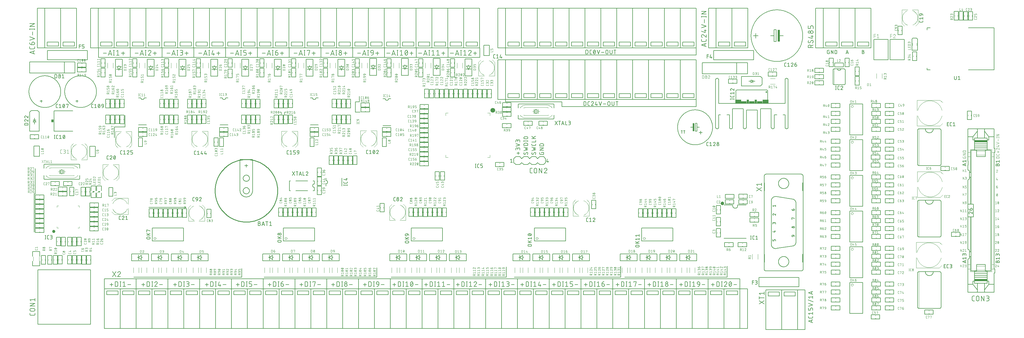
<source format=gto>
G75*
%MOIN*%
%OFA0B0*%
%FSLAX25Y25*%
%IPPOS*%
%LPD*%
%AMOC8*
5,1,8,0,0,1.08239X$1,22.5*
%
%ADD10C,0.00500*%
%ADD11C,0.00700*%
%ADD12C,0.00800*%
%ADD13C,0.00600*%
%ADD14C,0.04472*%
%ADD15C,0.00300*%
%ADD16C,0.00472*%
%ADD17R,0.02500X0.15000*%
%ADD18C,0.00200*%
%ADD19R,0.16000X0.03000*%
%ADD20C,0.00400*%
%ADD21C,0.05906*%
%ADD22C,0.02000*%
%ADD23R,0.07500X0.05000*%
%ADD24R,0.07000X0.03000*%
%ADD25R,0.03000X0.05000*%
%ADD26R,0.00500X0.02000*%
%ADD27C,0.03937*%
%ADD28C,0.00984*%
%ADD29C,0.00010*%
%ADD30R,0.03000X0.03400*%
%ADD31R,0.02000X0.10000*%
%ADD32C,0.01000*%
D10*
X0145324Y0032181D02*
X0145324Y0082181D01*
X0142529Y0079583D02*
X0128237Y0079583D01*
X0128237Y0074740D01*
X0142529Y0074740D01*
X0142529Y0079583D01*
X0148237Y0079583D02*
X0162529Y0079583D01*
X0162529Y0074740D01*
X0148237Y0074740D01*
X0148237Y0079583D01*
X0168237Y0079583D02*
X0168237Y0074740D01*
X0182529Y0074740D01*
X0182529Y0079583D01*
X0168237Y0079583D01*
X0188237Y0079583D02*
X0188237Y0074740D01*
X0202529Y0074740D01*
X0202529Y0079583D01*
X0188237Y0079583D01*
X0208237Y0079583D02*
X0208237Y0074740D01*
X0222529Y0074740D01*
X0222529Y0079583D01*
X0208237Y0079583D01*
X0228237Y0079583D02*
X0228237Y0074740D01*
X0242529Y0074740D01*
X0242529Y0079583D01*
X0228237Y0079583D01*
X0248237Y0079583D02*
X0248237Y0074740D01*
X0262529Y0074740D01*
X0262529Y0079583D01*
X0248237Y0079583D01*
X0268237Y0079583D02*
X0268237Y0074740D01*
X0282529Y0074740D01*
X0282529Y0079583D01*
X0268237Y0079583D01*
X0288237Y0079583D02*
X0288237Y0074740D01*
X0302529Y0074740D01*
X0302529Y0079583D01*
X0288237Y0079583D01*
X0308237Y0079583D02*
X0308237Y0074740D01*
X0322529Y0074740D01*
X0322529Y0079583D01*
X0308237Y0079583D01*
X0328237Y0079583D02*
X0328237Y0074740D01*
X0342529Y0074740D01*
X0342529Y0079583D01*
X0328237Y0079583D01*
X0348237Y0079583D02*
X0348237Y0074740D01*
X0362529Y0074740D01*
X0362529Y0079583D01*
X0348237Y0079583D01*
X0368237Y0079583D02*
X0368237Y0074740D01*
X0382529Y0074740D01*
X0382529Y0079583D01*
X0368237Y0079583D01*
X0388237Y0079583D02*
X0388237Y0074740D01*
X0402529Y0074740D01*
X0402529Y0079583D01*
X0388237Y0079583D01*
X0408237Y0079583D02*
X0408237Y0074740D01*
X0422529Y0074740D01*
X0422529Y0079583D01*
X0408237Y0079583D01*
X0428237Y0079583D02*
X0428237Y0074740D01*
X0442529Y0074740D01*
X0442529Y0079583D01*
X0428237Y0079583D01*
X0448237Y0079583D02*
X0448237Y0074740D01*
X0462529Y0074740D01*
X0462529Y0079583D01*
X0448237Y0079583D01*
X0468237Y0079583D02*
X0468237Y0074740D01*
X0482529Y0074740D01*
X0482529Y0079583D01*
X0468237Y0079583D01*
X0488237Y0079583D02*
X0488237Y0074740D01*
X0502529Y0074740D01*
X0502529Y0079583D01*
X0488237Y0079583D01*
X0508237Y0079583D02*
X0508237Y0074740D01*
X0522529Y0074740D01*
X0522529Y0079583D01*
X0508237Y0079583D01*
X0528237Y0079583D02*
X0528237Y0074740D01*
X0542529Y0074740D01*
X0542529Y0079583D01*
X0528237Y0079583D01*
X0548237Y0079583D02*
X0548237Y0074740D01*
X0562529Y0074740D01*
X0562529Y0079583D01*
X0548237Y0079583D01*
X0568237Y0079583D02*
X0568237Y0074740D01*
X0582529Y0074740D01*
X0582529Y0079583D01*
X0568237Y0079583D01*
X0588237Y0079583D02*
X0588237Y0074740D01*
X0602529Y0074740D01*
X0602529Y0079583D01*
X0588237Y0079583D01*
X0608237Y0079583D02*
X0608237Y0074740D01*
X0622529Y0074740D01*
X0622529Y0079583D01*
X0608237Y0079583D01*
X0628237Y0079583D02*
X0628237Y0074740D01*
X0642529Y0074740D01*
X0642529Y0079583D01*
X0628237Y0079583D01*
X0648237Y0079583D02*
X0648237Y0074740D01*
X0662529Y0074740D01*
X0662529Y0079583D01*
X0648237Y0079583D01*
X0668237Y0079583D02*
X0668237Y0074740D01*
X0682529Y0074740D01*
X0682529Y0079583D01*
X0668237Y0079583D01*
X0688237Y0079583D02*
X0688237Y0074740D01*
X0702529Y0074740D01*
X0702529Y0079583D01*
X0688237Y0079583D01*
X0708237Y0079583D02*
X0708237Y0074740D01*
X0722529Y0074740D01*
X0722529Y0079583D01*
X0708237Y0079583D01*
X0728237Y0079583D02*
X0728237Y0074740D01*
X0742529Y0074740D01*
X0742529Y0079583D01*
X0728237Y0079583D01*
X0748237Y0079583D02*
X0748237Y0074740D01*
X0762529Y0074740D01*
X0762529Y0079583D01*
X0748237Y0079583D01*
X0768237Y0079583D02*
X0768237Y0074740D01*
X0782529Y0074740D01*
X0782529Y0079583D01*
X0768237Y0079583D01*
X0788237Y0079583D02*
X0788237Y0074740D01*
X0802529Y0074740D01*
X0802529Y0079583D01*
X0788237Y0079583D01*
X0808237Y0079583D02*
X0808237Y0074740D01*
X0822529Y0074740D01*
X0822529Y0079583D01*
X0808237Y0079583D01*
X0828237Y0079583D02*
X0828237Y0074740D01*
X0842529Y0074740D01*
X0842529Y0079583D01*
X0828237Y0079583D01*
X0848237Y0079583D02*
X0848237Y0074740D01*
X0862529Y0074740D01*
X0862529Y0079583D01*
X0848237Y0079583D01*
X0868237Y0079583D02*
X0868237Y0074740D01*
X0882529Y0074740D01*
X0882529Y0079583D01*
X0868237Y0079583D01*
X0888237Y0079583D02*
X0888237Y0074740D01*
X0902529Y0074740D01*
X0902529Y0079583D01*
X0888237Y0079583D01*
X0908237Y0079583D02*
X0908237Y0074740D01*
X0922529Y0074740D01*
X0922529Y0079583D01*
X0908237Y0079583D01*
X0940972Y0087931D02*
X0940972Y0092431D01*
X0942972Y0092431D01*
X0944712Y0092431D02*
X0946212Y0092431D01*
X0946274Y0092429D01*
X0946335Y0092423D01*
X0946396Y0092414D01*
X0946456Y0092401D01*
X0946515Y0092384D01*
X0946573Y0092363D01*
X0946630Y0092339D01*
X0946685Y0092312D01*
X0946738Y0092281D01*
X0946790Y0092247D01*
X0946839Y0092210D01*
X0946886Y0092170D01*
X0946930Y0092127D01*
X0946971Y0092082D01*
X0947010Y0092034D01*
X0947046Y0091983D01*
X0947078Y0091931D01*
X0947107Y0091877D01*
X0947133Y0091821D01*
X0947155Y0091763D01*
X0947174Y0091705D01*
X0947189Y0091645D01*
X0947200Y0091584D01*
X0947208Y0091523D01*
X0947212Y0091462D01*
X0947212Y0091400D01*
X0947208Y0091339D01*
X0947200Y0091278D01*
X0947189Y0091217D01*
X0947174Y0091157D01*
X0947155Y0091099D01*
X0947133Y0091041D01*
X0947107Y0090985D01*
X0947078Y0090931D01*
X0947046Y0090879D01*
X0947010Y0090828D01*
X0946971Y0090780D01*
X0946930Y0090735D01*
X0946886Y0090692D01*
X0946839Y0090652D01*
X0946790Y0090615D01*
X0946738Y0090581D01*
X0946685Y0090550D01*
X0946630Y0090523D01*
X0946573Y0090499D01*
X0946515Y0090478D01*
X0946456Y0090461D01*
X0946396Y0090448D01*
X0946335Y0090439D01*
X0946274Y0090433D01*
X0946212Y0090431D01*
X0945212Y0090431D01*
X0945962Y0090431D02*
X0946031Y0090429D01*
X0946100Y0090423D01*
X0946168Y0090414D01*
X0946235Y0090401D01*
X0946302Y0090384D01*
X0946368Y0090363D01*
X0946432Y0090339D01*
X0946495Y0090311D01*
X0946557Y0090280D01*
X0946617Y0090246D01*
X0946674Y0090208D01*
X0946730Y0090167D01*
X0946783Y0090124D01*
X0946834Y0090077D01*
X0946882Y0090028D01*
X0946927Y0089976D01*
X0946969Y0089921D01*
X0947008Y0089865D01*
X0947045Y0089806D01*
X0947077Y0089745D01*
X0947107Y0089683D01*
X0947133Y0089619D01*
X0947155Y0089554D01*
X0947174Y0089488D01*
X0947189Y0089421D01*
X0947200Y0089353D01*
X0947208Y0089284D01*
X0947212Y0089215D01*
X0947212Y0089147D01*
X0947208Y0089078D01*
X0947200Y0089009D01*
X0947189Y0088941D01*
X0947174Y0088874D01*
X0947155Y0088808D01*
X0947133Y0088743D01*
X0947107Y0088679D01*
X0947077Y0088617D01*
X0947045Y0088556D01*
X0947008Y0088497D01*
X0946969Y0088441D01*
X0946927Y0088386D01*
X0946882Y0088334D01*
X0946834Y0088285D01*
X0946783Y0088238D01*
X0946730Y0088195D01*
X0946674Y0088154D01*
X0946617Y0088116D01*
X0946557Y0088082D01*
X0946495Y0088051D01*
X0946432Y0088023D01*
X0946368Y0087999D01*
X0946302Y0087978D01*
X0946235Y0087961D01*
X0946168Y0087948D01*
X0946100Y0087939D01*
X0946031Y0087933D01*
X0945962Y0087931D01*
X0944712Y0087931D01*
X0942972Y0090431D02*
X0940972Y0090431D01*
X0960875Y0078083D02*
X0975167Y0078083D01*
X0975167Y0073240D01*
X0960875Y0073240D01*
X0960875Y0078083D01*
X0980875Y0078083D02*
X0980875Y0073240D01*
X0995167Y0073240D01*
X0995167Y0078083D01*
X0980875Y0078083D01*
X1040312Y0075504D02*
X1040312Y0080858D01*
X1051336Y0080858D01*
X1051336Y0075504D01*
X1040312Y0075504D01*
X1040312Y0070858D02*
X1040312Y0065504D01*
X1051336Y0065504D01*
X1051336Y0070858D01*
X1040312Y0070858D01*
X1040312Y0060858D02*
X1040312Y0055504D01*
X1051336Y0055504D01*
X1051336Y0060858D01*
X1040312Y0060858D01*
X1091312Y0060858D02*
X1091312Y0055504D01*
X1102336Y0055504D01*
X1102336Y0060858D01*
X1091312Y0060858D01*
X1091312Y0065504D02*
X1091312Y0070858D01*
X1102336Y0070858D01*
X1102336Y0065504D01*
X1091312Y0065504D01*
X1091312Y0075504D02*
X1091312Y0080858D01*
X1102336Y0080858D01*
X1102336Y0075504D01*
X1091312Y0075504D01*
X1091312Y0085504D02*
X1091312Y0090858D01*
X1102336Y0090858D01*
X1102336Y0085504D01*
X1091312Y0085504D01*
X1108509Y0085504D02*
X1119139Y0085504D01*
X1119139Y0090858D01*
X1108509Y0090858D01*
X1108509Y0085504D01*
X1108509Y0080858D02*
X1108509Y0075504D01*
X1119139Y0075504D01*
X1119139Y0080858D01*
X1108509Y0080858D01*
X1108509Y0070858D02*
X1108509Y0065504D01*
X1119139Y0065504D01*
X1119139Y0070858D01*
X1108509Y0070858D01*
X1108509Y0060858D02*
X1108509Y0055504D01*
X1119139Y0055504D01*
X1119139Y0060858D01*
X1108509Y0060858D01*
X1101415Y0049358D02*
X1090785Y0049358D01*
X1090785Y0044004D01*
X1101415Y0044004D01*
X1101415Y0049358D01*
X1158147Y0050004D02*
X1158147Y0055358D01*
X1168777Y0055358D01*
X1168777Y0050004D01*
X1158147Y0050004D01*
X1051336Y0085504D02*
X1051336Y0090858D01*
X1040312Y0090858D01*
X1040312Y0085504D01*
X1051336Y0085504D01*
X1051336Y0100504D02*
X1040312Y0100504D01*
X1040312Y0105858D01*
X1051336Y0105858D01*
X1051336Y0100504D01*
X1051336Y0110504D02*
X1040312Y0110504D01*
X1040312Y0115858D01*
X1051336Y0115858D01*
X1051336Y0110504D01*
X1051336Y0120504D02*
X1040312Y0120504D01*
X1040312Y0125858D01*
X1051336Y0125858D01*
X1051336Y0120504D01*
X1051336Y0130504D02*
X1040312Y0130504D01*
X1040312Y0135858D01*
X1051336Y0135858D01*
X1051336Y0130504D01*
X1051336Y0145504D02*
X1040312Y0145504D01*
X1040312Y0150858D01*
X1051336Y0150858D01*
X1051336Y0145504D01*
X1051336Y0155504D02*
X1040312Y0155504D01*
X1040312Y0160858D01*
X1051336Y0160858D01*
X1051336Y0155504D01*
X1051336Y0165504D02*
X1040312Y0165504D01*
X1040312Y0170858D01*
X1051336Y0170858D01*
X1051336Y0165504D01*
X1051336Y0175504D02*
X1040312Y0175504D01*
X1040312Y0180858D01*
X1051336Y0180858D01*
X1051336Y0175504D01*
X1051336Y0190504D02*
X1040312Y0190504D01*
X1040312Y0195858D01*
X1051336Y0195858D01*
X1051336Y0190504D01*
X1051336Y0200504D02*
X1040312Y0200504D01*
X1040312Y0205858D01*
X1051336Y0205858D01*
X1051336Y0200504D01*
X1051336Y0210504D02*
X1040312Y0210504D01*
X1040312Y0215858D01*
X1051336Y0215858D01*
X1051336Y0210504D01*
X1051336Y0220504D02*
X1040312Y0220504D01*
X1040312Y0225858D01*
X1051336Y0225858D01*
X1051336Y0220504D01*
X1091312Y0220504D02*
X1091312Y0225858D01*
X1102336Y0225858D01*
X1102336Y0220504D01*
X1091312Y0220504D01*
X1091312Y0215858D02*
X1091312Y0210504D01*
X1102336Y0210504D01*
X1102336Y0215858D01*
X1091312Y0215858D01*
X1091312Y0205858D02*
X1091312Y0200504D01*
X1102336Y0200504D01*
X1102336Y0205858D01*
X1091312Y0205858D01*
X1091312Y0195858D02*
X1091312Y0190504D01*
X1102336Y0190504D01*
X1102336Y0195858D01*
X1091312Y0195858D01*
X1108509Y0195858D02*
X1108509Y0190504D01*
X1119139Y0190504D01*
X1119139Y0195858D01*
X1108509Y0195858D01*
X1108509Y0200504D02*
X1119139Y0200504D01*
X1119139Y0205858D01*
X1108509Y0205858D01*
X1108509Y0200504D01*
X1108509Y0210504D02*
X1119139Y0210504D01*
X1119139Y0215858D01*
X1108509Y0215858D01*
X1108509Y0210504D01*
X1108509Y0220504D02*
X1119139Y0220504D01*
X1119139Y0225858D01*
X1108509Y0225858D01*
X1108509Y0220504D01*
X1108509Y0235504D02*
X1119139Y0235504D01*
X1119139Y0240858D01*
X1108509Y0240858D01*
X1108509Y0235504D01*
X1101836Y0235504D02*
X1101836Y0240858D01*
X1090812Y0240858D01*
X1090812Y0235504D01*
X1101836Y0235504D01*
X1101836Y0245504D02*
X1090812Y0245504D01*
X1090812Y0250858D01*
X1101836Y0250858D01*
X1101836Y0245504D01*
X1108509Y0245504D02*
X1108509Y0250858D01*
X1119139Y0250858D01*
X1119139Y0245504D01*
X1108509Y0245504D01*
X1108509Y0255504D02*
X1119139Y0255504D01*
X1119139Y0260858D01*
X1108509Y0260858D01*
X1108509Y0255504D01*
X1102336Y0255504D02*
X1102336Y0260858D01*
X1091312Y0260858D01*
X1091312Y0255504D01*
X1102336Y0255504D01*
X1102336Y0265504D02*
X1091312Y0265504D01*
X1091312Y0270858D01*
X1102336Y0270858D01*
X1102336Y0265504D01*
X1108509Y0265504D02*
X1108509Y0270858D01*
X1119139Y0270858D01*
X1119139Y0265504D01*
X1108509Y0265504D01*
X1108509Y0280504D02*
X1119139Y0280504D01*
X1119139Y0285858D01*
X1108509Y0285858D01*
X1108509Y0280504D01*
X1102336Y0280504D02*
X1102336Y0285858D01*
X1091312Y0285858D01*
X1091312Y0280504D01*
X1102336Y0280504D01*
X1102336Y0290504D02*
X1091312Y0290504D01*
X1091312Y0295858D01*
X1102336Y0295858D01*
X1102336Y0290504D01*
X1108509Y0290504D02*
X1108509Y0295858D01*
X1119139Y0295858D01*
X1119139Y0290504D01*
X1108509Y0290504D01*
X1108509Y0300504D02*
X1119139Y0300504D01*
X1119139Y0305858D01*
X1108509Y0305858D01*
X1108509Y0300504D01*
X1102336Y0300504D02*
X1102336Y0305858D01*
X1091312Y0305858D01*
X1091312Y0300504D01*
X1102336Y0300504D01*
X1102336Y0310504D02*
X1091312Y0310504D01*
X1091312Y0315858D01*
X1102336Y0315858D01*
X1102336Y0310504D01*
X1108509Y0310504D02*
X1108509Y0315858D01*
X1119139Y0315858D01*
X1119139Y0310504D01*
X1108509Y0310504D01*
X1051336Y0310504D02*
X1051336Y0315858D01*
X1040312Y0315858D01*
X1040312Y0310504D01*
X1051336Y0310504D01*
X1051336Y0305858D02*
X1040312Y0305858D01*
X1040312Y0300504D01*
X1051336Y0300504D01*
X1051336Y0305858D01*
X1051336Y0295858D02*
X1040312Y0295858D01*
X1040312Y0290504D01*
X1051336Y0290504D01*
X1051336Y0295858D01*
X1051336Y0285858D02*
X1040312Y0285858D01*
X1040312Y0280504D01*
X1051336Y0280504D01*
X1051336Y0285858D01*
X1051336Y0270858D02*
X1040312Y0270858D01*
X1040312Y0265504D01*
X1051336Y0265504D01*
X1051336Y0270858D01*
X1051336Y0260858D02*
X1040312Y0260858D01*
X1040312Y0255504D01*
X1051336Y0255504D01*
X1051336Y0260858D01*
X1051336Y0250858D02*
X1040312Y0250858D01*
X1040312Y0245504D01*
X1051336Y0245504D01*
X1051336Y0250858D01*
X1051336Y0240858D02*
X1040312Y0240858D01*
X1040312Y0235504D01*
X1051336Y0235504D01*
X1051336Y0240858D01*
X0934777Y0201358D02*
X0934777Y0196004D01*
X0924147Y0196004D01*
X0924147Y0201358D01*
X0934777Y0201358D01*
X0934777Y0194358D02*
X0924147Y0194358D01*
X0924147Y0189004D01*
X0934777Y0189004D01*
X0934777Y0194358D01*
X0917962Y0196181D02*
X0917962Y0201181D01*
X0906962Y0201181D01*
X0906962Y0196181D01*
X0917962Y0196181D01*
X0917777Y0194358D02*
X0907147Y0194358D01*
X0907147Y0189004D01*
X0917777Y0189004D01*
X0917777Y0194358D01*
X0901139Y0186996D02*
X0895785Y0186996D01*
X0895785Y0176366D01*
X0901139Y0176366D01*
X0901139Y0186996D01*
X0901139Y0171996D02*
X0895785Y0171996D01*
X0895785Y0161366D01*
X0901139Y0161366D01*
X0901139Y0171996D01*
X0901139Y0157996D02*
X0895785Y0157996D01*
X0895785Y0147366D01*
X0901139Y0147366D01*
X0901139Y0157996D01*
X0937950Y0166004D02*
X0937950Y0171358D01*
X0948974Y0171358D01*
X0948974Y0166004D01*
X0937950Y0166004D01*
X0937950Y0173004D02*
X0937950Y0178358D01*
X0948974Y0178358D01*
X0948974Y0173004D01*
X0937950Y0173004D01*
X0967662Y0176820D02*
X0967719Y0176818D01*
X0967775Y0176813D01*
X0967832Y0176804D01*
X0967887Y0176792D01*
X0967942Y0176776D01*
X0967995Y0176757D01*
X0968048Y0176735D01*
X0968098Y0176709D01*
X0968147Y0176680D01*
X0968195Y0176649D01*
X0968240Y0176614D01*
X0968283Y0176577D01*
X0968323Y0176537D01*
X0970212Y0174931D01*
X0970212Y0176820D01*
X0967568Y0174931D02*
X0967506Y0174953D01*
X0967446Y0174979D01*
X0967387Y0175008D01*
X0967331Y0175041D01*
X0967276Y0175077D01*
X0967224Y0175116D01*
X0967174Y0175158D01*
X0967127Y0175203D01*
X0967082Y0175251D01*
X0967040Y0175302D01*
X0967002Y0175354D01*
X0966967Y0175410D01*
X0966935Y0175467D01*
X0966907Y0175526D01*
X0966882Y0175586D01*
X0966861Y0175648D01*
X0966843Y0175711D01*
X0966830Y0175775D01*
X0966820Y0175840D01*
X0966814Y0175905D01*
X0966812Y0175970D01*
X0966814Y0176026D01*
X0966819Y0176081D01*
X0966828Y0176136D01*
X0966841Y0176190D01*
X0966857Y0176243D01*
X0966877Y0176295D01*
X0966900Y0176346D01*
X0966926Y0176395D01*
X0966955Y0176442D01*
X0966988Y0176487D01*
X0967023Y0176530D01*
X0967061Y0176571D01*
X0967102Y0176609D01*
X0967145Y0176644D01*
X0967190Y0176677D01*
X0967237Y0176706D01*
X0967286Y0176732D01*
X0967337Y0176755D01*
X0967389Y0176775D01*
X0967442Y0176791D01*
X0967496Y0176804D01*
X0967551Y0176813D01*
X0967606Y0176818D01*
X0967662Y0176820D01*
X0967567Y0185931D02*
X0966812Y0186876D01*
X0970212Y0186876D01*
X0970212Y0187820D02*
X0970212Y0185931D01*
X0990812Y0182442D02*
X0990814Y0182365D01*
X0990820Y0182289D01*
X0990829Y0182213D01*
X0990843Y0182138D01*
X0990860Y0182063D01*
X0990881Y0181990D01*
X0990906Y0181917D01*
X0990934Y0181846D01*
X0990966Y0181777D01*
X0991002Y0181709D01*
X0991041Y0181643D01*
X0991083Y0181579D01*
X0991128Y0181517D01*
X0991177Y0181458D01*
X0991228Y0181401D01*
X0991282Y0181347D01*
X0991339Y0181296D01*
X0991398Y0181247D01*
X0991460Y0181202D01*
X0991524Y0181160D01*
X0991590Y0181121D01*
X0991658Y0181085D01*
X0991727Y0181053D01*
X0991798Y0181025D01*
X0991871Y0181000D01*
X0991944Y0180979D01*
X0992019Y0180962D01*
X0992094Y0180948D01*
X0992170Y0180939D01*
X0992246Y0180933D01*
X0992323Y0180931D01*
X0993267Y0180931D01*
X0992323Y0180931D02*
X0992323Y0182064D01*
X0992322Y0182064D02*
X0992324Y0182118D01*
X0992330Y0182172D01*
X0992339Y0182225D01*
X0992353Y0182277D01*
X0992370Y0182328D01*
X0992390Y0182378D01*
X0992414Y0182426D01*
X0992442Y0182473D01*
X0992473Y0182517D01*
X0992507Y0182559D01*
X0992543Y0182599D01*
X0992583Y0182635D01*
X0992625Y0182669D01*
X0992669Y0182700D01*
X0992716Y0182728D01*
X0992764Y0182752D01*
X0992814Y0182772D01*
X0992865Y0182789D01*
X0992917Y0182803D01*
X0992970Y0182812D01*
X0993024Y0182818D01*
X0993078Y0182820D01*
X0993267Y0182820D01*
X0993327Y0182818D01*
X0993388Y0182812D01*
X0993447Y0182803D01*
X0993506Y0182789D01*
X0993564Y0182772D01*
X0993621Y0182751D01*
X0993677Y0182727D01*
X0993730Y0182699D01*
X0993782Y0182667D01*
X0993832Y0182633D01*
X0993879Y0182595D01*
X0993924Y0182554D01*
X0993966Y0182511D01*
X0994005Y0182465D01*
X0994041Y0182416D01*
X0994074Y0182365D01*
X0994104Y0182313D01*
X0994130Y0182258D01*
X0994153Y0182202D01*
X0994172Y0182145D01*
X0994187Y0182086D01*
X0994199Y0182027D01*
X0994207Y0181967D01*
X0994211Y0181906D01*
X0994211Y0181846D01*
X0994207Y0181785D01*
X0994199Y0181725D01*
X0994187Y0181666D01*
X0994172Y0181607D01*
X0994153Y0181550D01*
X0994130Y0181494D01*
X0994104Y0181439D01*
X0994074Y0181387D01*
X0994041Y0181336D01*
X0994005Y0181287D01*
X0993966Y0181241D01*
X0993924Y0181198D01*
X0993879Y0181157D01*
X0993832Y0181119D01*
X0993782Y0181085D01*
X0993730Y0181053D01*
X0993677Y0181025D01*
X0993621Y0181001D01*
X0993564Y0180980D01*
X0993506Y0180963D01*
X0993447Y0180949D01*
X0993388Y0180940D01*
X0993327Y0180934D01*
X0993267Y0180932D01*
X0990812Y0171820D02*
X0994212Y0170876D01*
X0991190Y0169931D02*
X0990812Y0169931D01*
X0990812Y0171820D01*
X0970212Y0164876D02*
X0970212Y0163931D01*
X0970211Y0164876D02*
X0970209Y0164936D01*
X0970203Y0164997D01*
X0970194Y0165056D01*
X0970180Y0165115D01*
X0970163Y0165173D01*
X0970142Y0165230D01*
X0970118Y0165286D01*
X0970090Y0165339D01*
X0970058Y0165391D01*
X0970024Y0165441D01*
X0969986Y0165488D01*
X0969945Y0165533D01*
X0969902Y0165575D01*
X0969856Y0165614D01*
X0969807Y0165650D01*
X0969756Y0165683D01*
X0969704Y0165713D01*
X0969649Y0165739D01*
X0969593Y0165762D01*
X0969536Y0165781D01*
X0969477Y0165796D01*
X0969418Y0165808D01*
X0969358Y0165816D01*
X0969297Y0165820D01*
X0969237Y0165820D01*
X0969176Y0165816D01*
X0969116Y0165808D01*
X0969057Y0165796D01*
X0968998Y0165781D01*
X0968941Y0165762D01*
X0968885Y0165739D01*
X0968830Y0165713D01*
X0968778Y0165683D01*
X0968727Y0165650D01*
X0968678Y0165614D01*
X0968632Y0165575D01*
X0968589Y0165533D01*
X0968548Y0165488D01*
X0968510Y0165441D01*
X0968476Y0165391D01*
X0968444Y0165339D01*
X0968416Y0165286D01*
X0968392Y0165230D01*
X0968371Y0165173D01*
X0968354Y0165115D01*
X0968340Y0165056D01*
X0968331Y0164997D01*
X0968325Y0164936D01*
X0968323Y0164876D01*
X0968323Y0165064D02*
X0968323Y0164309D01*
X0968323Y0165064D02*
X0968321Y0165118D01*
X0968315Y0165172D01*
X0968306Y0165225D01*
X0968292Y0165277D01*
X0968275Y0165328D01*
X0968255Y0165378D01*
X0968231Y0165426D01*
X0968203Y0165473D01*
X0968172Y0165517D01*
X0968138Y0165559D01*
X0968102Y0165599D01*
X0968062Y0165635D01*
X0968020Y0165669D01*
X0967976Y0165700D01*
X0967929Y0165728D01*
X0967881Y0165752D01*
X0967831Y0165772D01*
X0967780Y0165789D01*
X0967728Y0165803D01*
X0967675Y0165812D01*
X0967621Y0165818D01*
X0967567Y0165820D01*
X0967513Y0165818D01*
X0967459Y0165812D01*
X0967406Y0165803D01*
X0967354Y0165789D01*
X0967303Y0165772D01*
X0967253Y0165752D01*
X0967205Y0165728D01*
X0967158Y0165700D01*
X0967114Y0165669D01*
X0967072Y0165635D01*
X0967032Y0165599D01*
X0966996Y0165559D01*
X0966962Y0165517D01*
X0966931Y0165473D01*
X0966903Y0165426D01*
X0966879Y0165378D01*
X0966859Y0165328D01*
X0966842Y0165277D01*
X0966828Y0165225D01*
X0966819Y0165172D01*
X0966813Y0165118D01*
X0966811Y0165064D01*
X0966812Y0165064D02*
X0966812Y0163931D01*
X0969456Y0155320D02*
X0969456Y0153431D01*
X0966812Y0154187D01*
X0968701Y0154753D02*
X0970212Y0154753D01*
X0991567Y0159120D02*
X0991621Y0159122D01*
X0991675Y0159128D01*
X0991728Y0159137D01*
X0991780Y0159151D01*
X0991831Y0159168D01*
X0991881Y0159188D01*
X0991929Y0159212D01*
X0991976Y0159240D01*
X0992020Y0159271D01*
X0992062Y0159305D01*
X0992102Y0159341D01*
X0992138Y0159381D01*
X0992172Y0159423D01*
X0992203Y0159467D01*
X0992231Y0159514D01*
X0992255Y0159562D01*
X0992275Y0159612D01*
X0992292Y0159663D01*
X0992306Y0159715D01*
X0992315Y0159768D01*
X0992321Y0159822D01*
X0992323Y0159876D01*
X0992321Y0159930D01*
X0992315Y0159984D01*
X0992306Y0160037D01*
X0992292Y0160089D01*
X0992275Y0160140D01*
X0992255Y0160190D01*
X0992231Y0160238D01*
X0992203Y0160285D01*
X0992172Y0160329D01*
X0992138Y0160371D01*
X0992102Y0160411D01*
X0992062Y0160447D01*
X0992020Y0160481D01*
X0991976Y0160512D01*
X0991929Y0160540D01*
X0991881Y0160564D01*
X0991831Y0160584D01*
X0991780Y0160601D01*
X0991728Y0160615D01*
X0991675Y0160624D01*
X0991621Y0160630D01*
X0991567Y0160632D01*
X0991513Y0160630D01*
X0991459Y0160624D01*
X0991406Y0160615D01*
X0991354Y0160601D01*
X0991303Y0160584D01*
X0991253Y0160564D01*
X0991205Y0160540D01*
X0991158Y0160512D01*
X0991114Y0160481D01*
X0991072Y0160447D01*
X0991032Y0160411D01*
X0990996Y0160371D01*
X0990962Y0160329D01*
X0990931Y0160285D01*
X0990903Y0160238D01*
X0990879Y0160190D01*
X0990859Y0160140D01*
X0990842Y0160089D01*
X0990828Y0160037D01*
X0990819Y0159984D01*
X0990813Y0159930D01*
X0990811Y0159876D01*
X0990813Y0159822D01*
X0990819Y0159768D01*
X0990828Y0159715D01*
X0990842Y0159663D01*
X0990859Y0159612D01*
X0990879Y0159562D01*
X0990903Y0159514D01*
X0990931Y0159467D01*
X0990962Y0159423D01*
X0990996Y0159381D01*
X0991032Y0159341D01*
X0991072Y0159305D01*
X0991114Y0159271D01*
X0991158Y0159240D01*
X0991205Y0159212D01*
X0991253Y0159188D01*
X0991303Y0159168D01*
X0991354Y0159151D01*
X0991406Y0159137D01*
X0991459Y0159128D01*
X0991513Y0159122D01*
X0991567Y0159120D01*
X0993267Y0158932D02*
X0993327Y0158934D01*
X0993388Y0158940D01*
X0993447Y0158949D01*
X0993506Y0158963D01*
X0993564Y0158980D01*
X0993621Y0159001D01*
X0993677Y0159025D01*
X0993730Y0159053D01*
X0993782Y0159085D01*
X0993832Y0159119D01*
X0993879Y0159157D01*
X0993924Y0159198D01*
X0993966Y0159241D01*
X0994005Y0159287D01*
X0994041Y0159336D01*
X0994074Y0159387D01*
X0994104Y0159439D01*
X0994130Y0159494D01*
X0994153Y0159550D01*
X0994172Y0159607D01*
X0994187Y0159666D01*
X0994199Y0159725D01*
X0994207Y0159785D01*
X0994211Y0159846D01*
X0994211Y0159906D01*
X0994207Y0159967D01*
X0994199Y0160027D01*
X0994187Y0160086D01*
X0994172Y0160145D01*
X0994153Y0160202D01*
X0994130Y0160258D01*
X0994104Y0160313D01*
X0994074Y0160365D01*
X0994041Y0160416D01*
X0994005Y0160465D01*
X0993966Y0160511D01*
X0993924Y0160554D01*
X0993879Y0160595D01*
X0993832Y0160633D01*
X0993782Y0160667D01*
X0993730Y0160699D01*
X0993677Y0160727D01*
X0993621Y0160751D01*
X0993564Y0160772D01*
X0993506Y0160789D01*
X0993447Y0160803D01*
X0993388Y0160812D01*
X0993327Y0160818D01*
X0993267Y0160820D01*
X0993207Y0160818D01*
X0993146Y0160812D01*
X0993087Y0160803D01*
X0993028Y0160789D01*
X0992970Y0160772D01*
X0992913Y0160751D01*
X0992857Y0160727D01*
X0992804Y0160699D01*
X0992752Y0160667D01*
X0992702Y0160633D01*
X0992655Y0160595D01*
X0992610Y0160554D01*
X0992568Y0160511D01*
X0992529Y0160465D01*
X0992493Y0160416D01*
X0992460Y0160365D01*
X0992430Y0160313D01*
X0992404Y0160258D01*
X0992381Y0160202D01*
X0992362Y0160145D01*
X0992347Y0160086D01*
X0992335Y0160027D01*
X0992327Y0159967D01*
X0992323Y0159906D01*
X0992323Y0159846D01*
X0992327Y0159785D01*
X0992335Y0159725D01*
X0992347Y0159666D01*
X0992362Y0159607D01*
X0992381Y0159550D01*
X0992404Y0159494D01*
X0992430Y0159439D01*
X0992460Y0159387D01*
X0992493Y0159336D01*
X0992529Y0159287D01*
X0992568Y0159241D01*
X0992610Y0159198D01*
X0992655Y0159157D01*
X0992702Y0159119D01*
X0992752Y0159085D01*
X0992804Y0159053D01*
X0992857Y0159025D01*
X0992913Y0159001D01*
X0992970Y0158980D01*
X0993028Y0158963D01*
X0993087Y0158949D01*
X0993146Y0158940D01*
X0993207Y0158934D01*
X0993267Y0158932D01*
X0992701Y0149820D02*
X0991756Y0149820D01*
X0991696Y0149818D01*
X0991635Y0149812D01*
X0991576Y0149803D01*
X0991517Y0149789D01*
X0991459Y0149772D01*
X0991402Y0149751D01*
X0991346Y0149727D01*
X0991293Y0149699D01*
X0991241Y0149667D01*
X0991191Y0149633D01*
X0991144Y0149595D01*
X0991099Y0149554D01*
X0991057Y0149511D01*
X0991018Y0149465D01*
X0990982Y0149416D01*
X0990949Y0149365D01*
X0990919Y0149313D01*
X0990893Y0149258D01*
X0990870Y0149202D01*
X0990851Y0149145D01*
X0990836Y0149086D01*
X0990824Y0149027D01*
X0990816Y0148967D01*
X0990812Y0148906D01*
X0990812Y0148846D01*
X0990816Y0148785D01*
X0990824Y0148725D01*
X0990836Y0148666D01*
X0990851Y0148607D01*
X0990870Y0148550D01*
X0990893Y0148494D01*
X0990919Y0148439D01*
X0990949Y0148387D01*
X0990982Y0148336D01*
X0991018Y0148287D01*
X0991057Y0148241D01*
X0991099Y0148198D01*
X0991144Y0148157D01*
X0991191Y0148119D01*
X0991241Y0148085D01*
X0991293Y0148053D01*
X0991346Y0148025D01*
X0991402Y0148001D01*
X0991459Y0147980D01*
X0991517Y0147963D01*
X0991576Y0147949D01*
X0991635Y0147940D01*
X0991696Y0147934D01*
X0991756Y0147932D01*
X0991756Y0147931D02*
X0991945Y0147931D01*
X0991999Y0147933D01*
X0992053Y0147939D01*
X0992106Y0147948D01*
X0992158Y0147962D01*
X0992209Y0147979D01*
X0992259Y0147999D01*
X0992307Y0148023D01*
X0992354Y0148051D01*
X0992398Y0148082D01*
X0992440Y0148116D01*
X0992480Y0148152D01*
X0992516Y0148192D01*
X0992550Y0148234D01*
X0992581Y0148278D01*
X0992609Y0148325D01*
X0992633Y0148373D01*
X0992653Y0148423D01*
X0992670Y0148474D01*
X0992684Y0148526D01*
X0992693Y0148579D01*
X0992699Y0148633D01*
X0992701Y0148687D01*
X0992701Y0149820D01*
X0992778Y0149818D01*
X0992854Y0149812D01*
X0992930Y0149803D01*
X0993005Y0149789D01*
X0993080Y0149772D01*
X0993153Y0149751D01*
X0993226Y0149726D01*
X0993297Y0149698D01*
X0993366Y0149666D01*
X0993434Y0149630D01*
X0993500Y0149591D01*
X0993564Y0149549D01*
X0993626Y0149504D01*
X0993685Y0149455D01*
X0993742Y0149404D01*
X0993796Y0149350D01*
X0993847Y0149293D01*
X0993896Y0149234D01*
X0993941Y0149172D01*
X0993983Y0149108D01*
X0994022Y0149042D01*
X0994058Y0148974D01*
X0994090Y0148905D01*
X0994118Y0148834D01*
X0994143Y0148761D01*
X0994164Y0148688D01*
X0994181Y0148613D01*
X0994195Y0148538D01*
X0994204Y0148462D01*
X0994210Y0148386D01*
X0994212Y0148309D01*
X0970212Y0143564D02*
X0970212Y0142431D01*
X0970212Y0143564D02*
X0970210Y0143618D01*
X0970204Y0143672D01*
X0970195Y0143725D01*
X0970181Y0143777D01*
X0970164Y0143828D01*
X0970144Y0143878D01*
X0970120Y0143926D01*
X0970092Y0143973D01*
X0970061Y0144017D01*
X0970027Y0144059D01*
X0969991Y0144099D01*
X0969951Y0144135D01*
X0969909Y0144169D01*
X0969865Y0144200D01*
X0969818Y0144228D01*
X0969770Y0144252D01*
X0969720Y0144272D01*
X0969669Y0144289D01*
X0969617Y0144303D01*
X0969564Y0144312D01*
X0969510Y0144318D01*
X0969456Y0144320D01*
X0969078Y0144320D01*
X0969024Y0144318D01*
X0968970Y0144312D01*
X0968917Y0144303D01*
X0968865Y0144289D01*
X0968814Y0144272D01*
X0968764Y0144252D01*
X0968716Y0144228D01*
X0968669Y0144200D01*
X0968625Y0144169D01*
X0968583Y0144135D01*
X0968543Y0144099D01*
X0968507Y0144059D01*
X0968473Y0144017D01*
X0968442Y0143973D01*
X0968414Y0143926D01*
X0968390Y0143878D01*
X0968370Y0143828D01*
X0968353Y0143777D01*
X0968339Y0143725D01*
X0968330Y0143672D01*
X0968324Y0143618D01*
X0968322Y0143564D01*
X0968323Y0143564D02*
X0968323Y0142431D01*
X0966812Y0142431D01*
X0966812Y0144320D01*
X0947812Y0144431D02*
X0945312Y0144431D01*
X0946562Y0144431D02*
X0946562Y0148931D01*
X0945312Y0147931D01*
X0943547Y0148931D02*
X0942547Y0148931D01*
X0942487Y0148929D01*
X0942426Y0148924D01*
X0942367Y0148915D01*
X0942308Y0148902D01*
X0942249Y0148886D01*
X0942192Y0148866D01*
X0942137Y0148843D01*
X0942082Y0148816D01*
X0942030Y0148787D01*
X0941979Y0148754D01*
X0941930Y0148718D01*
X0941884Y0148680D01*
X0941840Y0148638D01*
X0941798Y0148594D01*
X0941760Y0148548D01*
X0941724Y0148499D01*
X0941691Y0148448D01*
X0941662Y0148396D01*
X0941635Y0148341D01*
X0941612Y0148286D01*
X0941592Y0148229D01*
X0941576Y0148170D01*
X0941563Y0148111D01*
X0941554Y0148052D01*
X0941549Y0147991D01*
X0941547Y0147931D01*
X0941547Y0145431D01*
X0941549Y0145371D01*
X0941554Y0145310D01*
X0941563Y0145251D01*
X0941576Y0145192D01*
X0941592Y0145133D01*
X0941612Y0145076D01*
X0941635Y0145021D01*
X0941662Y0144966D01*
X0941691Y0144914D01*
X0941724Y0144863D01*
X0941760Y0144814D01*
X0941798Y0144768D01*
X0941840Y0144724D01*
X0941884Y0144682D01*
X0941930Y0144644D01*
X0941979Y0144608D01*
X0942030Y0144575D01*
X0942082Y0144546D01*
X0942137Y0144519D01*
X0942192Y0144496D01*
X0942249Y0144476D01*
X0942308Y0144460D01*
X0942367Y0144447D01*
X0942426Y0144438D01*
X0942487Y0144433D01*
X0942547Y0144431D01*
X0943547Y0144431D01*
X0939712Y0144431D02*
X0938712Y0144431D01*
X0939212Y0144431D02*
X0939212Y0148931D01*
X0938712Y0148931D02*
X0939712Y0148931D01*
X0933974Y0140358D02*
X0922950Y0140358D01*
X0922950Y0135004D01*
X0933974Y0135004D01*
X0933974Y0140358D01*
X0916974Y0140358D02*
X0916974Y0135004D01*
X0905950Y0135004D01*
X0905950Y0140358D01*
X0916974Y0140358D01*
X0845001Y0172169D02*
X0839647Y0172169D01*
X0839647Y0183193D01*
X0845001Y0183193D01*
X0845001Y0172169D01*
X0839001Y0172366D02*
X0839001Y0182996D01*
X0833647Y0182996D01*
X0833647Y0172366D01*
X0839001Y0172366D01*
X0833001Y0172169D02*
X0833001Y0183193D01*
X0827647Y0183193D01*
X0827647Y0172169D01*
X0833001Y0172169D01*
X0827001Y0172366D02*
X0827001Y0182996D01*
X0821647Y0182996D01*
X0821647Y0172366D01*
X0827001Y0172366D01*
X0821001Y0172169D02*
X0821001Y0183193D01*
X0815647Y0183193D01*
X0815647Y0172169D01*
X0821001Y0172169D01*
X0815001Y0172366D02*
X0815001Y0182996D01*
X0809647Y0182996D01*
X0809647Y0172366D01*
X0815001Y0172366D01*
X0809001Y0172169D02*
X0809001Y0183193D01*
X0803647Y0183193D01*
X0803647Y0172169D01*
X0809001Y0172169D01*
X0803001Y0172366D02*
X0803001Y0182996D01*
X0797647Y0182996D01*
X0797647Y0172366D01*
X0803001Y0172366D01*
X0798574Y0150681D02*
X0798574Y0148181D01*
X0798574Y0149431D02*
X0794074Y0149431D01*
X0795074Y0148181D01*
X0794074Y0144931D02*
X0798574Y0144931D01*
X0798574Y0143681D02*
X0798574Y0146181D01*
X0798574Y0141906D02*
X0795824Y0140406D01*
X0796824Y0139406D02*
X0794074Y0141906D01*
X0795074Y0143681D02*
X0794074Y0144931D01*
X0794074Y0139406D02*
X0798574Y0139406D01*
X0797324Y0137181D02*
X0795324Y0137181D01*
X0795255Y0137179D01*
X0795186Y0137173D01*
X0795118Y0137164D01*
X0795051Y0137151D01*
X0794984Y0137134D01*
X0794918Y0137113D01*
X0794854Y0137089D01*
X0794791Y0137061D01*
X0794729Y0137030D01*
X0794669Y0136996D01*
X0794612Y0136958D01*
X0794556Y0136917D01*
X0794503Y0136874D01*
X0794452Y0136827D01*
X0794404Y0136778D01*
X0794359Y0136726D01*
X0794317Y0136671D01*
X0794278Y0136615D01*
X0794241Y0136556D01*
X0794209Y0136495D01*
X0794179Y0136433D01*
X0794153Y0136369D01*
X0794131Y0136304D01*
X0794112Y0136238D01*
X0794097Y0136171D01*
X0794086Y0136103D01*
X0794078Y0136034D01*
X0794074Y0135965D01*
X0794074Y0135897D01*
X0794078Y0135828D01*
X0794086Y0135759D01*
X0794097Y0135691D01*
X0794112Y0135624D01*
X0794131Y0135558D01*
X0794153Y0135493D01*
X0794179Y0135429D01*
X0794209Y0135367D01*
X0794241Y0135306D01*
X0794278Y0135247D01*
X0794317Y0135191D01*
X0794359Y0135136D01*
X0794404Y0135084D01*
X0794452Y0135035D01*
X0794503Y0134988D01*
X0794556Y0134945D01*
X0794612Y0134904D01*
X0794669Y0134866D01*
X0794729Y0134832D01*
X0794791Y0134801D01*
X0794854Y0134773D01*
X0794918Y0134749D01*
X0794984Y0134728D01*
X0795051Y0134711D01*
X0795118Y0134698D01*
X0795186Y0134689D01*
X0795255Y0134683D01*
X0795324Y0134681D01*
X0797324Y0134681D01*
X0797393Y0134683D01*
X0797462Y0134689D01*
X0797530Y0134698D01*
X0797597Y0134711D01*
X0797664Y0134728D01*
X0797730Y0134749D01*
X0797794Y0134773D01*
X0797857Y0134801D01*
X0797919Y0134832D01*
X0797979Y0134866D01*
X0798036Y0134904D01*
X0798092Y0134945D01*
X0798145Y0134988D01*
X0798196Y0135035D01*
X0798244Y0135084D01*
X0798289Y0135136D01*
X0798331Y0135191D01*
X0798370Y0135247D01*
X0798407Y0135306D01*
X0798439Y0135367D01*
X0798469Y0135429D01*
X0798495Y0135493D01*
X0798517Y0135558D01*
X0798536Y0135624D01*
X0798551Y0135691D01*
X0798562Y0135759D01*
X0798570Y0135828D01*
X0798574Y0135897D01*
X0798574Y0135965D01*
X0798570Y0136034D01*
X0798562Y0136103D01*
X0798551Y0136171D01*
X0798536Y0136238D01*
X0798517Y0136304D01*
X0798495Y0136369D01*
X0798469Y0136433D01*
X0798439Y0136495D01*
X0798407Y0136556D01*
X0798370Y0136615D01*
X0798331Y0136671D01*
X0798289Y0136726D01*
X0798244Y0136778D01*
X0798196Y0136827D01*
X0798145Y0136874D01*
X0798092Y0136917D01*
X0798036Y0136958D01*
X0797979Y0136996D01*
X0797919Y0137030D01*
X0797857Y0137061D01*
X0797794Y0137089D01*
X0797730Y0137113D01*
X0797664Y0137134D01*
X0797597Y0137151D01*
X0797530Y0137164D01*
X0797462Y0137173D01*
X0797393Y0137179D01*
X0797324Y0137181D01*
X0742977Y0166931D02*
X0740477Y0166931D01*
X0742602Y0169431D01*
X0741852Y0171431D02*
X0741779Y0171429D01*
X0741707Y0171424D01*
X0741635Y0171415D01*
X0741563Y0171402D01*
X0741492Y0171386D01*
X0741422Y0171366D01*
X0741354Y0171342D01*
X0741286Y0171316D01*
X0741220Y0171285D01*
X0741155Y0171252D01*
X0741093Y0171215D01*
X0741032Y0171176D01*
X0740973Y0171133D01*
X0740916Y0171087D01*
X0740862Y0171039D01*
X0740811Y0170988D01*
X0740761Y0170934D01*
X0740715Y0170878D01*
X0740672Y0170820D01*
X0740631Y0170759D01*
X0740594Y0170697D01*
X0740560Y0170633D01*
X0740529Y0170567D01*
X0740501Y0170500D01*
X0740477Y0170431D01*
X0742601Y0169431D02*
X0742647Y0169477D01*
X0742691Y0169526D01*
X0742731Y0169577D01*
X0742769Y0169630D01*
X0742804Y0169685D01*
X0742836Y0169742D01*
X0742865Y0169800D01*
X0742891Y0169860D01*
X0742913Y0169922D01*
X0742932Y0169984D01*
X0742948Y0170047D01*
X0742960Y0170111D01*
X0742969Y0170176D01*
X0742974Y0170241D01*
X0742976Y0170306D01*
X0742977Y0170306D02*
X0742975Y0170371D01*
X0742969Y0170437D01*
X0742960Y0170501D01*
X0742947Y0170565D01*
X0742930Y0170629D01*
X0742909Y0170691D01*
X0742885Y0170752D01*
X0742857Y0170811D01*
X0742826Y0170869D01*
X0742792Y0170924D01*
X0742754Y0170978D01*
X0742714Y0171029D01*
X0742670Y0171078D01*
X0742624Y0171124D01*
X0742575Y0171168D01*
X0742524Y0171208D01*
X0742470Y0171246D01*
X0742415Y0171280D01*
X0742357Y0171311D01*
X0742298Y0171339D01*
X0742237Y0171363D01*
X0742175Y0171384D01*
X0742111Y0171401D01*
X0742047Y0171414D01*
X0741983Y0171423D01*
X0741917Y0171429D01*
X0741852Y0171431D01*
X0737227Y0171431D02*
X0737227Y0166931D01*
X0735977Y0166931D02*
X0738477Y0166931D01*
X0734212Y0166931D02*
X0733212Y0166931D01*
X0733152Y0166933D01*
X0733091Y0166938D01*
X0733032Y0166947D01*
X0732973Y0166960D01*
X0732914Y0166976D01*
X0732857Y0166996D01*
X0732802Y0167019D01*
X0732747Y0167046D01*
X0732695Y0167075D01*
X0732644Y0167108D01*
X0732595Y0167144D01*
X0732549Y0167182D01*
X0732505Y0167224D01*
X0732463Y0167268D01*
X0732425Y0167314D01*
X0732389Y0167363D01*
X0732356Y0167414D01*
X0732327Y0167466D01*
X0732300Y0167521D01*
X0732277Y0167576D01*
X0732257Y0167633D01*
X0732241Y0167692D01*
X0732228Y0167751D01*
X0732219Y0167810D01*
X0732214Y0167871D01*
X0732212Y0167931D01*
X0732212Y0170431D01*
X0732214Y0170491D01*
X0732219Y0170552D01*
X0732228Y0170611D01*
X0732241Y0170670D01*
X0732257Y0170729D01*
X0732277Y0170786D01*
X0732300Y0170841D01*
X0732327Y0170896D01*
X0732356Y0170948D01*
X0732389Y0170999D01*
X0732425Y0171048D01*
X0732463Y0171094D01*
X0732505Y0171138D01*
X0732549Y0171180D01*
X0732595Y0171218D01*
X0732644Y0171254D01*
X0732695Y0171287D01*
X0732747Y0171316D01*
X0732802Y0171343D01*
X0732857Y0171366D01*
X0732914Y0171386D01*
X0732973Y0171402D01*
X0733032Y0171415D01*
X0733091Y0171424D01*
X0733152Y0171429D01*
X0733212Y0171431D01*
X0734212Y0171431D01*
X0735977Y0170431D02*
X0737227Y0171431D01*
X0738785Y0183004D02*
X0744139Y0183004D01*
X0744139Y0193634D01*
X0738785Y0193634D01*
X0738785Y0183004D01*
X0709001Y0184193D02*
X0709001Y0173169D01*
X0703647Y0173169D01*
X0703647Y0184193D01*
X0709001Y0184193D01*
X0703001Y0183996D02*
X0697647Y0183996D01*
X0697647Y0173366D01*
X0703001Y0173366D01*
X0703001Y0183996D01*
X0697001Y0184193D02*
X0691647Y0184193D01*
X0691647Y0173169D01*
X0697001Y0173169D01*
X0697001Y0184193D01*
X0691001Y0183996D02*
X0685647Y0183996D01*
X0685647Y0173366D01*
X0691001Y0173366D01*
X0691001Y0183996D01*
X0685001Y0184193D02*
X0679647Y0184193D01*
X0679647Y0173169D01*
X0685001Y0173169D01*
X0685001Y0184193D01*
X0679001Y0183996D02*
X0673647Y0183996D01*
X0673647Y0173366D01*
X0679001Y0173366D01*
X0679001Y0183996D01*
X0673001Y0184193D02*
X0667647Y0184193D01*
X0667647Y0173169D01*
X0673001Y0173169D01*
X0673001Y0184193D01*
X0667001Y0183996D02*
X0661647Y0183996D01*
X0661647Y0173366D01*
X0667001Y0173366D01*
X0667001Y0183996D01*
X0662449Y0149556D02*
X0662340Y0149505D01*
X0662230Y0149458D01*
X0662118Y0149414D01*
X0662004Y0149374D01*
X0661890Y0149338D01*
X0661774Y0149305D01*
X0661658Y0149276D01*
X0661540Y0149251D01*
X0661422Y0149230D01*
X0661303Y0149212D01*
X0661184Y0149199D01*
X0661064Y0149189D01*
X0660944Y0149183D01*
X0660824Y0149181D01*
X0660824Y0151681D02*
X0660944Y0151679D01*
X0661064Y0151673D01*
X0661184Y0151663D01*
X0661303Y0151650D01*
X0661422Y0151632D01*
X0661540Y0151611D01*
X0661658Y0151586D01*
X0661774Y0151557D01*
X0661890Y0151524D01*
X0662004Y0151488D01*
X0662118Y0151448D01*
X0662230Y0151404D01*
X0662340Y0151357D01*
X0662449Y0151306D01*
X0662505Y0151285D01*
X0662560Y0151259D01*
X0662614Y0151231D01*
X0662665Y0151199D01*
X0662714Y0151164D01*
X0662760Y0151125D01*
X0662804Y0151084D01*
X0662846Y0151040D01*
X0662884Y0150993D01*
X0662919Y0150944D01*
X0662951Y0150892D01*
X0662979Y0150839D01*
X0663004Y0150784D01*
X0663025Y0150728D01*
X0663043Y0150670D01*
X0663056Y0150611D01*
X0663066Y0150551D01*
X0663072Y0150491D01*
X0663074Y0150431D01*
X0663072Y0150371D01*
X0663066Y0150311D01*
X0663056Y0150251D01*
X0663043Y0150192D01*
X0663025Y0150134D01*
X0663004Y0150078D01*
X0662979Y0150023D01*
X0662951Y0149970D01*
X0662919Y0149918D01*
X0662884Y0149869D01*
X0662846Y0149822D01*
X0662804Y0149778D01*
X0662760Y0149737D01*
X0662714Y0149698D01*
X0662665Y0149663D01*
X0662614Y0149631D01*
X0662560Y0149603D01*
X0662505Y0149577D01*
X0662449Y0149556D01*
X0662074Y0149431D02*
X0659574Y0151431D01*
X0659199Y0151306D02*
X0659143Y0151285D01*
X0659088Y0151259D01*
X0659034Y0151231D01*
X0658983Y0151199D01*
X0658934Y0151164D01*
X0658888Y0151125D01*
X0658844Y0151084D01*
X0658802Y0151040D01*
X0658764Y0150993D01*
X0658729Y0150944D01*
X0658697Y0150892D01*
X0658669Y0150839D01*
X0658644Y0150784D01*
X0658623Y0150728D01*
X0658605Y0150670D01*
X0658592Y0150611D01*
X0658582Y0150551D01*
X0658576Y0150491D01*
X0658574Y0150431D01*
X0658576Y0150371D01*
X0658582Y0150311D01*
X0658592Y0150251D01*
X0658605Y0150192D01*
X0658623Y0150134D01*
X0658644Y0150078D01*
X0658669Y0150023D01*
X0658697Y0149970D01*
X0658729Y0149918D01*
X0658764Y0149869D01*
X0658802Y0149822D01*
X0658844Y0149778D01*
X0658888Y0149737D01*
X0658934Y0149698D01*
X0658983Y0149663D01*
X0659034Y0149631D01*
X0659088Y0149603D01*
X0659143Y0149577D01*
X0659199Y0149556D01*
X0659199Y0151306D02*
X0659308Y0151357D01*
X0659418Y0151404D01*
X0659530Y0151448D01*
X0659644Y0151488D01*
X0659758Y0151524D01*
X0659874Y0151557D01*
X0659990Y0151586D01*
X0660108Y0151611D01*
X0660226Y0151632D01*
X0660345Y0151650D01*
X0660464Y0151663D01*
X0660584Y0151673D01*
X0660704Y0151679D01*
X0660824Y0151681D01*
X0660824Y0149181D02*
X0660704Y0149183D01*
X0660584Y0149189D01*
X0660464Y0149199D01*
X0660345Y0149212D01*
X0660226Y0149230D01*
X0660108Y0149251D01*
X0659990Y0149276D01*
X0659874Y0149305D01*
X0659758Y0149338D01*
X0659644Y0149374D01*
X0659530Y0149414D01*
X0659418Y0149458D01*
X0659308Y0149505D01*
X0659199Y0149556D01*
X0658574Y0145931D02*
X0663074Y0145931D01*
X0663074Y0144681D02*
X0663074Y0147181D01*
X0663074Y0142906D02*
X0660324Y0141406D01*
X0661324Y0140406D02*
X0658574Y0142906D01*
X0659574Y0144681D02*
X0658574Y0145931D01*
X0658574Y0140406D02*
X0663074Y0140406D01*
X0661824Y0138181D02*
X0659824Y0138181D01*
X0659755Y0138179D01*
X0659686Y0138173D01*
X0659618Y0138164D01*
X0659551Y0138151D01*
X0659484Y0138134D01*
X0659418Y0138113D01*
X0659354Y0138089D01*
X0659291Y0138061D01*
X0659229Y0138030D01*
X0659169Y0137996D01*
X0659112Y0137958D01*
X0659056Y0137917D01*
X0659003Y0137874D01*
X0658952Y0137827D01*
X0658904Y0137778D01*
X0658859Y0137726D01*
X0658817Y0137671D01*
X0658778Y0137615D01*
X0658741Y0137556D01*
X0658709Y0137495D01*
X0658679Y0137433D01*
X0658653Y0137369D01*
X0658631Y0137304D01*
X0658612Y0137238D01*
X0658597Y0137171D01*
X0658586Y0137103D01*
X0658578Y0137034D01*
X0658574Y0136965D01*
X0658574Y0136897D01*
X0658578Y0136828D01*
X0658586Y0136759D01*
X0658597Y0136691D01*
X0658612Y0136624D01*
X0658631Y0136558D01*
X0658653Y0136493D01*
X0658679Y0136429D01*
X0658709Y0136367D01*
X0658741Y0136306D01*
X0658778Y0136247D01*
X0658817Y0136191D01*
X0658859Y0136136D01*
X0658904Y0136084D01*
X0658952Y0136035D01*
X0659003Y0135988D01*
X0659056Y0135945D01*
X0659112Y0135904D01*
X0659169Y0135866D01*
X0659229Y0135832D01*
X0659291Y0135801D01*
X0659354Y0135773D01*
X0659418Y0135749D01*
X0659484Y0135728D01*
X0659551Y0135711D01*
X0659618Y0135698D01*
X0659686Y0135689D01*
X0659755Y0135683D01*
X0659824Y0135681D01*
X0661824Y0135681D01*
X0661893Y0135683D01*
X0661962Y0135689D01*
X0662030Y0135698D01*
X0662097Y0135711D01*
X0662164Y0135728D01*
X0662230Y0135749D01*
X0662294Y0135773D01*
X0662357Y0135801D01*
X0662419Y0135832D01*
X0662479Y0135866D01*
X0662536Y0135904D01*
X0662592Y0135945D01*
X0662645Y0135988D01*
X0662696Y0136035D01*
X0662744Y0136084D01*
X0662789Y0136136D01*
X0662831Y0136191D01*
X0662870Y0136247D01*
X0662907Y0136306D01*
X0662939Y0136367D01*
X0662969Y0136429D01*
X0662995Y0136493D01*
X0663017Y0136558D01*
X0663036Y0136624D01*
X0663051Y0136691D01*
X0663062Y0136759D01*
X0663070Y0136828D01*
X0663074Y0136897D01*
X0663074Y0136965D01*
X0663070Y0137034D01*
X0663062Y0137103D01*
X0663051Y0137171D01*
X0663036Y0137238D01*
X0663017Y0137304D01*
X0662995Y0137369D01*
X0662969Y0137433D01*
X0662939Y0137495D01*
X0662907Y0137556D01*
X0662870Y0137615D01*
X0662831Y0137671D01*
X0662789Y0137726D01*
X0662744Y0137778D01*
X0662696Y0137827D01*
X0662645Y0137874D01*
X0662592Y0137917D01*
X0662536Y0137958D01*
X0662479Y0137996D01*
X0662419Y0138030D01*
X0662357Y0138061D01*
X0662294Y0138089D01*
X0662230Y0138113D01*
X0662164Y0138134D01*
X0662097Y0138151D01*
X0662030Y0138164D01*
X0661962Y0138173D01*
X0661893Y0138179D01*
X0661824Y0138181D01*
X0556001Y0173169D02*
X0556001Y0184193D01*
X0550647Y0184193D01*
X0550647Y0173169D01*
X0556001Y0173169D01*
X0550001Y0173366D02*
X0550001Y0183996D01*
X0544647Y0183996D01*
X0544647Y0173366D01*
X0550001Y0173366D01*
X0544001Y0173169D02*
X0544001Y0184193D01*
X0538647Y0184193D01*
X0538647Y0173169D01*
X0544001Y0173169D01*
X0538001Y0173366D02*
X0538001Y0183996D01*
X0532647Y0183996D01*
X0532647Y0173366D01*
X0538001Y0173366D01*
X0532001Y0173169D02*
X0532001Y0184193D01*
X0526647Y0184193D01*
X0526647Y0173169D01*
X0532001Y0173169D01*
X0526001Y0173366D02*
X0526001Y0183996D01*
X0520647Y0183996D01*
X0520647Y0173366D01*
X0526001Y0173366D01*
X0520001Y0173169D02*
X0520001Y0184193D01*
X0514647Y0184193D01*
X0514647Y0173169D01*
X0520001Y0173169D01*
X0514001Y0173366D02*
X0514001Y0183996D01*
X0508647Y0183996D01*
X0508647Y0173366D01*
X0514001Y0173366D01*
X0477639Y0179004D02*
X0472285Y0179004D01*
X0472285Y0189634D01*
X0477639Y0189634D01*
X0477639Y0179004D01*
X0490712Y0192931D02*
X0491712Y0192931D01*
X0490712Y0192931D02*
X0490652Y0192933D01*
X0490591Y0192938D01*
X0490532Y0192947D01*
X0490473Y0192960D01*
X0490414Y0192976D01*
X0490357Y0192996D01*
X0490302Y0193019D01*
X0490247Y0193046D01*
X0490195Y0193075D01*
X0490144Y0193108D01*
X0490095Y0193144D01*
X0490049Y0193182D01*
X0490005Y0193224D01*
X0489963Y0193268D01*
X0489925Y0193314D01*
X0489889Y0193363D01*
X0489856Y0193414D01*
X0489827Y0193466D01*
X0489800Y0193521D01*
X0489777Y0193576D01*
X0489757Y0193633D01*
X0489741Y0193692D01*
X0489728Y0193751D01*
X0489719Y0193810D01*
X0489714Y0193871D01*
X0489712Y0193931D01*
X0489712Y0196431D01*
X0489714Y0196491D01*
X0489719Y0196552D01*
X0489728Y0196611D01*
X0489741Y0196670D01*
X0489757Y0196729D01*
X0489777Y0196786D01*
X0489800Y0196841D01*
X0489827Y0196896D01*
X0489856Y0196948D01*
X0489889Y0196999D01*
X0489925Y0197048D01*
X0489963Y0197094D01*
X0490005Y0197138D01*
X0490049Y0197180D01*
X0490095Y0197218D01*
X0490144Y0197254D01*
X0490195Y0197287D01*
X0490247Y0197316D01*
X0490302Y0197343D01*
X0490357Y0197366D01*
X0490414Y0197386D01*
X0490473Y0197402D01*
X0490532Y0197415D01*
X0490591Y0197424D01*
X0490652Y0197429D01*
X0490712Y0197431D01*
X0491712Y0197431D01*
X0493727Y0196431D02*
X0493729Y0196369D01*
X0493735Y0196308D01*
X0493744Y0196247D01*
X0493757Y0196187D01*
X0493774Y0196128D01*
X0493795Y0196070D01*
X0493819Y0196013D01*
X0493846Y0195958D01*
X0493877Y0195905D01*
X0493911Y0195853D01*
X0493948Y0195804D01*
X0493988Y0195757D01*
X0494031Y0195713D01*
X0494076Y0195672D01*
X0494124Y0195633D01*
X0494175Y0195597D01*
X0494227Y0195565D01*
X0494281Y0195536D01*
X0494337Y0195510D01*
X0494395Y0195488D01*
X0494453Y0195469D01*
X0494513Y0195454D01*
X0494574Y0195443D01*
X0494635Y0195435D01*
X0494696Y0195431D01*
X0494758Y0195431D01*
X0494819Y0195435D01*
X0494880Y0195443D01*
X0494941Y0195454D01*
X0495001Y0195469D01*
X0495059Y0195488D01*
X0495117Y0195510D01*
X0495173Y0195536D01*
X0495227Y0195565D01*
X0495279Y0195597D01*
X0495330Y0195633D01*
X0495378Y0195672D01*
X0495423Y0195713D01*
X0495466Y0195757D01*
X0495506Y0195804D01*
X0495543Y0195853D01*
X0495577Y0195905D01*
X0495608Y0195958D01*
X0495635Y0196013D01*
X0495659Y0196070D01*
X0495680Y0196128D01*
X0495697Y0196187D01*
X0495710Y0196247D01*
X0495719Y0196308D01*
X0495725Y0196369D01*
X0495727Y0196431D01*
X0495725Y0196493D01*
X0495719Y0196554D01*
X0495710Y0196615D01*
X0495697Y0196675D01*
X0495680Y0196734D01*
X0495659Y0196792D01*
X0495635Y0196849D01*
X0495608Y0196904D01*
X0495577Y0196957D01*
X0495543Y0197009D01*
X0495506Y0197058D01*
X0495466Y0197105D01*
X0495423Y0197149D01*
X0495378Y0197190D01*
X0495330Y0197229D01*
X0495279Y0197265D01*
X0495227Y0197297D01*
X0495173Y0197326D01*
X0495117Y0197352D01*
X0495059Y0197374D01*
X0495001Y0197393D01*
X0494941Y0197408D01*
X0494880Y0197419D01*
X0494819Y0197427D01*
X0494758Y0197431D01*
X0494696Y0197431D01*
X0494635Y0197427D01*
X0494574Y0197419D01*
X0494513Y0197408D01*
X0494453Y0197393D01*
X0494395Y0197374D01*
X0494337Y0197352D01*
X0494281Y0197326D01*
X0494227Y0197297D01*
X0494175Y0197265D01*
X0494124Y0197229D01*
X0494076Y0197190D01*
X0494031Y0197149D01*
X0493988Y0197105D01*
X0493948Y0197058D01*
X0493911Y0197009D01*
X0493877Y0196957D01*
X0493846Y0196904D01*
X0493819Y0196849D01*
X0493795Y0196792D01*
X0493774Y0196734D01*
X0493757Y0196675D01*
X0493744Y0196615D01*
X0493735Y0196554D01*
X0493729Y0196493D01*
X0493727Y0196431D01*
X0493477Y0194181D02*
X0493479Y0194112D01*
X0493485Y0194043D01*
X0493494Y0193975D01*
X0493507Y0193908D01*
X0493524Y0193841D01*
X0493545Y0193775D01*
X0493569Y0193711D01*
X0493597Y0193648D01*
X0493628Y0193586D01*
X0493662Y0193526D01*
X0493700Y0193469D01*
X0493741Y0193413D01*
X0493784Y0193360D01*
X0493831Y0193309D01*
X0493880Y0193261D01*
X0493932Y0193216D01*
X0493987Y0193174D01*
X0494043Y0193135D01*
X0494102Y0193098D01*
X0494163Y0193066D01*
X0494225Y0193036D01*
X0494289Y0193010D01*
X0494354Y0192988D01*
X0494420Y0192969D01*
X0494487Y0192954D01*
X0494555Y0192943D01*
X0494624Y0192935D01*
X0494693Y0192931D01*
X0494761Y0192931D01*
X0494830Y0192935D01*
X0494899Y0192943D01*
X0494967Y0192954D01*
X0495034Y0192969D01*
X0495100Y0192988D01*
X0495165Y0193010D01*
X0495229Y0193036D01*
X0495291Y0193066D01*
X0495352Y0193098D01*
X0495411Y0193135D01*
X0495467Y0193174D01*
X0495522Y0193216D01*
X0495574Y0193261D01*
X0495623Y0193309D01*
X0495670Y0193360D01*
X0495713Y0193413D01*
X0495754Y0193469D01*
X0495792Y0193526D01*
X0495826Y0193586D01*
X0495857Y0193648D01*
X0495885Y0193711D01*
X0495909Y0193775D01*
X0495930Y0193841D01*
X0495947Y0193908D01*
X0495960Y0193975D01*
X0495969Y0194043D01*
X0495975Y0194112D01*
X0495977Y0194181D01*
X0495975Y0194250D01*
X0495969Y0194319D01*
X0495960Y0194387D01*
X0495947Y0194454D01*
X0495930Y0194521D01*
X0495909Y0194587D01*
X0495885Y0194651D01*
X0495857Y0194714D01*
X0495826Y0194776D01*
X0495792Y0194836D01*
X0495754Y0194893D01*
X0495713Y0194949D01*
X0495670Y0195002D01*
X0495623Y0195053D01*
X0495574Y0195101D01*
X0495522Y0195146D01*
X0495467Y0195188D01*
X0495411Y0195227D01*
X0495352Y0195264D01*
X0495291Y0195296D01*
X0495229Y0195326D01*
X0495165Y0195352D01*
X0495100Y0195374D01*
X0495034Y0195393D01*
X0494967Y0195408D01*
X0494899Y0195419D01*
X0494830Y0195427D01*
X0494761Y0195431D01*
X0494693Y0195431D01*
X0494624Y0195427D01*
X0494555Y0195419D01*
X0494487Y0195408D01*
X0494420Y0195393D01*
X0494354Y0195374D01*
X0494289Y0195352D01*
X0494225Y0195326D01*
X0494163Y0195296D01*
X0494102Y0195264D01*
X0494043Y0195227D01*
X0493987Y0195188D01*
X0493932Y0195146D01*
X0493880Y0195101D01*
X0493831Y0195053D01*
X0493784Y0195002D01*
X0493741Y0194949D01*
X0493700Y0194893D01*
X0493662Y0194836D01*
X0493628Y0194776D01*
X0493597Y0194714D01*
X0493569Y0194651D01*
X0493545Y0194587D01*
X0493524Y0194521D01*
X0493507Y0194454D01*
X0493494Y0194387D01*
X0493485Y0194319D01*
X0493479Y0194250D01*
X0493477Y0194181D01*
X0497977Y0192931D02*
X0500477Y0192931D01*
X0497977Y0192931D02*
X0500102Y0195431D01*
X0499352Y0197431D02*
X0499279Y0197429D01*
X0499207Y0197424D01*
X0499135Y0197415D01*
X0499063Y0197402D01*
X0498992Y0197386D01*
X0498922Y0197366D01*
X0498854Y0197342D01*
X0498786Y0197316D01*
X0498720Y0197285D01*
X0498655Y0197252D01*
X0498593Y0197215D01*
X0498532Y0197176D01*
X0498473Y0197133D01*
X0498416Y0197087D01*
X0498362Y0197039D01*
X0498311Y0196988D01*
X0498261Y0196934D01*
X0498215Y0196878D01*
X0498172Y0196820D01*
X0498131Y0196759D01*
X0498094Y0196697D01*
X0498060Y0196633D01*
X0498029Y0196567D01*
X0498001Y0196500D01*
X0497977Y0196431D01*
X0500101Y0195431D02*
X0500147Y0195477D01*
X0500191Y0195526D01*
X0500231Y0195577D01*
X0500269Y0195630D01*
X0500304Y0195685D01*
X0500336Y0195742D01*
X0500365Y0195800D01*
X0500391Y0195860D01*
X0500413Y0195922D01*
X0500432Y0195984D01*
X0500448Y0196047D01*
X0500460Y0196111D01*
X0500469Y0196176D01*
X0500474Y0196241D01*
X0500476Y0196306D01*
X0500477Y0196306D02*
X0500475Y0196371D01*
X0500469Y0196437D01*
X0500460Y0196501D01*
X0500447Y0196565D01*
X0500430Y0196629D01*
X0500409Y0196691D01*
X0500385Y0196752D01*
X0500357Y0196811D01*
X0500326Y0196869D01*
X0500292Y0196924D01*
X0500254Y0196978D01*
X0500214Y0197029D01*
X0500170Y0197078D01*
X0500124Y0197124D01*
X0500075Y0197168D01*
X0500024Y0197208D01*
X0499970Y0197246D01*
X0499915Y0197280D01*
X0499857Y0197311D01*
X0499798Y0197339D01*
X0499737Y0197363D01*
X0499675Y0197384D01*
X0499611Y0197401D01*
X0499547Y0197414D01*
X0499483Y0197423D01*
X0499417Y0197429D01*
X0499352Y0197431D01*
X0541785Y0219004D02*
X0547139Y0219004D01*
X0547139Y0229634D01*
X0541785Y0229634D01*
X0541785Y0219004D01*
X0548285Y0219004D02*
X0553639Y0219004D01*
X0553639Y0229634D01*
X0548285Y0229634D01*
X0548285Y0219004D01*
X0533336Y0237004D02*
X0533336Y0242358D01*
X0522312Y0242358D01*
X0522312Y0237004D01*
X0533336Y0237004D01*
X0533139Y0243004D02*
X0533139Y0248358D01*
X0522509Y0248358D01*
X0522509Y0243004D01*
X0533139Y0243004D01*
X0533336Y0249004D02*
X0533336Y0254358D01*
X0522312Y0254358D01*
X0522312Y0249004D01*
X0533336Y0249004D01*
X0533139Y0255004D02*
X0533139Y0260358D01*
X0522509Y0260358D01*
X0522509Y0255004D01*
X0533139Y0255004D01*
X0533336Y0261004D02*
X0533336Y0266358D01*
X0522312Y0266358D01*
X0522312Y0261004D01*
X0533336Y0261004D01*
X0533139Y0267004D02*
X0533139Y0272358D01*
X0522509Y0272358D01*
X0522509Y0267004D01*
X0533139Y0267004D01*
X0533336Y0273004D02*
X0533336Y0278358D01*
X0522312Y0278358D01*
X0522312Y0273004D01*
X0533336Y0273004D01*
X0533139Y0279004D02*
X0533139Y0284358D01*
X0522509Y0284358D01*
X0522509Y0279004D01*
X0533139Y0279004D01*
X0533336Y0285004D02*
X0533336Y0290358D01*
X0522312Y0290358D01*
X0522312Y0285004D01*
X0533336Y0285004D01*
X0533139Y0291004D02*
X0533139Y0296358D01*
X0522509Y0296358D01*
X0522509Y0291004D01*
X0533139Y0291004D01*
X0533139Y0297004D02*
X0533139Y0302358D01*
X0522509Y0302358D01*
X0522509Y0297004D01*
X0533139Y0297004D01*
X0533336Y0303004D02*
X0533336Y0308358D01*
X0522312Y0308358D01*
X0522312Y0303004D01*
X0533336Y0303004D01*
X0533415Y0309004D02*
X0533415Y0314358D01*
X0522785Y0314358D01*
X0522785Y0309004D01*
X0533415Y0309004D01*
X0533639Y0322669D02*
X0528285Y0322669D01*
X0528285Y0333693D01*
X0533639Y0333693D01*
X0533639Y0322669D01*
X0534785Y0322866D02*
X0540139Y0322866D01*
X0540139Y0333496D01*
X0534785Y0333496D01*
X0534785Y0322866D01*
X0541285Y0322669D02*
X0546639Y0322669D01*
X0546639Y0333693D01*
X0541285Y0333693D01*
X0541285Y0322669D01*
X0547285Y0322866D02*
X0552639Y0322866D01*
X0552639Y0333496D01*
X0547285Y0333496D01*
X0547285Y0322866D01*
X0553285Y0322669D02*
X0558639Y0322669D01*
X0558639Y0333693D01*
X0553285Y0333693D01*
X0553285Y0322669D01*
X0559285Y0322866D02*
X0564639Y0322866D01*
X0564639Y0333496D01*
X0559285Y0333496D01*
X0559285Y0322866D01*
X0565285Y0322669D02*
X0570639Y0322669D01*
X0570639Y0333693D01*
X0565285Y0333693D01*
X0565285Y0322669D01*
X0571285Y0322866D02*
X0576639Y0322866D01*
X0576639Y0333496D01*
X0571285Y0333496D01*
X0571285Y0322866D01*
X0577285Y0322669D02*
X0582639Y0322669D01*
X0582639Y0333693D01*
X0577285Y0333693D01*
X0577285Y0322669D01*
X0583285Y0322866D02*
X0588639Y0322866D01*
X0588639Y0333496D01*
X0583285Y0333496D01*
X0583285Y0322866D01*
X0589285Y0322669D02*
X0594639Y0322669D01*
X0594639Y0333693D01*
X0589285Y0333693D01*
X0589285Y0322669D01*
X0595285Y0322866D02*
X0600639Y0322866D01*
X0600639Y0333496D01*
X0595285Y0333496D01*
X0595285Y0322866D01*
X0601285Y0322866D02*
X0606639Y0322866D01*
X0606639Y0333496D01*
X0601285Y0333496D01*
X0601285Y0322866D01*
X0607285Y0322866D02*
X0612639Y0322866D01*
X0612639Y0333496D01*
X0607285Y0333496D01*
X0607285Y0322866D01*
X0626647Y0316858D02*
X0626647Y0311504D01*
X0637277Y0311504D01*
X0637277Y0316858D01*
X0626647Y0316858D01*
X0626450Y0310858D02*
X0626450Y0305504D01*
X0637474Y0305504D01*
X0637474Y0310858D01*
X0626450Y0310858D01*
X0626647Y0304858D02*
X0626647Y0299504D01*
X0637277Y0299504D01*
X0637277Y0304858D01*
X0626647Y0304858D01*
X0626312Y0290358D02*
X0626312Y0285004D01*
X0637336Y0285004D01*
X0637336Y0290358D01*
X0626312Y0290358D01*
X0653509Y0288004D02*
X0664139Y0288004D01*
X0664139Y0293358D01*
X0653509Y0293358D01*
X0653509Y0288004D01*
X0672509Y0288004D02*
X0672509Y0293358D01*
X0683139Y0293358D01*
X0683139Y0288004D01*
X0672509Y0288004D01*
X0692574Y0288931D02*
X0695574Y0293431D01*
X0697024Y0293431D02*
X0699524Y0293431D01*
X0698274Y0293431D02*
X0698274Y0288931D01*
X0695574Y0288931D02*
X0692574Y0293431D01*
X0701349Y0290056D02*
X0703599Y0290056D01*
X0703974Y0288931D02*
X0702474Y0293431D01*
X0700974Y0288931D01*
X0705884Y0288931D02*
X0707884Y0288931D01*
X0709624Y0288931D02*
X0710874Y0288931D01*
X0710943Y0288933D01*
X0711012Y0288939D01*
X0711080Y0288948D01*
X0711147Y0288961D01*
X0711214Y0288978D01*
X0711280Y0288999D01*
X0711344Y0289023D01*
X0711407Y0289051D01*
X0711469Y0289082D01*
X0711529Y0289116D01*
X0711586Y0289154D01*
X0711642Y0289195D01*
X0711695Y0289238D01*
X0711746Y0289285D01*
X0711794Y0289334D01*
X0711839Y0289386D01*
X0711881Y0289441D01*
X0711920Y0289497D01*
X0711957Y0289556D01*
X0711989Y0289617D01*
X0712019Y0289679D01*
X0712045Y0289743D01*
X0712067Y0289808D01*
X0712086Y0289874D01*
X0712101Y0289941D01*
X0712112Y0290009D01*
X0712120Y0290078D01*
X0712124Y0290147D01*
X0712124Y0290215D01*
X0712120Y0290284D01*
X0712112Y0290353D01*
X0712101Y0290421D01*
X0712086Y0290488D01*
X0712067Y0290554D01*
X0712045Y0290619D01*
X0712019Y0290683D01*
X0711989Y0290745D01*
X0711957Y0290806D01*
X0711920Y0290865D01*
X0711881Y0290921D01*
X0711839Y0290976D01*
X0711794Y0291028D01*
X0711746Y0291077D01*
X0711695Y0291124D01*
X0711642Y0291167D01*
X0711586Y0291208D01*
X0711529Y0291246D01*
X0711469Y0291280D01*
X0711407Y0291311D01*
X0711344Y0291339D01*
X0711280Y0291363D01*
X0711214Y0291384D01*
X0711147Y0291401D01*
X0711080Y0291414D01*
X0711012Y0291423D01*
X0710943Y0291429D01*
X0710874Y0291431D01*
X0711124Y0291431D02*
X0710124Y0291431D01*
X0711124Y0291431D02*
X0711186Y0291433D01*
X0711247Y0291439D01*
X0711308Y0291448D01*
X0711368Y0291461D01*
X0711427Y0291478D01*
X0711485Y0291499D01*
X0711542Y0291523D01*
X0711597Y0291550D01*
X0711650Y0291581D01*
X0711702Y0291615D01*
X0711751Y0291652D01*
X0711798Y0291692D01*
X0711842Y0291735D01*
X0711883Y0291780D01*
X0711922Y0291828D01*
X0711958Y0291879D01*
X0711990Y0291931D01*
X0712019Y0291985D01*
X0712045Y0292041D01*
X0712067Y0292099D01*
X0712086Y0292157D01*
X0712101Y0292217D01*
X0712112Y0292278D01*
X0712120Y0292339D01*
X0712124Y0292400D01*
X0712124Y0292462D01*
X0712120Y0292523D01*
X0712112Y0292584D01*
X0712101Y0292645D01*
X0712086Y0292705D01*
X0712067Y0292763D01*
X0712045Y0292821D01*
X0712019Y0292877D01*
X0711990Y0292931D01*
X0711958Y0292983D01*
X0711922Y0293034D01*
X0711883Y0293082D01*
X0711842Y0293127D01*
X0711798Y0293170D01*
X0711751Y0293210D01*
X0711702Y0293247D01*
X0711650Y0293281D01*
X0711597Y0293312D01*
X0711542Y0293339D01*
X0711485Y0293363D01*
X0711427Y0293384D01*
X0711368Y0293401D01*
X0711308Y0293414D01*
X0711247Y0293423D01*
X0711186Y0293429D01*
X0711124Y0293431D01*
X0709624Y0293431D01*
X0705884Y0293431D02*
X0705884Y0288931D01*
X0707548Y0323280D02*
X0693257Y0323280D01*
X0693257Y0328122D01*
X0707548Y0328122D01*
X0707548Y0323280D01*
X0713257Y0323280D02*
X0713257Y0328122D01*
X0727548Y0328122D01*
X0727548Y0323280D01*
X0713257Y0323280D01*
X0733257Y0323280D02*
X0733257Y0328122D01*
X0747548Y0328122D01*
X0747548Y0323280D01*
X0733257Y0323280D01*
X0753257Y0323280D02*
X0767548Y0323280D01*
X0767548Y0328122D01*
X0753257Y0328122D01*
X0753257Y0323280D01*
X0773257Y0323280D02*
X0773257Y0328122D01*
X0787548Y0328122D01*
X0787548Y0323280D01*
X0773257Y0323280D01*
X0793257Y0323280D02*
X0807548Y0323280D01*
X0807548Y0328122D01*
X0793257Y0328122D01*
X0793257Y0323280D01*
X0813257Y0323280D02*
X0813257Y0328122D01*
X0827548Y0328122D01*
X0827548Y0323280D01*
X0813257Y0323280D01*
X0833257Y0323280D02*
X0847548Y0323280D01*
X0847548Y0328122D01*
X0833257Y0328122D01*
X0833257Y0323280D01*
X0850462Y0320681D02*
X0850462Y0370681D01*
X0850462Y0385681D02*
X0850462Y0435681D01*
X0853257Y0393122D02*
X0853257Y0388280D01*
X0867548Y0388280D01*
X0867548Y0393122D01*
X0853257Y0393122D01*
X0847548Y0393122D02*
X0847548Y0388280D01*
X0833257Y0388280D01*
X0833257Y0393122D01*
X0847548Y0393122D01*
X0827548Y0393122D02*
X0827548Y0388280D01*
X0813257Y0388280D01*
X0813257Y0393122D01*
X0827548Y0393122D01*
X0807548Y0393122D02*
X0807548Y0388280D01*
X0793257Y0388280D01*
X0793257Y0393122D01*
X0807548Y0393122D01*
X0787548Y0393122D02*
X0787548Y0388280D01*
X0773257Y0388280D01*
X0773257Y0393122D01*
X0787548Y0393122D01*
X0767548Y0393122D02*
X0767548Y0388280D01*
X0753257Y0388280D01*
X0753257Y0393122D01*
X0767548Y0393122D01*
X0747548Y0393122D02*
X0747548Y0388280D01*
X0733257Y0388280D01*
X0733257Y0393122D01*
X0747548Y0393122D01*
X0727548Y0393122D02*
X0727548Y0388280D01*
X0713257Y0388280D01*
X0713257Y0393122D01*
X0727548Y0393122D01*
X0707548Y0393122D02*
X0707548Y0388280D01*
X0693257Y0388280D01*
X0693257Y0393122D01*
X0707548Y0393122D01*
X0687548Y0393122D02*
X0687548Y0388280D01*
X0673257Y0388280D01*
X0673257Y0393122D01*
X0687548Y0393122D01*
X0667548Y0393122D02*
X0667548Y0388280D01*
X0653257Y0388280D01*
X0653257Y0393122D01*
X0667548Y0393122D01*
X0647548Y0393122D02*
X0647548Y0388280D01*
X0633257Y0388280D01*
X0633257Y0393122D01*
X0647548Y0393122D01*
X0624477Y0377431D02*
X0623477Y0373931D01*
X0625977Y0373931D01*
X0625227Y0374931D02*
X0625227Y0372931D01*
X0621477Y0372931D02*
X0618977Y0372931D01*
X0620227Y0372931D02*
X0620227Y0377431D01*
X0618977Y0376431D01*
X0617212Y0377431D02*
X0616212Y0377431D01*
X0616152Y0377429D01*
X0616091Y0377424D01*
X0616032Y0377415D01*
X0615973Y0377402D01*
X0615914Y0377386D01*
X0615857Y0377366D01*
X0615802Y0377343D01*
X0615747Y0377316D01*
X0615695Y0377287D01*
X0615644Y0377254D01*
X0615595Y0377218D01*
X0615549Y0377180D01*
X0615505Y0377138D01*
X0615463Y0377094D01*
X0615425Y0377048D01*
X0615389Y0376999D01*
X0615356Y0376948D01*
X0615327Y0376896D01*
X0615300Y0376841D01*
X0615277Y0376786D01*
X0615257Y0376729D01*
X0615241Y0376670D01*
X0615228Y0376611D01*
X0615219Y0376552D01*
X0615214Y0376491D01*
X0615212Y0376431D01*
X0615212Y0373931D01*
X0615214Y0373871D01*
X0615219Y0373810D01*
X0615228Y0373751D01*
X0615241Y0373692D01*
X0615257Y0373633D01*
X0615277Y0373576D01*
X0615300Y0373521D01*
X0615327Y0373466D01*
X0615356Y0373414D01*
X0615389Y0373363D01*
X0615425Y0373314D01*
X0615463Y0373268D01*
X0615505Y0373224D01*
X0615549Y0373182D01*
X0615595Y0373144D01*
X0615644Y0373108D01*
X0615695Y0373075D01*
X0615747Y0373046D01*
X0615802Y0373019D01*
X0615857Y0372996D01*
X0615914Y0372976D01*
X0615973Y0372960D01*
X0616032Y0372947D01*
X0616091Y0372938D01*
X0616152Y0372933D01*
X0616212Y0372931D01*
X0617212Y0372931D01*
X0609962Y0376181D02*
X0609962Y0389181D01*
X0602962Y0389181D01*
X0602962Y0376181D01*
X0609962Y0376181D01*
X0577824Y0385681D02*
X0577824Y0435681D01*
X0580619Y0393122D02*
X0580619Y0388280D01*
X0594911Y0388280D01*
X0594911Y0393122D01*
X0580619Y0393122D01*
X0574911Y0393122D02*
X0574911Y0388280D01*
X0560619Y0388280D01*
X0560619Y0393122D01*
X0574911Y0393122D01*
X0554911Y0393122D02*
X0554911Y0388280D01*
X0540619Y0388280D01*
X0540619Y0393122D01*
X0554911Y0393122D01*
X0534911Y0393122D02*
X0534911Y0388280D01*
X0520619Y0388280D01*
X0520619Y0393122D01*
X0534911Y0393122D01*
X0514911Y0393122D02*
X0514911Y0388280D01*
X0500619Y0388280D01*
X0500619Y0393122D01*
X0514911Y0393122D01*
X0494911Y0393122D02*
X0494911Y0388280D01*
X0480619Y0388280D01*
X0480619Y0393122D01*
X0494911Y0393122D01*
X0474911Y0393122D02*
X0474911Y0388280D01*
X0460619Y0388280D01*
X0460619Y0393122D01*
X0474911Y0393122D01*
X0454911Y0393122D02*
X0454911Y0388280D01*
X0440619Y0388280D01*
X0440619Y0393122D01*
X0454911Y0393122D01*
X0434911Y0393122D02*
X0434911Y0388280D01*
X0420619Y0388280D01*
X0420619Y0393122D01*
X0434911Y0393122D01*
X0414911Y0393122D02*
X0414911Y0388280D01*
X0400619Y0388280D01*
X0400619Y0393122D01*
X0414911Y0393122D01*
X0394911Y0393122D02*
X0394911Y0388280D01*
X0380619Y0388280D01*
X0380619Y0393122D01*
X0394911Y0393122D01*
X0374911Y0393122D02*
X0374911Y0388280D01*
X0360619Y0388280D01*
X0360619Y0393122D01*
X0374911Y0393122D01*
X0354911Y0393122D02*
X0354911Y0388280D01*
X0340619Y0388280D01*
X0340619Y0393122D01*
X0354911Y0393122D01*
X0334911Y0393122D02*
X0334911Y0388280D01*
X0320619Y0388280D01*
X0320619Y0393122D01*
X0334911Y0393122D01*
X0314911Y0393122D02*
X0314911Y0388280D01*
X0300619Y0388280D01*
X0300619Y0393122D01*
X0314911Y0393122D01*
X0294911Y0393122D02*
X0294911Y0388280D01*
X0280619Y0388280D01*
X0280619Y0393122D01*
X0294911Y0393122D01*
X0274911Y0393122D02*
X0274911Y0388280D01*
X0260619Y0388280D01*
X0260619Y0393122D01*
X0274911Y0393122D01*
X0254911Y0393122D02*
X0254911Y0388280D01*
X0240619Y0388280D01*
X0240619Y0393122D01*
X0254911Y0393122D01*
X0234911Y0393122D02*
X0234911Y0388280D01*
X0220619Y0388280D01*
X0220619Y0393122D01*
X0234911Y0393122D01*
X0214911Y0393122D02*
X0214911Y0388280D01*
X0200619Y0388280D01*
X0200619Y0393122D01*
X0214911Y0393122D01*
X0194911Y0393122D02*
X0194911Y0388280D01*
X0180619Y0388280D01*
X0180619Y0393122D01*
X0194911Y0393122D01*
X0174911Y0393122D02*
X0174911Y0388280D01*
X0160619Y0388280D01*
X0160619Y0393122D01*
X0174911Y0393122D01*
X0154911Y0393122D02*
X0154911Y0388280D01*
X0140619Y0388280D01*
X0140619Y0393122D01*
X0154911Y0393122D01*
X0134911Y0393122D02*
X0134911Y0388280D01*
X0120619Y0388280D01*
X0120619Y0393122D01*
X0134911Y0393122D01*
X0099952Y0389931D02*
X0097452Y0389931D01*
X0097452Y0387931D01*
X0098952Y0387931D01*
X0099012Y0387929D01*
X0099073Y0387924D01*
X0099132Y0387915D01*
X0099191Y0387902D01*
X0099250Y0387886D01*
X0099307Y0387866D01*
X0099362Y0387843D01*
X0099417Y0387816D01*
X0099469Y0387787D01*
X0099520Y0387754D01*
X0099569Y0387718D01*
X0099615Y0387680D01*
X0099659Y0387638D01*
X0099701Y0387594D01*
X0099739Y0387548D01*
X0099775Y0387499D01*
X0099808Y0387448D01*
X0099837Y0387396D01*
X0099864Y0387341D01*
X0099887Y0387286D01*
X0099907Y0387229D01*
X0099923Y0387170D01*
X0099936Y0387111D01*
X0099945Y0387052D01*
X0099950Y0386991D01*
X0099952Y0386931D01*
X0099952Y0386431D01*
X0099950Y0386371D01*
X0099945Y0386310D01*
X0099936Y0386251D01*
X0099923Y0386192D01*
X0099907Y0386133D01*
X0099887Y0386076D01*
X0099864Y0386021D01*
X0099837Y0385966D01*
X0099808Y0385914D01*
X0099775Y0385863D01*
X0099739Y0385814D01*
X0099701Y0385768D01*
X0099659Y0385724D01*
X0099615Y0385682D01*
X0099569Y0385644D01*
X0099520Y0385608D01*
X0099469Y0385575D01*
X0099417Y0385546D01*
X0099362Y0385519D01*
X0099307Y0385496D01*
X0099250Y0385476D01*
X0099191Y0385460D01*
X0099132Y0385447D01*
X0099073Y0385438D01*
X0099012Y0385433D01*
X0098952Y0385431D01*
X0097452Y0385431D01*
X0095712Y0387931D02*
X0093712Y0387931D01*
X0093712Y0389931D02*
X0095712Y0389931D01*
X0093712Y0389931D02*
X0093712Y0385431D01*
X0087548Y0388280D02*
X0073257Y0388280D01*
X0073257Y0393122D01*
X0087548Y0393122D01*
X0087548Y0388280D01*
X0067548Y0388280D02*
X0067548Y0393122D01*
X0053257Y0393122D01*
X0053257Y0388280D01*
X0067548Y0388280D01*
X0121147Y0371996D02*
X0126501Y0371996D01*
X0126501Y0361366D01*
X0121147Y0361366D01*
X0121147Y0371996D01*
X0102277Y0366858D02*
X0102277Y0361504D01*
X0091647Y0361504D01*
X0091647Y0366858D01*
X0102277Y0366858D01*
X0102474Y0360858D02*
X0091450Y0360858D01*
X0091450Y0355504D01*
X0102474Y0355504D01*
X0102474Y0360858D01*
X0121147Y0360193D02*
X0126501Y0360193D01*
X0126501Y0349169D01*
X0121147Y0349169D01*
X0121147Y0360193D01*
X0161147Y0360193D02*
X0161147Y0349169D01*
X0166501Y0349169D01*
X0166501Y0360193D01*
X0161147Y0360193D01*
X0161147Y0361366D02*
X0166501Y0361366D01*
X0166501Y0371996D01*
X0161147Y0371996D01*
X0161147Y0361366D01*
X0201147Y0361366D02*
X0206501Y0361366D01*
X0206501Y0371996D01*
X0201147Y0371996D01*
X0201147Y0361366D01*
X0201147Y0360193D02*
X0206501Y0360193D01*
X0206501Y0349169D01*
X0201147Y0349169D01*
X0201147Y0360193D01*
X0241147Y0360193D02*
X0241147Y0349169D01*
X0246501Y0349169D01*
X0246501Y0360193D01*
X0241147Y0360193D01*
X0241147Y0361366D02*
X0246501Y0361366D01*
X0246501Y0371996D01*
X0241147Y0371996D01*
X0241147Y0361366D01*
X0281147Y0361366D02*
X0286501Y0361366D01*
X0286501Y0371996D01*
X0281147Y0371996D01*
X0281147Y0361366D01*
X0281147Y0359193D02*
X0286501Y0359193D01*
X0286501Y0348169D01*
X0281147Y0348169D01*
X0281147Y0359193D01*
X0321147Y0360193D02*
X0321147Y0349169D01*
X0326501Y0349169D01*
X0326501Y0360193D01*
X0321147Y0360193D01*
X0321147Y0361366D02*
X0326501Y0361366D01*
X0326501Y0371996D01*
X0321147Y0371996D01*
X0321147Y0361366D01*
X0361147Y0361366D02*
X0366501Y0361366D01*
X0366501Y0371996D01*
X0361147Y0371996D01*
X0361147Y0361366D01*
X0361147Y0360193D02*
X0366501Y0360193D01*
X0366501Y0349169D01*
X0361147Y0349169D01*
X0361147Y0360193D01*
X0401147Y0360193D02*
X0401147Y0349169D01*
X0406501Y0349169D01*
X0406501Y0360193D01*
X0401147Y0360193D01*
X0401147Y0361366D02*
X0406501Y0361366D01*
X0406501Y0371996D01*
X0401147Y0371996D01*
X0401147Y0361366D01*
X0441147Y0361366D02*
X0446501Y0361366D01*
X0446501Y0371996D01*
X0441147Y0371996D01*
X0441147Y0361366D01*
X0441147Y0360193D02*
X0446501Y0360193D01*
X0446501Y0349169D01*
X0441147Y0349169D01*
X0441147Y0360193D01*
X0481147Y0360193D02*
X0481147Y0349169D01*
X0486501Y0349169D01*
X0486501Y0360193D01*
X0481147Y0360193D01*
X0481147Y0361366D02*
X0486501Y0361366D01*
X0486501Y0371996D01*
X0481147Y0371996D01*
X0481147Y0361366D01*
X0521147Y0361366D02*
X0526501Y0361366D01*
X0526501Y0371996D01*
X0521147Y0371996D01*
X0521147Y0361366D01*
X0521147Y0360193D02*
X0526501Y0360193D01*
X0526501Y0349169D01*
X0521147Y0349169D01*
X0521147Y0360193D01*
X0561147Y0360193D02*
X0561147Y0349169D01*
X0566501Y0349169D01*
X0566501Y0360193D01*
X0561147Y0360193D01*
X0561147Y0361366D02*
X0566501Y0361366D01*
X0566501Y0371996D01*
X0561147Y0371996D01*
X0561147Y0361366D01*
X0633257Y0328122D02*
X0633257Y0323280D01*
X0647548Y0323280D01*
X0647548Y0328122D01*
X0633257Y0328122D01*
X0653257Y0328122D02*
X0653257Y0323280D01*
X0667548Y0323280D01*
X0667548Y0328122D01*
X0653257Y0328122D01*
X0673257Y0328122D02*
X0673257Y0323280D01*
X0687548Y0323280D01*
X0687548Y0328122D01*
X0673257Y0328122D01*
X0851281Y0281431D02*
X0853170Y0281431D01*
X0852225Y0281431D02*
X0852225Y0278031D01*
X0855267Y0278031D02*
X0855267Y0281431D01*
X0854323Y0281431D02*
X0856212Y0281431D01*
X0884712Y0266931D02*
X0885712Y0266931D01*
X0884712Y0266931D02*
X0884652Y0266929D01*
X0884591Y0266924D01*
X0884532Y0266915D01*
X0884473Y0266902D01*
X0884414Y0266886D01*
X0884357Y0266866D01*
X0884302Y0266843D01*
X0884247Y0266816D01*
X0884195Y0266787D01*
X0884144Y0266754D01*
X0884095Y0266718D01*
X0884049Y0266680D01*
X0884005Y0266638D01*
X0883963Y0266594D01*
X0883925Y0266548D01*
X0883889Y0266499D01*
X0883856Y0266448D01*
X0883827Y0266396D01*
X0883800Y0266341D01*
X0883777Y0266286D01*
X0883757Y0266229D01*
X0883741Y0266170D01*
X0883728Y0266111D01*
X0883719Y0266052D01*
X0883714Y0265991D01*
X0883712Y0265931D01*
X0883712Y0263431D01*
X0883714Y0263371D01*
X0883719Y0263310D01*
X0883728Y0263251D01*
X0883741Y0263192D01*
X0883757Y0263133D01*
X0883777Y0263076D01*
X0883800Y0263021D01*
X0883827Y0262966D01*
X0883856Y0262914D01*
X0883889Y0262863D01*
X0883925Y0262814D01*
X0883963Y0262768D01*
X0884005Y0262724D01*
X0884049Y0262682D01*
X0884095Y0262644D01*
X0884144Y0262608D01*
X0884195Y0262575D01*
X0884247Y0262546D01*
X0884302Y0262519D01*
X0884357Y0262496D01*
X0884414Y0262476D01*
X0884473Y0262460D01*
X0884532Y0262447D01*
X0884591Y0262438D01*
X0884652Y0262433D01*
X0884712Y0262431D01*
X0885712Y0262431D01*
X0887477Y0262431D02*
X0889977Y0262431D01*
X0888727Y0262431D02*
X0888727Y0266931D01*
X0887477Y0265931D01*
X0891977Y0262431D02*
X0894477Y0262431D01*
X0891977Y0262431D02*
X0894102Y0264931D01*
X0893352Y0266931D02*
X0893279Y0266929D01*
X0893207Y0266924D01*
X0893135Y0266915D01*
X0893063Y0266902D01*
X0892992Y0266886D01*
X0892922Y0266866D01*
X0892854Y0266842D01*
X0892786Y0266816D01*
X0892720Y0266785D01*
X0892655Y0266752D01*
X0892593Y0266715D01*
X0892532Y0266676D01*
X0892473Y0266633D01*
X0892416Y0266587D01*
X0892362Y0266539D01*
X0892311Y0266488D01*
X0892261Y0266434D01*
X0892215Y0266378D01*
X0892172Y0266320D01*
X0892131Y0266259D01*
X0892094Y0266197D01*
X0892060Y0266133D01*
X0892029Y0266067D01*
X0892001Y0266000D01*
X0891977Y0265931D01*
X0894101Y0264931D02*
X0894147Y0264977D01*
X0894191Y0265026D01*
X0894231Y0265077D01*
X0894269Y0265130D01*
X0894304Y0265185D01*
X0894336Y0265242D01*
X0894365Y0265300D01*
X0894391Y0265360D01*
X0894413Y0265422D01*
X0894432Y0265484D01*
X0894448Y0265547D01*
X0894460Y0265611D01*
X0894469Y0265676D01*
X0894474Y0265741D01*
X0894476Y0265806D01*
X0894477Y0265806D02*
X0894475Y0265871D01*
X0894469Y0265937D01*
X0894460Y0266001D01*
X0894447Y0266065D01*
X0894430Y0266129D01*
X0894409Y0266191D01*
X0894385Y0266252D01*
X0894357Y0266311D01*
X0894326Y0266369D01*
X0894292Y0266424D01*
X0894254Y0266478D01*
X0894214Y0266529D01*
X0894170Y0266578D01*
X0894124Y0266624D01*
X0894075Y0266668D01*
X0894024Y0266708D01*
X0893970Y0266746D01*
X0893915Y0266780D01*
X0893857Y0266811D01*
X0893798Y0266839D01*
X0893737Y0266863D01*
X0893675Y0266884D01*
X0893611Y0266901D01*
X0893547Y0266914D01*
X0893483Y0266923D01*
X0893417Y0266929D01*
X0893352Y0266931D01*
X0896727Y0265931D02*
X0896729Y0265869D01*
X0896735Y0265808D01*
X0896744Y0265747D01*
X0896757Y0265687D01*
X0896774Y0265628D01*
X0896795Y0265570D01*
X0896819Y0265513D01*
X0896846Y0265458D01*
X0896877Y0265405D01*
X0896911Y0265353D01*
X0896948Y0265304D01*
X0896988Y0265257D01*
X0897031Y0265213D01*
X0897076Y0265172D01*
X0897124Y0265133D01*
X0897175Y0265097D01*
X0897227Y0265065D01*
X0897281Y0265036D01*
X0897337Y0265010D01*
X0897395Y0264988D01*
X0897453Y0264969D01*
X0897513Y0264954D01*
X0897574Y0264943D01*
X0897635Y0264935D01*
X0897696Y0264931D01*
X0897758Y0264931D01*
X0897819Y0264935D01*
X0897880Y0264943D01*
X0897941Y0264954D01*
X0898001Y0264969D01*
X0898059Y0264988D01*
X0898117Y0265010D01*
X0898173Y0265036D01*
X0898227Y0265065D01*
X0898279Y0265097D01*
X0898330Y0265133D01*
X0898378Y0265172D01*
X0898423Y0265213D01*
X0898466Y0265257D01*
X0898506Y0265304D01*
X0898543Y0265353D01*
X0898577Y0265405D01*
X0898608Y0265458D01*
X0898635Y0265513D01*
X0898659Y0265570D01*
X0898680Y0265628D01*
X0898697Y0265687D01*
X0898710Y0265747D01*
X0898719Y0265808D01*
X0898725Y0265869D01*
X0898727Y0265931D01*
X0898725Y0265993D01*
X0898719Y0266054D01*
X0898710Y0266115D01*
X0898697Y0266175D01*
X0898680Y0266234D01*
X0898659Y0266292D01*
X0898635Y0266349D01*
X0898608Y0266404D01*
X0898577Y0266457D01*
X0898543Y0266509D01*
X0898506Y0266558D01*
X0898466Y0266605D01*
X0898423Y0266649D01*
X0898378Y0266690D01*
X0898330Y0266729D01*
X0898279Y0266765D01*
X0898227Y0266797D01*
X0898173Y0266826D01*
X0898117Y0266852D01*
X0898059Y0266874D01*
X0898001Y0266893D01*
X0897941Y0266908D01*
X0897880Y0266919D01*
X0897819Y0266927D01*
X0897758Y0266931D01*
X0897696Y0266931D01*
X0897635Y0266927D01*
X0897574Y0266919D01*
X0897513Y0266908D01*
X0897453Y0266893D01*
X0897395Y0266874D01*
X0897337Y0266852D01*
X0897281Y0266826D01*
X0897227Y0266797D01*
X0897175Y0266765D01*
X0897124Y0266729D01*
X0897076Y0266690D01*
X0897031Y0266649D01*
X0896988Y0266605D01*
X0896948Y0266558D01*
X0896911Y0266509D01*
X0896877Y0266457D01*
X0896846Y0266404D01*
X0896819Y0266349D01*
X0896795Y0266292D01*
X0896774Y0266234D01*
X0896757Y0266175D01*
X0896744Y0266115D01*
X0896735Y0266054D01*
X0896729Y0265993D01*
X0896727Y0265931D01*
X0896477Y0263681D02*
X0896479Y0263612D01*
X0896485Y0263543D01*
X0896494Y0263475D01*
X0896507Y0263408D01*
X0896524Y0263341D01*
X0896545Y0263275D01*
X0896569Y0263211D01*
X0896597Y0263148D01*
X0896628Y0263086D01*
X0896662Y0263026D01*
X0896700Y0262969D01*
X0896741Y0262913D01*
X0896784Y0262860D01*
X0896831Y0262809D01*
X0896880Y0262761D01*
X0896932Y0262716D01*
X0896987Y0262674D01*
X0897043Y0262635D01*
X0897102Y0262598D01*
X0897163Y0262566D01*
X0897225Y0262536D01*
X0897289Y0262510D01*
X0897354Y0262488D01*
X0897420Y0262469D01*
X0897487Y0262454D01*
X0897555Y0262443D01*
X0897624Y0262435D01*
X0897693Y0262431D01*
X0897761Y0262431D01*
X0897830Y0262435D01*
X0897899Y0262443D01*
X0897967Y0262454D01*
X0898034Y0262469D01*
X0898100Y0262488D01*
X0898165Y0262510D01*
X0898229Y0262536D01*
X0898291Y0262566D01*
X0898352Y0262598D01*
X0898411Y0262635D01*
X0898467Y0262674D01*
X0898522Y0262716D01*
X0898574Y0262761D01*
X0898623Y0262809D01*
X0898670Y0262860D01*
X0898713Y0262913D01*
X0898754Y0262969D01*
X0898792Y0263026D01*
X0898826Y0263086D01*
X0898857Y0263148D01*
X0898885Y0263211D01*
X0898909Y0263275D01*
X0898930Y0263341D01*
X0898947Y0263408D01*
X0898960Y0263475D01*
X0898969Y0263543D01*
X0898975Y0263612D01*
X0898977Y0263681D01*
X0898975Y0263750D01*
X0898969Y0263819D01*
X0898960Y0263887D01*
X0898947Y0263954D01*
X0898930Y0264021D01*
X0898909Y0264087D01*
X0898885Y0264151D01*
X0898857Y0264214D01*
X0898826Y0264276D01*
X0898792Y0264336D01*
X0898754Y0264393D01*
X0898713Y0264449D01*
X0898670Y0264502D01*
X0898623Y0264553D01*
X0898574Y0264601D01*
X0898522Y0264646D01*
X0898467Y0264688D01*
X0898411Y0264727D01*
X0898352Y0264764D01*
X0898291Y0264796D01*
X0898229Y0264826D01*
X0898165Y0264852D01*
X0898100Y0264874D01*
X0898034Y0264893D01*
X0897967Y0264908D01*
X0897899Y0264919D01*
X0897830Y0264927D01*
X0897761Y0264931D01*
X0897693Y0264931D01*
X0897624Y0264927D01*
X0897555Y0264919D01*
X0897487Y0264908D01*
X0897420Y0264893D01*
X0897354Y0264874D01*
X0897289Y0264852D01*
X0897225Y0264826D01*
X0897163Y0264796D01*
X0897102Y0264764D01*
X0897043Y0264727D01*
X0896987Y0264688D01*
X0896932Y0264646D01*
X0896880Y0264601D01*
X0896831Y0264553D01*
X0896784Y0264502D01*
X0896741Y0264449D01*
X0896700Y0264393D01*
X0896662Y0264336D01*
X0896628Y0264276D01*
X0896597Y0264214D01*
X0896569Y0264151D01*
X0896545Y0264087D01*
X0896524Y0264021D01*
X0896507Y0263954D01*
X0896494Y0263887D01*
X0896485Y0263819D01*
X0896479Y0263750D01*
X0896477Y0263681D01*
X0913512Y0320931D02*
X0913512Y0321931D01*
X0913512Y0321431D02*
X0918012Y0321431D01*
X0918012Y0320931D02*
X0918012Y0321931D01*
X0917012Y0323766D02*
X0914512Y0323766D01*
X0914452Y0323768D01*
X0914391Y0323773D01*
X0914332Y0323782D01*
X0914273Y0323795D01*
X0914214Y0323811D01*
X0914157Y0323831D01*
X0914102Y0323854D01*
X0914047Y0323881D01*
X0913995Y0323910D01*
X0913944Y0323943D01*
X0913895Y0323979D01*
X0913849Y0324017D01*
X0913805Y0324059D01*
X0913763Y0324103D01*
X0913725Y0324149D01*
X0913689Y0324198D01*
X0913656Y0324249D01*
X0913627Y0324301D01*
X0913600Y0324356D01*
X0913577Y0324411D01*
X0913557Y0324468D01*
X0913541Y0324527D01*
X0913528Y0324586D01*
X0913519Y0324645D01*
X0913514Y0324706D01*
X0913512Y0324766D01*
X0913512Y0325766D01*
X0914512Y0327531D02*
X0913512Y0328781D01*
X0918012Y0328781D01*
X0918012Y0327531D02*
X0918012Y0330031D01*
X0918012Y0332031D02*
X0915512Y0334156D01*
X0913512Y0333406D02*
X0913514Y0333333D01*
X0913519Y0333261D01*
X0913528Y0333189D01*
X0913541Y0333117D01*
X0913557Y0333046D01*
X0913577Y0332976D01*
X0913601Y0332908D01*
X0913627Y0332840D01*
X0913658Y0332774D01*
X0913691Y0332709D01*
X0913728Y0332647D01*
X0913767Y0332586D01*
X0913810Y0332527D01*
X0913856Y0332470D01*
X0913904Y0332416D01*
X0913955Y0332365D01*
X0914009Y0332315D01*
X0914065Y0332269D01*
X0914123Y0332226D01*
X0914184Y0332185D01*
X0914246Y0332148D01*
X0914310Y0332114D01*
X0914376Y0332083D01*
X0914443Y0332055D01*
X0914512Y0332031D01*
X0915512Y0334156D02*
X0915466Y0334202D01*
X0915417Y0334246D01*
X0915366Y0334286D01*
X0915313Y0334324D01*
X0915258Y0334359D01*
X0915201Y0334391D01*
X0915143Y0334420D01*
X0915083Y0334446D01*
X0915021Y0334468D01*
X0914959Y0334487D01*
X0914896Y0334503D01*
X0914832Y0334515D01*
X0914767Y0334524D01*
X0914702Y0334529D01*
X0914637Y0334531D01*
X0914572Y0334529D01*
X0914506Y0334523D01*
X0914442Y0334514D01*
X0914378Y0334501D01*
X0914314Y0334484D01*
X0914252Y0334463D01*
X0914191Y0334439D01*
X0914132Y0334411D01*
X0914075Y0334380D01*
X0914019Y0334346D01*
X0913965Y0334308D01*
X0913914Y0334268D01*
X0913865Y0334224D01*
X0913819Y0334178D01*
X0913775Y0334129D01*
X0913735Y0334078D01*
X0913697Y0334024D01*
X0913663Y0333969D01*
X0913632Y0333911D01*
X0913604Y0333852D01*
X0913580Y0333791D01*
X0913559Y0333729D01*
X0913542Y0333665D01*
X0913529Y0333601D01*
X0913520Y0333537D01*
X0913514Y0333471D01*
X0913512Y0333406D01*
X0918012Y0334531D02*
X0918012Y0332031D01*
X0918012Y0325766D02*
X0918012Y0324766D01*
X0918010Y0324706D01*
X0918005Y0324645D01*
X0917996Y0324586D01*
X0917983Y0324527D01*
X0917967Y0324468D01*
X0917947Y0324411D01*
X0917924Y0324356D01*
X0917897Y0324301D01*
X0917868Y0324249D01*
X0917835Y0324198D01*
X0917799Y0324149D01*
X0917761Y0324103D01*
X0917719Y0324059D01*
X0917675Y0324017D01*
X0917629Y0323979D01*
X0917580Y0323943D01*
X0917529Y0323910D01*
X0917477Y0323881D01*
X0917422Y0323854D01*
X0917367Y0323831D01*
X0917310Y0323811D01*
X0917251Y0323795D01*
X0917192Y0323782D01*
X0917133Y0323773D01*
X0917072Y0323768D01*
X0917012Y0323766D01*
X0921777Y0341004D02*
X0911147Y0341004D01*
X0911147Y0346358D01*
X0921777Y0346358D01*
X0921777Y0341004D01*
X0936587Y0343681D02*
X0939212Y0343681D01*
X0939212Y0341806D01*
X0941712Y0343681D01*
X0944337Y0343681D01*
X0941712Y0343681D02*
X0941712Y0345556D01*
X0941712Y0343681D02*
X0939212Y0345556D01*
X0939212Y0343681D01*
X0941712Y0343681D02*
X0941712Y0341806D01*
X0961147Y0350004D02*
X0971777Y0350004D01*
X0971777Y0355358D01*
X0961147Y0355358D01*
X0961147Y0350004D01*
X0982712Y0362431D02*
X0983712Y0362431D01*
X0982712Y0362431D02*
X0982652Y0362433D01*
X0982591Y0362438D01*
X0982532Y0362447D01*
X0982473Y0362460D01*
X0982414Y0362476D01*
X0982357Y0362496D01*
X0982302Y0362519D01*
X0982247Y0362546D01*
X0982195Y0362575D01*
X0982144Y0362608D01*
X0982095Y0362644D01*
X0982049Y0362682D01*
X0982005Y0362724D01*
X0981963Y0362768D01*
X0981925Y0362814D01*
X0981889Y0362863D01*
X0981856Y0362914D01*
X0981827Y0362966D01*
X0981800Y0363021D01*
X0981777Y0363076D01*
X0981757Y0363133D01*
X0981741Y0363192D01*
X0981728Y0363251D01*
X0981719Y0363310D01*
X0981714Y0363371D01*
X0981712Y0363431D01*
X0981712Y0365931D01*
X0981714Y0365991D01*
X0981719Y0366052D01*
X0981728Y0366111D01*
X0981741Y0366170D01*
X0981757Y0366229D01*
X0981777Y0366286D01*
X0981800Y0366341D01*
X0981827Y0366396D01*
X0981856Y0366448D01*
X0981889Y0366499D01*
X0981925Y0366548D01*
X0981963Y0366594D01*
X0982005Y0366638D01*
X0982049Y0366680D01*
X0982095Y0366718D01*
X0982144Y0366754D01*
X0982195Y0366787D01*
X0982247Y0366816D01*
X0982302Y0366843D01*
X0982357Y0366866D01*
X0982414Y0366886D01*
X0982473Y0366902D01*
X0982532Y0366915D01*
X0982591Y0366924D01*
X0982652Y0366929D01*
X0982712Y0366931D01*
X0983712Y0366931D01*
X0985477Y0365931D02*
X0986727Y0366931D01*
X0986727Y0362431D01*
X0985477Y0362431D02*
X0987977Y0362431D01*
X0989977Y0362431D02*
X0992477Y0362431D01*
X0994477Y0363681D02*
X0994477Y0364931D01*
X0995977Y0364931D01*
X0994477Y0364931D02*
X0994479Y0365018D01*
X0994485Y0365105D01*
X0994494Y0365192D01*
X0994507Y0365278D01*
X0994524Y0365364D01*
X0994545Y0365449D01*
X0994570Y0365532D01*
X0994598Y0365615D01*
X0994629Y0365696D01*
X0994664Y0365776D01*
X0994703Y0365854D01*
X0994745Y0365931D01*
X0994790Y0366006D01*
X0994839Y0366078D01*
X0994890Y0366149D01*
X0994945Y0366217D01*
X0995002Y0366282D01*
X0995063Y0366345D01*
X0995126Y0366406D01*
X0995191Y0366463D01*
X0995259Y0366518D01*
X0995330Y0366569D01*
X0995402Y0366618D01*
X0995477Y0366663D01*
X0995554Y0366705D01*
X0995632Y0366744D01*
X0995712Y0366779D01*
X0995793Y0366810D01*
X0995876Y0366838D01*
X0995959Y0366863D01*
X0996044Y0366884D01*
X0996130Y0366901D01*
X0996216Y0366914D01*
X0996303Y0366923D01*
X0996390Y0366929D01*
X0996477Y0366931D01*
X0996977Y0363931D02*
X0996977Y0363681D01*
X0996977Y0363931D02*
X0996975Y0363991D01*
X0996970Y0364052D01*
X0996961Y0364111D01*
X0996948Y0364170D01*
X0996932Y0364229D01*
X0996912Y0364286D01*
X0996889Y0364341D01*
X0996862Y0364396D01*
X0996833Y0364448D01*
X0996800Y0364499D01*
X0996764Y0364548D01*
X0996726Y0364594D01*
X0996684Y0364638D01*
X0996640Y0364680D01*
X0996594Y0364718D01*
X0996545Y0364754D01*
X0996494Y0364787D01*
X0996442Y0364816D01*
X0996387Y0364843D01*
X0996332Y0364866D01*
X0996275Y0364886D01*
X0996216Y0364902D01*
X0996157Y0364915D01*
X0996098Y0364924D01*
X0996037Y0364929D01*
X0995977Y0364931D01*
X0996977Y0363681D02*
X0996975Y0363612D01*
X0996969Y0363543D01*
X0996960Y0363475D01*
X0996947Y0363408D01*
X0996930Y0363341D01*
X0996909Y0363275D01*
X0996885Y0363211D01*
X0996857Y0363148D01*
X0996826Y0363086D01*
X0996792Y0363026D01*
X0996754Y0362969D01*
X0996713Y0362913D01*
X0996670Y0362860D01*
X0996623Y0362809D01*
X0996574Y0362761D01*
X0996522Y0362716D01*
X0996467Y0362674D01*
X0996411Y0362635D01*
X0996352Y0362598D01*
X0996291Y0362566D01*
X0996229Y0362536D01*
X0996165Y0362510D01*
X0996100Y0362488D01*
X0996034Y0362469D01*
X0995967Y0362454D01*
X0995899Y0362443D01*
X0995830Y0362435D01*
X0995761Y0362431D01*
X0995693Y0362431D01*
X0995624Y0362435D01*
X0995555Y0362443D01*
X0995487Y0362454D01*
X0995420Y0362469D01*
X0995354Y0362488D01*
X0995289Y0362510D01*
X0995225Y0362536D01*
X0995163Y0362566D01*
X0995102Y0362598D01*
X0995043Y0362635D01*
X0994987Y0362674D01*
X0994932Y0362716D01*
X0994880Y0362761D01*
X0994831Y0362809D01*
X0994784Y0362860D01*
X0994741Y0362913D01*
X0994700Y0362969D01*
X0994662Y0363026D01*
X0994628Y0363086D01*
X0994597Y0363148D01*
X0994569Y0363211D01*
X0994545Y0363275D01*
X0994524Y0363341D01*
X0994507Y0363408D01*
X0994494Y0363475D01*
X0994485Y0363543D01*
X0994479Y0363612D01*
X0994477Y0363681D01*
X0992102Y0364931D02*
X0989977Y0362431D01*
X0989977Y0365931D02*
X0990001Y0366000D01*
X0990029Y0366067D01*
X0990060Y0366133D01*
X0990094Y0366197D01*
X0990131Y0366259D01*
X0990172Y0366320D01*
X0990215Y0366378D01*
X0990261Y0366434D01*
X0990311Y0366488D01*
X0990362Y0366539D01*
X0990416Y0366587D01*
X0990473Y0366633D01*
X0990532Y0366676D01*
X0990593Y0366715D01*
X0990655Y0366752D01*
X0990720Y0366785D01*
X0990786Y0366816D01*
X0990854Y0366842D01*
X0990922Y0366866D01*
X0990992Y0366886D01*
X0991063Y0366902D01*
X0991135Y0366915D01*
X0991207Y0366924D01*
X0991279Y0366929D01*
X0991352Y0366931D01*
X0991417Y0366929D01*
X0991483Y0366923D01*
X0991547Y0366914D01*
X0991611Y0366901D01*
X0991675Y0366884D01*
X0991737Y0366863D01*
X0991798Y0366839D01*
X0991857Y0366811D01*
X0991915Y0366780D01*
X0991970Y0366746D01*
X0992024Y0366708D01*
X0992075Y0366668D01*
X0992124Y0366624D01*
X0992170Y0366578D01*
X0992214Y0366529D01*
X0992254Y0366478D01*
X0992292Y0366424D01*
X0992326Y0366369D01*
X0992357Y0366311D01*
X0992385Y0366252D01*
X0992409Y0366191D01*
X0992430Y0366129D01*
X0992447Y0366065D01*
X0992460Y0366001D01*
X0992469Y0365937D01*
X0992475Y0365871D01*
X0992477Y0365806D01*
X0992476Y0365806D02*
X0992474Y0365741D01*
X0992469Y0365676D01*
X0992460Y0365611D01*
X0992448Y0365547D01*
X0992432Y0365484D01*
X0992413Y0365422D01*
X0992391Y0365360D01*
X0992365Y0365300D01*
X0992336Y0365242D01*
X0992304Y0365185D01*
X0992269Y0365130D01*
X0992231Y0365077D01*
X0992191Y0365026D01*
X0992147Y0364977D01*
X0992101Y0364931D01*
X1019730Y0360130D02*
X1019730Y0354776D01*
X1030753Y0354776D01*
X1030753Y0360130D01*
X1019730Y0360130D01*
X1037592Y0362043D02*
X1042946Y0362043D01*
X1042946Y0372673D01*
X1037592Y0372673D01*
X1037592Y0362043D01*
X1044769Y0361858D02*
X1044769Y0366858D01*
X1055769Y0366858D01*
X1055769Y0361858D01*
X1044769Y0361858D01*
X1057592Y0362043D02*
X1062946Y0362043D01*
X1062946Y0372673D01*
X1057592Y0372673D01*
X1057592Y0362043D01*
X1070285Y0361720D02*
X1075639Y0361720D01*
X1075639Y0350697D01*
X1070285Y0350697D01*
X1070285Y0361720D01*
X1070285Y0349720D02*
X1075639Y0349720D01*
X1075639Y0338697D01*
X1070285Y0338697D01*
X1070285Y0349720D01*
X1054530Y0335754D02*
X1052405Y0333254D01*
X1054905Y0333254D01*
X1052405Y0336754D02*
X1052429Y0336823D01*
X1052457Y0336890D01*
X1052488Y0336956D01*
X1052522Y0337020D01*
X1052559Y0337082D01*
X1052600Y0337143D01*
X1052643Y0337201D01*
X1052689Y0337257D01*
X1052739Y0337311D01*
X1052790Y0337362D01*
X1052844Y0337410D01*
X1052901Y0337456D01*
X1052960Y0337499D01*
X1053021Y0337538D01*
X1053083Y0337575D01*
X1053148Y0337608D01*
X1053214Y0337639D01*
X1053282Y0337665D01*
X1053350Y0337689D01*
X1053420Y0337709D01*
X1053491Y0337725D01*
X1053563Y0337738D01*
X1053635Y0337747D01*
X1053707Y0337752D01*
X1053780Y0337754D01*
X1053845Y0337752D01*
X1053911Y0337746D01*
X1053975Y0337737D01*
X1054039Y0337724D01*
X1054103Y0337707D01*
X1054165Y0337686D01*
X1054226Y0337662D01*
X1054285Y0337634D01*
X1054343Y0337603D01*
X1054398Y0337569D01*
X1054452Y0337531D01*
X1054503Y0337491D01*
X1054552Y0337447D01*
X1054598Y0337401D01*
X1054642Y0337352D01*
X1054682Y0337301D01*
X1054720Y0337247D01*
X1054754Y0337192D01*
X1054785Y0337134D01*
X1054813Y0337075D01*
X1054837Y0337014D01*
X1054858Y0336952D01*
X1054875Y0336888D01*
X1054888Y0336824D01*
X1054897Y0336760D01*
X1054903Y0336694D01*
X1054905Y0336629D01*
X1054904Y0336629D02*
X1054902Y0336564D01*
X1054897Y0336499D01*
X1054888Y0336434D01*
X1054876Y0336370D01*
X1054860Y0336307D01*
X1054841Y0336245D01*
X1054819Y0336183D01*
X1054793Y0336123D01*
X1054764Y0336065D01*
X1054732Y0336008D01*
X1054697Y0335953D01*
X1054659Y0335900D01*
X1054619Y0335849D01*
X1054575Y0335800D01*
X1054529Y0335754D01*
X1050640Y0337754D02*
X1049640Y0337754D01*
X1049580Y0337752D01*
X1049519Y0337747D01*
X1049460Y0337738D01*
X1049401Y0337725D01*
X1049342Y0337709D01*
X1049285Y0337689D01*
X1049230Y0337666D01*
X1049175Y0337639D01*
X1049123Y0337610D01*
X1049072Y0337577D01*
X1049023Y0337541D01*
X1048977Y0337503D01*
X1048933Y0337461D01*
X1048891Y0337417D01*
X1048853Y0337371D01*
X1048817Y0337322D01*
X1048784Y0337271D01*
X1048755Y0337219D01*
X1048728Y0337164D01*
X1048705Y0337109D01*
X1048685Y0337052D01*
X1048669Y0336993D01*
X1048656Y0336934D01*
X1048647Y0336875D01*
X1048642Y0336814D01*
X1048640Y0336754D01*
X1048640Y0334254D01*
X1048642Y0334194D01*
X1048647Y0334133D01*
X1048656Y0334074D01*
X1048669Y0334015D01*
X1048685Y0333956D01*
X1048705Y0333899D01*
X1048728Y0333844D01*
X1048755Y0333789D01*
X1048784Y0333737D01*
X1048817Y0333686D01*
X1048853Y0333637D01*
X1048891Y0333591D01*
X1048933Y0333547D01*
X1048977Y0333505D01*
X1049023Y0333467D01*
X1049072Y0333431D01*
X1049123Y0333398D01*
X1049175Y0333369D01*
X1049230Y0333342D01*
X1049285Y0333319D01*
X1049342Y0333299D01*
X1049401Y0333283D01*
X1049460Y0333270D01*
X1049519Y0333261D01*
X1049580Y0333256D01*
X1049640Y0333254D01*
X1050640Y0333254D01*
X1046805Y0333254D02*
X1045805Y0333254D01*
X1046305Y0333254D02*
X1046305Y0337754D01*
X1045805Y0337754D02*
X1046805Y0337754D01*
X1030753Y0339276D02*
X1030753Y0344630D01*
X1019730Y0344630D01*
X1019730Y0339276D01*
X1030753Y0339276D01*
X1030753Y0346776D02*
X1030753Y0352130D01*
X1019730Y0352130D01*
X1019730Y0346776D01*
X1030753Y0346776D01*
X1070462Y0385681D02*
X1070462Y0435681D01*
X1124285Y0412996D02*
X1124285Y0402366D01*
X1129639Y0402366D01*
X1129639Y0412996D01*
X1124285Y0412996D01*
X1151212Y0419166D02*
X1151212Y0420166D01*
X1151212Y0419166D02*
X1151214Y0419106D01*
X1151219Y0419045D01*
X1151228Y0418986D01*
X1151241Y0418927D01*
X1151257Y0418868D01*
X1151277Y0418811D01*
X1151300Y0418756D01*
X1151327Y0418701D01*
X1151356Y0418649D01*
X1151389Y0418598D01*
X1151425Y0418549D01*
X1151463Y0418503D01*
X1151505Y0418459D01*
X1151549Y0418417D01*
X1151595Y0418379D01*
X1151644Y0418343D01*
X1151695Y0418310D01*
X1151747Y0418281D01*
X1151802Y0418254D01*
X1151857Y0418231D01*
X1151914Y0418211D01*
X1151973Y0418195D01*
X1152032Y0418182D01*
X1152091Y0418173D01*
X1152152Y0418168D01*
X1152212Y0418166D01*
X1154712Y0418166D01*
X1154772Y0418168D01*
X1154833Y0418173D01*
X1154892Y0418182D01*
X1154951Y0418195D01*
X1155010Y0418211D01*
X1155067Y0418231D01*
X1155122Y0418254D01*
X1155177Y0418281D01*
X1155229Y0418310D01*
X1155280Y0418343D01*
X1155329Y0418379D01*
X1155375Y0418417D01*
X1155419Y0418459D01*
X1155461Y0418503D01*
X1155499Y0418549D01*
X1155535Y0418598D01*
X1155568Y0418649D01*
X1155597Y0418701D01*
X1155624Y0418756D01*
X1155647Y0418811D01*
X1155667Y0418868D01*
X1155683Y0418927D01*
X1155696Y0418986D01*
X1155705Y0419045D01*
X1155710Y0419106D01*
X1155712Y0419166D01*
X1155712Y0420166D01*
X1155712Y0421931D02*
X1155712Y0424431D01*
X1155712Y0423181D02*
X1151212Y0423181D01*
X1152212Y0421931D01*
X1152462Y0426431D02*
X1152712Y0426431D01*
X1152772Y0426433D01*
X1152833Y0426438D01*
X1152892Y0426447D01*
X1152951Y0426460D01*
X1153010Y0426476D01*
X1153067Y0426496D01*
X1153122Y0426519D01*
X1153177Y0426546D01*
X1153229Y0426575D01*
X1153280Y0426608D01*
X1153329Y0426644D01*
X1153375Y0426682D01*
X1153419Y0426724D01*
X1153461Y0426768D01*
X1153499Y0426814D01*
X1153535Y0426863D01*
X1153568Y0426914D01*
X1153597Y0426966D01*
X1153624Y0427021D01*
X1153647Y0427076D01*
X1153667Y0427133D01*
X1153683Y0427192D01*
X1153696Y0427251D01*
X1153705Y0427310D01*
X1153710Y0427371D01*
X1153712Y0427431D01*
X1153712Y0428931D01*
X1152462Y0428931D01*
X1152393Y0428929D01*
X1152324Y0428923D01*
X1152256Y0428914D01*
X1152189Y0428901D01*
X1152122Y0428884D01*
X1152056Y0428863D01*
X1151992Y0428839D01*
X1151929Y0428811D01*
X1151867Y0428780D01*
X1151807Y0428746D01*
X1151750Y0428708D01*
X1151694Y0428667D01*
X1151641Y0428624D01*
X1151590Y0428577D01*
X1151542Y0428528D01*
X1151497Y0428476D01*
X1151455Y0428421D01*
X1151416Y0428365D01*
X1151379Y0428306D01*
X1151347Y0428245D01*
X1151317Y0428183D01*
X1151291Y0428119D01*
X1151269Y0428054D01*
X1151250Y0427988D01*
X1151235Y0427921D01*
X1151224Y0427853D01*
X1151216Y0427784D01*
X1151212Y0427715D01*
X1151212Y0427647D01*
X1151216Y0427578D01*
X1151224Y0427509D01*
X1151235Y0427441D01*
X1151250Y0427374D01*
X1151269Y0427308D01*
X1151291Y0427243D01*
X1151317Y0427179D01*
X1151347Y0427117D01*
X1151379Y0427056D01*
X1151416Y0426997D01*
X1151455Y0426941D01*
X1151497Y0426886D01*
X1151542Y0426834D01*
X1151590Y0426785D01*
X1151641Y0426738D01*
X1151694Y0426695D01*
X1151750Y0426654D01*
X1151807Y0426616D01*
X1151867Y0426582D01*
X1151929Y0426551D01*
X1151992Y0426523D01*
X1152056Y0426499D01*
X1152122Y0426478D01*
X1152189Y0426461D01*
X1152256Y0426448D01*
X1152324Y0426439D01*
X1152393Y0426433D01*
X1152462Y0426431D01*
X1153712Y0428931D02*
X1153799Y0428929D01*
X1153886Y0428923D01*
X1153973Y0428914D01*
X1154059Y0428901D01*
X1154145Y0428884D01*
X1154230Y0428863D01*
X1154313Y0428838D01*
X1154396Y0428810D01*
X1154477Y0428779D01*
X1154557Y0428744D01*
X1154635Y0428705D01*
X1154712Y0428663D01*
X1154787Y0428618D01*
X1154859Y0428569D01*
X1154930Y0428518D01*
X1154998Y0428463D01*
X1155063Y0428406D01*
X1155126Y0428345D01*
X1155187Y0428282D01*
X1155244Y0428217D01*
X1155299Y0428149D01*
X1155350Y0428078D01*
X1155399Y0428006D01*
X1155444Y0427931D01*
X1155486Y0427854D01*
X1155525Y0427776D01*
X1155560Y0427696D01*
X1155591Y0427615D01*
X1155619Y0427532D01*
X1155644Y0427449D01*
X1155665Y0427364D01*
X1155682Y0427278D01*
X1155695Y0427192D01*
X1155704Y0427105D01*
X1155710Y0427018D01*
X1155712Y0426931D01*
X1195147Y0431693D02*
X1195147Y0420669D01*
X1200501Y0420669D01*
X1200501Y0431693D01*
X1195147Y0431693D01*
X1201324Y0431681D02*
X1206324Y0431681D01*
X1206324Y0420681D01*
X1201324Y0420681D01*
X1201324Y0431681D01*
X1207147Y0431496D02*
X1212501Y0431496D01*
X1212501Y0420866D01*
X1207147Y0420866D01*
X1207147Y0431496D01*
X1213147Y0431496D02*
X1218501Y0431496D01*
X1218501Y0420866D01*
X1213147Y0420866D01*
X1213147Y0431496D01*
X1148926Y0396953D02*
X1147824Y0398055D01*
X1143100Y0398055D01*
X1141997Y0396953D01*
X1141997Y0382701D01*
X1148926Y0382701D01*
X1148926Y0396953D01*
X1148139Y0380693D02*
X1142785Y0380693D01*
X1142785Y0369669D01*
X1148139Y0369669D01*
X1148139Y0380693D01*
X1087548Y0388280D02*
X1073257Y0388280D01*
X1073257Y0393122D01*
X1087548Y0393122D01*
X1087548Y0388280D01*
X1067548Y0388280D02*
X1053257Y0388280D01*
X1053257Y0393122D01*
X1067548Y0393122D01*
X1067548Y0388280D01*
X1047548Y0388280D02*
X1047548Y0393122D01*
X1033257Y0393122D01*
X1033257Y0388280D01*
X1047548Y0388280D01*
X0932548Y0388280D02*
X0918257Y0388280D01*
X0918257Y0393122D01*
X0932548Y0393122D01*
X0932548Y0388280D01*
X0912548Y0388280D02*
X0898257Y0388280D01*
X0898257Y0393122D01*
X0912548Y0393122D01*
X0912548Y0388280D01*
X0888712Y0377431D02*
X0887712Y0373931D01*
X0890212Y0373931D01*
X0889462Y0374931D02*
X0889462Y0372931D01*
X0885972Y0375431D02*
X0883972Y0375431D01*
X0883972Y0377431D02*
X0883972Y0372931D01*
X0883972Y0377431D02*
X0885972Y0377431D01*
X0867548Y0328122D02*
X0853257Y0328122D01*
X0853257Y0323280D01*
X0867548Y0323280D01*
X0867548Y0328122D01*
X0683074Y0245931D02*
X0682074Y0242431D01*
X0684574Y0242431D01*
X0683824Y0243431D02*
X0683824Y0241431D01*
X0639074Y0241431D02*
X0636574Y0241431D01*
X0637824Y0241431D02*
X0637824Y0245931D01*
X0636574Y0244931D01*
X0628415Y0241358D02*
X0617785Y0241358D01*
X0617785Y0236004D01*
X0628415Y0236004D01*
X0628415Y0241358D01*
X0601450Y0239431D02*
X0598950Y0239431D01*
X0598950Y0237431D01*
X0600450Y0237431D01*
X0600510Y0237429D01*
X0600571Y0237424D01*
X0600630Y0237415D01*
X0600689Y0237402D01*
X0600748Y0237386D01*
X0600805Y0237366D01*
X0600860Y0237343D01*
X0600915Y0237316D01*
X0600967Y0237287D01*
X0601018Y0237254D01*
X0601067Y0237218D01*
X0601113Y0237180D01*
X0601157Y0237138D01*
X0601199Y0237094D01*
X0601237Y0237048D01*
X0601273Y0236999D01*
X0601306Y0236948D01*
X0601335Y0236896D01*
X0601362Y0236841D01*
X0601385Y0236786D01*
X0601405Y0236729D01*
X0601421Y0236670D01*
X0601434Y0236611D01*
X0601443Y0236552D01*
X0601448Y0236491D01*
X0601450Y0236431D01*
X0601450Y0235931D01*
X0601448Y0235871D01*
X0601443Y0235810D01*
X0601434Y0235751D01*
X0601421Y0235692D01*
X0601405Y0235633D01*
X0601385Y0235576D01*
X0601362Y0235521D01*
X0601335Y0235466D01*
X0601306Y0235414D01*
X0601273Y0235363D01*
X0601237Y0235314D01*
X0601199Y0235268D01*
X0601157Y0235224D01*
X0601113Y0235182D01*
X0601067Y0235144D01*
X0601018Y0235108D01*
X0600967Y0235075D01*
X0600915Y0235046D01*
X0600860Y0235019D01*
X0600805Y0234996D01*
X0600748Y0234976D01*
X0600689Y0234960D01*
X0600630Y0234947D01*
X0600571Y0234938D01*
X0600510Y0234933D01*
X0600450Y0234931D01*
X0598950Y0234931D01*
X0597185Y0234931D02*
X0596185Y0234931D01*
X0596125Y0234933D01*
X0596064Y0234938D01*
X0596005Y0234947D01*
X0595946Y0234960D01*
X0595887Y0234976D01*
X0595830Y0234996D01*
X0595775Y0235019D01*
X0595720Y0235046D01*
X0595668Y0235075D01*
X0595617Y0235108D01*
X0595568Y0235144D01*
X0595522Y0235182D01*
X0595478Y0235224D01*
X0595436Y0235268D01*
X0595398Y0235314D01*
X0595362Y0235363D01*
X0595329Y0235414D01*
X0595300Y0235466D01*
X0595273Y0235521D01*
X0595250Y0235576D01*
X0595230Y0235633D01*
X0595214Y0235692D01*
X0595201Y0235751D01*
X0595192Y0235810D01*
X0595187Y0235871D01*
X0595185Y0235931D01*
X0595185Y0238431D01*
X0595187Y0238491D01*
X0595192Y0238552D01*
X0595201Y0238611D01*
X0595214Y0238670D01*
X0595230Y0238729D01*
X0595250Y0238786D01*
X0595273Y0238841D01*
X0595300Y0238896D01*
X0595329Y0238948D01*
X0595362Y0238999D01*
X0595398Y0239048D01*
X0595436Y0239094D01*
X0595478Y0239138D01*
X0595522Y0239180D01*
X0595568Y0239218D01*
X0595617Y0239254D01*
X0595668Y0239287D01*
X0595720Y0239316D01*
X0595775Y0239343D01*
X0595830Y0239366D01*
X0595887Y0239386D01*
X0595946Y0239402D01*
X0596005Y0239415D01*
X0596064Y0239424D01*
X0596125Y0239429D01*
X0596185Y0239431D01*
X0597185Y0239431D01*
X0593350Y0239431D02*
X0592350Y0239431D01*
X0592850Y0239431D02*
X0592850Y0234931D01*
X0592350Y0234931D02*
X0593350Y0234931D01*
X0486139Y0274004D02*
X0486139Y0279358D01*
X0475509Y0279358D01*
X0475509Y0274004D01*
X0486139Y0274004D01*
X0480462Y0272543D02*
X0475462Y0272543D01*
X0475462Y0261543D01*
X0480462Y0261543D01*
X0480462Y0272543D01*
X0475509Y0280004D02*
X0486139Y0280004D01*
X0486139Y0285358D01*
X0475509Y0285358D01*
X0475509Y0280004D01*
X0435501Y0290169D02*
X0430147Y0290169D01*
X0430147Y0301193D01*
X0435501Y0301193D01*
X0435501Y0290169D01*
X0429501Y0290169D02*
X0429501Y0301193D01*
X0424147Y0301193D01*
X0424147Y0290169D01*
X0429501Y0290169D01*
X0423501Y0290169D02*
X0418147Y0290169D01*
X0418147Y0301193D01*
X0423501Y0301193D01*
X0423501Y0290169D01*
X0417501Y0290366D02*
X0417501Y0300996D01*
X0412147Y0300996D01*
X0412147Y0290366D01*
X0417501Y0290366D01*
X0395139Y0285358D02*
X0395139Y0280004D01*
X0384509Y0280004D01*
X0384509Y0285358D01*
X0395139Y0285358D01*
X0395139Y0279358D02*
X0384509Y0279358D01*
X0384509Y0274004D01*
X0395139Y0274004D01*
X0395139Y0279358D01*
X0389462Y0272543D02*
X0389462Y0261543D01*
X0384462Y0261543D01*
X0384462Y0272543D01*
X0389462Y0272543D01*
X0370477Y0255181D02*
X0370477Y0253931D01*
X0368977Y0253931D01*
X0370477Y0253931D02*
X0370475Y0253844D01*
X0370469Y0253757D01*
X0370460Y0253670D01*
X0370447Y0253584D01*
X0370430Y0253498D01*
X0370409Y0253413D01*
X0370384Y0253330D01*
X0370356Y0253247D01*
X0370325Y0253166D01*
X0370290Y0253086D01*
X0370251Y0253008D01*
X0370209Y0252931D01*
X0370164Y0252856D01*
X0370115Y0252784D01*
X0370064Y0252713D01*
X0370009Y0252645D01*
X0369952Y0252580D01*
X0369891Y0252517D01*
X0369828Y0252456D01*
X0369763Y0252399D01*
X0369695Y0252344D01*
X0369624Y0252293D01*
X0369552Y0252244D01*
X0369477Y0252199D01*
X0369400Y0252157D01*
X0369322Y0252118D01*
X0369242Y0252083D01*
X0369161Y0252052D01*
X0369078Y0252024D01*
X0368995Y0251999D01*
X0368910Y0251978D01*
X0368824Y0251961D01*
X0368738Y0251948D01*
X0368651Y0251939D01*
X0368564Y0251933D01*
X0368477Y0251931D01*
X0365977Y0252931D02*
X0365977Y0253431D01*
X0365975Y0253491D01*
X0365970Y0253552D01*
X0365961Y0253611D01*
X0365948Y0253670D01*
X0365932Y0253729D01*
X0365912Y0253786D01*
X0365889Y0253841D01*
X0365862Y0253896D01*
X0365833Y0253948D01*
X0365800Y0253999D01*
X0365764Y0254048D01*
X0365726Y0254094D01*
X0365684Y0254138D01*
X0365640Y0254180D01*
X0365594Y0254218D01*
X0365545Y0254254D01*
X0365494Y0254287D01*
X0365442Y0254316D01*
X0365387Y0254343D01*
X0365332Y0254366D01*
X0365275Y0254386D01*
X0365216Y0254402D01*
X0365157Y0254415D01*
X0365098Y0254424D01*
X0365037Y0254429D01*
X0364977Y0254431D01*
X0363477Y0254431D01*
X0363477Y0256431D01*
X0365977Y0256431D01*
X0367977Y0255181D02*
X0367977Y0254931D01*
X0367979Y0254871D01*
X0367984Y0254810D01*
X0367993Y0254751D01*
X0368006Y0254692D01*
X0368022Y0254633D01*
X0368042Y0254576D01*
X0368065Y0254521D01*
X0368092Y0254466D01*
X0368121Y0254414D01*
X0368154Y0254363D01*
X0368190Y0254314D01*
X0368228Y0254268D01*
X0368270Y0254224D01*
X0368314Y0254182D01*
X0368360Y0254144D01*
X0368409Y0254108D01*
X0368460Y0254075D01*
X0368512Y0254046D01*
X0368567Y0254019D01*
X0368622Y0253996D01*
X0368679Y0253976D01*
X0368738Y0253960D01*
X0368797Y0253947D01*
X0368856Y0253938D01*
X0368917Y0253933D01*
X0368977Y0253931D01*
X0367977Y0255181D02*
X0367979Y0255250D01*
X0367985Y0255319D01*
X0367994Y0255387D01*
X0368007Y0255454D01*
X0368024Y0255521D01*
X0368045Y0255587D01*
X0368069Y0255651D01*
X0368097Y0255714D01*
X0368128Y0255776D01*
X0368162Y0255836D01*
X0368200Y0255893D01*
X0368241Y0255949D01*
X0368284Y0256002D01*
X0368331Y0256053D01*
X0368380Y0256101D01*
X0368432Y0256146D01*
X0368487Y0256188D01*
X0368543Y0256227D01*
X0368602Y0256264D01*
X0368663Y0256296D01*
X0368725Y0256326D01*
X0368789Y0256352D01*
X0368854Y0256374D01*
X0368920Y0256393D01*
X0368987Y0256408D01*
X0369055Y0256419D01*
X0369124Y0256427D01*
X0369193Y0256431D01*
X0369261Y0256431D01*
X0369330Y0256427D01*
X0369399Y0256419D01*
X0369467Y0256408D01*
X0369534Y0256393D01*
X0369600Y0256374D01*
X0369665Y0256352D01*
X0369729Y0256326D01*
X0369791Y0256296D01*
X0369852Y0256264D01*
X0369911Y0256227D01*
X0369967Y0256188D01*
X0370022Y0256146D01*
X0370074Y0256101D01*
X0370123Y0256053D01*
X0370170Y0256002D01*
X0370213Y0255949D01*
X0370254Y0255893D01*
X0370292Y0255836D01*
X0370326Y0255776D01*
X0370357Y0255714D01*
X0370385Y0255651D01*
X0370409Y0255587D01*
X0370430Y0255521D01*
X0370447Y0255454D01*
X0370460Y0255387D01*
X0370469Y0255319D01*
X0370475Y0255250D01*
X0370477Y0255181D01*
X0365977Y0252931D02*
X0365975Y0252871D01*
X0365970Y0252810D01*
X0365961Y0252751D01*
X0365948Y0252692D01*
X0365932Y0252633D01*
X0365912Y0252576D01*
X0365889Y0252521D01*
X0365862Y0252466D01*
X0365833Y0252414D01*
X0365800Y0252363D01*
X0365764Y0252314D01*
X0365726Y0252268D01*
X0365684Y0252224D01*
X0365640Y0252182D01*
X0365594Y0252144D01*
X0365545Y0252108D01*
X0365494Y0252075D01*
X0365442Y0252046D01*
X0365387Y0252019D01*
X0365332Y0251996D01*
X0365275Y0251976D01*
X0365216Y0251960D01*
X0365157Y0251947D01*
X0365098Y0251938D01*
X0365037Y0251933D01*
X0364977Y0251931D01*
X0363477Y0251931D01*
X0361477Y0251931D02*
X0358977Y0251931D01*
X0360227Y0251931D02*
X0360227Y0256431D01*
X0358977Y0255431D01*
X0357212Y0256431D02*
X0356212Y0256431D01*
X0356152Y0256429D01*
X0356091Y0256424D01*
X0356032Y0256415D01*
X0355973Y0256402D01*
X0355914Y0256386D01*
X0355857Y0256366D01*
X0355802Y0256343D01*
X0355747Y0256316D01*
X0355695Y0256287D01*
X0355644Y0256254D01*
X0355595Y0256218D01*
X0355549Y0256180D01*
X0355505Y0256138D01*
X0355463Y0256094D01*
X0355425Y0256048D01*
X0355389Y0255999D01*
X0355356Y0255948D01*
X0355327Y0255896D01*
X0355300Y0255841D01*
X0355277Y0255786D01*
X0355257Y0255729D01*
X0355241Y0255670D01*
X0355228Y0255611D01*
X0355219Y0255552D01*
X0355214Y0255491D01*
X0355212Y0255431D01*
X0355212Y0252931D01*
X0355214Y0252871D01*
X0355219Y0252810D01*
X0355228Y0252751D01*
X0355241Y0252692D01*
X0355257Y0252633D01*
X0355277Y0252576D01*
X0355300Y0252521D01*
X0355327Y0252466D01*
X0355356Y0252414D01*
X0355389Y0252363D01*
X0355425Y0252314D01*
X0355463Y0252268D01*
X0355505Y0252224D01*
X0355549Y0252182D01*
X0355595Y0252144D01*
X0355644Y0252108D01*
X0355695Y0252075D01*
X0355747Y0252046D01*
X0355802Y0252019D01*
X0355857Y0251996D01*
X0355914Y0251976D01*
X0355973Y0251960D01*
X0356032Y0251947D01*
X0356091Y0251938D01*
X0356152Y0251933D01*
X0356212Y0251931D01*
X0357212Y0251931D01*
X0393285Y0234496D02*
X0398639Y0234496D01*
X0398639Y0223866D01*
X0393285Y0223866D01*
X0393285Y0234496D01*
X0381337Y0227731D02*
X0379212Y0225231D01*
X0381712Y0225231D01*
X0379212Y0228731D02*
X0379236Y0228800D01*
X0379264Y0228867D01*
X0379295Y0228933D01*
X0379329Y0228997D01*
X0379366Y0229059D01*
X0379407Y0229120D01*
X0379450Y0229178D01*
X0379496Y0229234D01*
X0379546Y0229288D01*
X0379597Y0229339D01*
X0379651Y0229387D01*
X0379708Y0229433D01*
X0379767Y0229476D01*
X0379828Y0229515D01*
X0379890Y0229552D01*
X0379955Y0229585D01*
X0380021Y0229616D01*
X0380089Y0229642D01*
X0380157Y0229666D01*
X0380227Y0229686D01*
X0380298Y0229702D01*
X0380370Y0229715D01*
X0380442Y0229724D01*
X0380514Y0229729D01*
X0380587Y0229731D01*
X0380652Y0229729D01*
X0380718Y0229723D01*
X0380782Y0229714D01*
X0380846Y0229701D01*
X0380910Y0229684D01*
X0380972Y0229663D01*
X0381033Y0229639D01*
X0381092Y0229611D01*
X0381150Y0229580D01*
X0381205Y0229546D01*
X0381259Y0229508D01*
X0381310Y0229468D01*
X0381359Y0229424D01*
X0381405Y0229378D01*
X0381449Y0229329D01*
X0381489Y0229278D01*
X0381527Y0229224D01*
X0381561Y0229169D01*
X0381592Y0229111D01*
X0381620Y0229052D01*
X0381644Y0228991D01*
X0381665Y0228929D01*
X0381682Y0228865D01*
X0381695Y0228801D01*
X0381704Y0228737D01*
X0381710Y0228671D01*
X0381712Y0228606D01*
X0381711Y0228606D02*
X0381709Y0228541D01*
X0381704Y0228476D01*
X0381695Y0228411D01*
X0381683Y0228347D01*
X0381667Y0228284D01*
X0381648Y0228222D01*
X0381626Y0228160D01*
X0381600Y0228100D01*
X0381571Y0228042D01*
X0381539Y0227985D01*
X0381504Y0227930D01*
X0381466Y0227877D01*
X0381426Y0227826D01*
X0381382Y0227777D01*
X0381336Y0227731D01*
X0377472Y0225231D02*
X0375472Y0225231D01*
X0375472Y0229731D01*
X0372062Y0229731D02*
X0373562Y0225231D01*
X0373187Y0226356D02*
X0370937Y0226356D01*
X0370562Y0225231D02*
X0372062Y0229731D01*
X0369112Y0229731D02*
X0366612Y0229731D01*
X0367862Y0229731D02*
X0367862Y0225231D01*
X0365162Y0225231D02*
X0362162Y0229731D01*
X0365162Y0229731D02*
X0362162Y0225231D01*
X0359789Y0218280D02*
X0358214Y0218280D01*
X0358214Y0205682D01*
X0359789Y0205682D01*
X0366481Y0205682D02*
X0381442Y0205682D01*
X0388135Y0205682D02*
X0389710Y0205682D01*
X0389710Y0210013D01*
X0389618Y0210015D01*
X0389526Y0210021D01*
X0389435Y0210031D01*
X0389344Y0210044D01*
X0389254Y0210062D01*
X0389164Y0210083D01*
X0389076Y0210108D01*
X0388989Y0210137D01*
X0388903Y0210169D01*
X0388818Y0210205D01*
X0388735Y0210245D01*
X0388654Y0210288D01*
X0388575Y0210334D01*
X0388498Y0210384D01*
X0388423Y0210437D01*
X0388350Y0210494D01*
X0388280Y0210553D01*
X0388212Y0210615D01*
X0388147Y0210680D01*
X0388085Y0210748D01*
X0388026Y0210818D01*
X0387969Y0210891D01*
X0387916Y0210966D01*
X0387866Y0211043D01*
X0387820Y0211122D01*
X0387777Y0211203D01*
X0387737Y0211286D01*
X0387701Y0211371D01*
X0387669Y0211457D01*
X0387640Y0211544D01*
X0387615Y0211632D01*
X0387594Y0211722D01*
X0387576Y0211812D01*
X0387563Y0211903D01*
X0387553Y0211994D01*
X0387547Y0212086D01*
X0387545Y0212178D01*
X0387547Y0212270D01*
X0387553Y0212362D01*
X0387563Y0212453D01*
X0387576Y0212544D01*
X0387594Y0212634D01*
X0387615Y0212724D01*
X0387640Y0212812D01*
X0387669Y0212899D01*
X0387701Y0212985D01*
X0387737Y0213070D01*
X0387777Y0213153D01*
X0387820Y0213234D01*
X0387866Y0213313D01*
X0387916Y0213390D01*
X0387969Y0213465D01*
X0388026Y0213538D01*
X0388085Y0213608D01*
X0388147Y0213676D01*
X0388212Y0213741D01*
X0388280Y0213803D01*
X0388350Y0213862D01*
X0388423Y0213919D01*
X0388498Y0213972D01*
X0388575Y0214022D01*
X0388654Y0214068D01*
X0388735Y0214111D01*
X0388818Y0214151D01*
X0388903Y0214187D01*
X0388989Y0214219D01*
X0389076Y0214248D01*
X0389164Y0214273D01*
X0389254Y0214294D01*
X0389344Y0214312D01*
X0389435Y0214325D01*
X0389526Y0214335D01*
X0389618Y0214341D01*
X0389710Y0214343D01*
X0389710Y0218280D01*
X0388135Y0218280D01*
X0381442Y0218280D02*
X0366481Y0218280D01*
X0393285Y0222996D02*
X0393285Y0212366D01*
X0398639Y0212366D01*
X0398639Y0222996D01*
X0393285Y0222996D01*
X0404462Y0221681D02*
X0404462Y0218681D01*
X0404550Y0218679D01*
X0404639Y0218673D01*
X0404727Y0218663D01*
X0404814Y0218650D01*
X0404901Y0218632D01*
X0404987Y0218611D01*
X0405072Y0218586D01*
X0405155Y0218557D01*
X0405238Y0218524D01*
X0405318Y0218488D01*
X0405397Y0218449D01*
X0405475Y0218406D01*
X0405550Y0218359D01*
X0405623Y0218309D01*
X0405694Y0218256D01*
X0405763Y0218200D01*
X0405829Y0218141D01*
X0405892Y0218079D01*
X0405952Y0218015D01*
X0406010Y0217948D01*
X0406064Y0217878D01*
X0406116Y0217806D01*
X0406164Y0217732D01*
X0406209Y0217655D01*
X0406250Y0217577D01*
X0406288Y0217497D01*
X0406322Y0217416D01*
X0406353Y0217333D01*
X0406380Y0217248D01*
X0406403Y0217163D01*
X0406422Y0217077D01*
X0406438Y0216989D01*
X0406450Y0216902D01*
X0406458Y0216814D01*
X0406462Y0216725D01*
X0406462Y0216637D01*
X0406458Y0216548D01*
X0406450Y0216460D01*
X0406438Y0216373D01*
X0406422Y0216285D01*
X0406403Y0216199D01*
X0406380Y0216114D01*
X0406353Y0216029D01*
X0406322Y0215946D01*
X0406288Y0215865D01*
X0406250Y0215785D01*
X0406209Y0215707D01*
X0406164Y0215630D01*
X0406116Y0215556D01*
X0406064Y0215484D01*
X0406010Y0215414D01*
X0405952Y0215347D01*
X0405892Y0215283D01*
X0405829Y0215221D01*
X0405763Y0215162D01*
X0405694Y0215106D01*
X0405623Y0215053D01*
X0405550Y0215003D01*
X0405475Y0214956D01*
X0405397Y0214913D01*
X0405318Y0214874D01*
X0405238Y0214838D01*
X0405155Y0214805D01*
X0405072Y0214776D01*
X0404987Y0214751D01*
X0404901Y0214730D01*
X0404814Y0214712D01*
X0404727Y0214699D01*
X0404639Y0214689D01*
X0404550Y0214683D01*
X0404462Y0214681D01*
X0404462Y0211681D01*
X0398639Y0211496D02*
X0393285Y0211496D01*
X0393285Y0200866D01*
X0398639Y0200866D01*
X0398639Y0211496D01*
X0424462Y0211681D02*
X0424462Y0221681D01*
X0426712Y0220031D02*
X0430212Y0219031D01*
X0430212Y0221531D01*
X0429212Y0220781D02*
X0431212Y0220781D01*
X0431212Y0217266D02*
X0431212Y0216266D01*
X0431210Y0216206D01*
X0431205Y0216145D01*
X0431196Y0216086D01*
X0431183Y0216027D01*
X0431167Y0215968D01*
X0431147Y0215911D01*
X0431124Y0215856D01*
X0431097Y0215801D01*
X0431068Y0215749D01*
X0431035Y0215698D01*
X0430999Y0215649D01*
X0430961Y0215603D01*
X0430919Y0215559D01*
X0430875Y0215517D01*
X0430829Y0215479D01*
X0430780Y0215443D01*
X0430729Y0215410D01*
X0430677Y0215381D01*
X0430622Y0215354D01*
X0430567Y0215331D01*
X0430510Y0215311D01*
X0430451Y0215295D01*
X0430392Y0215282D01*
X0430333Y0215273D01*
X0430272Y0215268D01*
X0430212Y0215266D01*
X0427712Y0215266D01*
X0427652Y0215268D01*
X0427591Y0215273D01*
X0427532Y0215282D01*
X0427473Y0215295D01*
X0427414Y0215311D01*
X0427357Y0215331D01*
X0427302Y0215354D01*
X0427247Y0215381D01*
X0427195Y0215410D01*
X0427144Y0215443D01*
X0427095Y0215479D01*
X0427049Y0215517D01*
X0427005Y0215559D01*
X0426963Y0215603D01*
X0426925Y0215649D01*
X0426889Y0215698D01*
X0426856Y0215749D01*
X0426827Y0215801D01*
X0426800Y0215856D01*
X0426777Y0215911D01*
X0426757Y0215968D01*
X0426741Y0216027D01*
X0426728Y0216086D01*
X0426719Y0216145D01*
X0426714Y0216206D01*
X0426712Y0216266D01*
X0426712Y0217266D01*
X0426712Y0213431D02*
X0426712Y0212431D01*
X0426712Y0212931D02*
X0431212Y0212931D01*
X0431212Y0212431D02*
X0431212Y0213431D01*
X0431639Y0238866D02*
X0426285Y0238866D01*
X0426285Y0249496D01*
X0431639Y0249496D01*
X0431639Y0238866D01*
X0432285Y0238866D02*
X0437639Y0238866D01*
X0437639Y0249496D01*
X0432285Y0249496D01*
X0432285Y0238866D01*
X0438462Y0238681D02*
X0443462Y0238681D01*
X0443462Y0249681D01*
X0438462Y0249681D01*
X0438462Y0238681D01*
X0425639Y0238669D02*
X0420285Y0238669D01*
X0420285Y0249693D01*
X0425639Y0249693D01*
X0425639Y0238669D01*
X0419639Y0238669D02*
X0414285Y0238669D01*
X0414285Y0249693D01*
X0419639Y0249693D01*
X0419639Y0238669D01*
X0413639Y0238669D02*
X0408285Y0238669D01*
X0408285Y0249693D01*
X0413639Y0249693D01*
X0413639Y0238669D01*
X0456212Y0252431D02*
X0457212Y0252431D01*
X0456212Y0252431D02*
X0456152Y0252433D01*
X0456091Y0252438D01*
X0456032Y0252447D01*
X0455973Y0252460D01*
X0455914Y0252476D01*
X0455857Y0252496D01*
X0455802Y0252519D01*
X0455747Y0252546D01*
X0455695Y0252575D01*
X0455644Y0252608D01*
X0455595Y0252644D01*
X0455549Y0252682D01*
X0455505Y0252724D01*
X0455463Y0252768D01*
X0455425Y0252814D01*
X0455389Y0252863D01*
X0455356Y0252914D01*
X0455327Y0252966D01*
X0455300Y0253021D01*
X0455277Y0253076D01*
X0455257Y0253133D01*
X0455241Y0253192D01*
X0455228Y0253251D01*
X0455219Y0253310D01*
X0455214Y0253371D01*
X0455212Y0253431D01*
X0455212Y0255931D01*
X0455214Y0255991D01*
X0455219Y0256052D01*
X0455228Y0256111D01*
X0455241Y0256170D01*
X0455257Y0256229D01*
X0455277Y0256286D01*
X0455300Y0256341D01*
X0455327Y0256396D01*
X0455356Y0256448D01*
X0455389Y0256499D01*
X0455425Y0256548D01*
X0455463Y0256594D01*
X0455505Y0256638D01*
X0455549Y0256680D01*
X0455595Y0256718D01*
X0455644Y0256754D01*
X0455695Y0256787D01*
X0455747Y0256816D01*
X0455802Y0256843D01*
X0455857Y0256866D01*
X0455914Y0256886D01*
X0455973Y0256902D01*
X0456032Y0256915D01*
X0456091Y0256924D01*
X0456152Y0256929D01*
X0456212Y0256931D01*
X0457212Y0256931D01*
X0458977Y0255931D02*
X0460227Y0256931D01*
X0460227Y0252431D01*
X0458977Y0252431D02*
X0461477Y0252431D01*
X0465601Y0253056D02*
X0465652Y0253165D01*
X0465699Y0253275D01*
X0465743Y0253387D01*
X0465783Y0253501D01*
X0465819Y0253615D01*
X0465852Y0253731D01*
X0465881Y0253847D01*
X0465906Y0253965D01*
X0465927Y0254083D01*
X0465945Y0254202D01*
X0465958Y0254321D01*
X0465968Y0254441D01*
X0465974Y0254561D01*
X0465976Y0254681D01*
X0463477Y0254681D02*
X0463479Y0254561D01*
X0463485Y0254441D01*
X0463495Y0254321D01*
X0463508Y0254202D01*
X0463526Y0254083D01*
X0463547Y0253965D01*
X0463572Y0253847D01*
X0463601Y0253731D01*
X0463634Y0253615D01*
X0463670Y0253501D01*
X0463710Y0253387D01*
X0463754Y0253275D01*
X0463801Y0253165D01*
X0463852Y0253056D01*
X0463727Y0253431D02*
X0465727Y0255931D01*
X0465602Y0256306D02*
X0465581Y0256362D01*
X0465555Y0256417D01*
X0465527Y0256471D01*
X0465495Y0256522D01*
X0465460Y0256571D01*
X0465421Y0256617D01*
X0465380Y0256661D01*
X0465336Y0256703D01*
X0465289Y0256741D01*
X0465240Y0256776D01*
X0465188Y0256808D01*
X0465135Y0256836D01*
X0465080Y0256861D01*
X0465024Y0256882D01*
X0464966Y0256900D01*
X0464907Y0256913D01*
X0464847Y0256923D01*
X0464787Y0256929D01*
X0464727Y0256931D01*
X0464667Y0256929D01*
X0464607Y0256923D01*
X0464547Y0256913D01*
X0464488Y0256900D01*
X0464430Y0256882D01*
X0464374Y0256861D01*
X0464319Y0256836D01*
X0464266Y0256808D01*
X0464214Y0256776D01*
X0464165Y0256741D01*
X0464118Y0256703D01*
X0464074Y0256661D01*
X0464033Y0256617D01*
X0463994Y0256571D01*
X0463959Y0256522D01*
X0463927Y0256471D01*
X0463899Y0256417D01*
X0463873Y0256362D01*
X0463852Y0256306D01*
X0465601Y0256306D02*
X0465652Y0256197D01*
X0465699Y0256087D01*
X0465743Y0255975D01*
X0465783Y0255861D01*
X0465819Y0255747D01*
X0465852Y0255631D01*
X0465881Y0255515D01*
X0465906Y0255397D01*
X0465927Y0255279D01*
X0465945Y0255160D01*
X0465958Y0255041D01*
X0465968Y0254921D01*
X0465974Y0254801D01*
X0465976Y0254681D01*
X0463477Y0254681D02*
X0463479Y0254801D01*
X0463485Y0254921D01*
X0463495Y0255041D01*
X0463508Y0255160D01*
X0463526Y0255279D01*
X0463547Y0255397D01*
X0463572Y0255515D01*
X0463601Y0255631D01*
X0463634Y0255747D01*
X0463670Y0255861D01*
X0463710Y0255975D01*
X0463754Y0256087D01*
X0463801Y0256197D01*
X0463852Y0256306D01*
X0465602Y0253056D02*
X0465581Y0253000D01*
X0465555Y0252945D01*
X0465527Y0252891D01*
X0465495Y0252840D01*
X0465460Y0252791D01*
X0465421Y0252745D01*
X0465380Y0252701D01*
X0465336Y0252659D01*
X0465289Y0252621D01*
X0465240Y0252586D01*
X0465188Y0252554D01*
X0465135Y0252526D01*
X0465080Y0252501D01*
X0465024Y0252480D01*
X0464966Y0252462D01*
X0464907Y0252449D01*
X0464847Y0252439D01*
X0464787Y0252433D01*
X0464727Y0252431D01*
X0464667Y0252433D01*
X0464607Y0252439D01*
X0464547Y0252449D01*
X0464488Y0252462D01*
X0464430Y0252480D01*
X0464374Y0252501D01*
X0464319Y0252526D01*
X0464266Y0252554D01*
X0464214Y0252586D01*
X0464165Y0252621D01*
X0464118Y0252659D01*
X0464074Y0252701D01*
X0464033Y0252745D01*
X0463994Y0252791D01*
X0463959Y0252840D01*
X0463927Y0252891D01*
X0463899Y0252945D01*
X0463873Y0253000D01*
X0463852Y0253056D01*
X0467977Y0252431D02*
X0470102Y0254931D01*
X0469352Y0256931D02*
X0469279Y0256929D01*
X0469207Y0256924D01*
X0469135Y0256915D01*
X0469063Y0256902D01*
X0468992Y0256886D01*
X0468922Y0256866D01*
X0468854Y0256842D01*
X0468786Y0256816D01*
X0468720Y0256785D01*
X0468655Y0256752D01*
X0468593Y0256715D01*
X0468532Y0256676D01*
X0468473Y0256633D01*
X0468416Y0256587D01*
X0468362Y0256539D01*
X0468311Y0256488D01*
X0468261Y0256434D01*
X0468215Y0256378D01*
X0468172Y0256320D01*
X0468131Y0256259D01*
X0468094Y0256197D01*
X0468060Y0256133D01*
X0468029Y0256067D01*
X0468001Y0256000D01*
X0467977Y0255931D01*
X0470101Y0254931D02*
X0470147Y0254977D01*
X0470191Y0255026D01*
X0470231Y0255077D01*
X0470269Y0255130D01*
X0470304Y0255185D01*
X0470336Y0255242D01*
X0470365Y0255300D01*
X0470391Y0255360D01*
X0470413Y0255422D01*
X0470432Y0255484D01*
X0470448Y0255547D01*
X0470460Y0255611D01*
X0470469Y0255676D01*
X0470474Y0255741D01*
X0470476Y0255806D01*
X0470477Y0255806D02*
X0470475Y0255871D01*
X0470469Y0255937D01*
X0470460Y0256001D01*
X0470447Y0256065D01*
X0470430Y0256129D01*
X0470409Y0256191D01*
X0470385Y0256252D01*
X0470357Y0256311D01*
X0470326Y0256369D01*
X0470292Y0256424D01*
X0470254Y0256478D01*
X0470214Y0256529D01*
X0470170Y0256578D01*
X0470124Y0256624D01*
X0470075Y0256668D01*
X0470024Y0256708D01*
X0469970Y0256746D01*
X0469915Y0256780D01*
X0469857Y0256811D01*
X0469798Y0256839D01*
X0469737Y0256863D01*
X0469675Y0256884D01*
X0469611Y0256901D01*
X0469547Y0256914D01*
X0469483Y0256923D01*
X0469417Y0256929D01*
X0469352Y0256931D01*
X0470477Y0252431D02*
X0467977Y0252431D01*
X0362501Y0290366D02*
X0362501Y0300996D01*
X0357147Y0300996D01*
X0357147Y0290366D01*
X0362501Y0290366D01*
X0356501Y0290169D02*
X0351147Y0290169D01*
X0351147Y0301193D01*
X0356501Y0301193D01*
X0356501Y0290169D01*
X0350501Y0290169D02*
X0345147Y0290169D01*
X0345147Y0301193D01*
X0350501Y0301193D01*
X0350501Y0290169D01*
X0344501Y0290169D02*
X0344501Y0301193D01*
X0339147Y0301193D01*
X0339147Y0290169D01*
X0344501Y0290169D01*
X0321501Y0290169D02*
X0321501Y0301193D01*
X0316147Y0301193D01*
X0316147Y0290169D01*
X0321501Y0290169D01*
X0315501Y0290169D02*
X0310147Y0290169D01*
X0310147Y0301193D01*
X0315501Y0301193D01*
X0315501Y0290169D01*
X0309501Y0290169D02*
X0309501Y0301193D01*
X0304147Y0301193D01*
X0304147Y0290169D01*
X0309501Y0290169D01*
X0303501Y0290366D02*
X0303501Y0300996D01*
X0298147Y0300996D01*
X0298147Y0290366D01*
X0303501Y0290366D01*
X0281139Y0285358D02*
X0281139Y0280004D01*
X0270509Y0280004D01*
X0270509Y0285358D01*
X0281139Y0285358D01*
X0281139Y0279358D02*
X0270509Y0279358D01*
X0270509Y0274004D01*
X0281139Y0274004D01*
X0281139Y0279358D01*
X0275462Y0272543D02*
X0275462Y0261543D01*
X0270462Y0261543D01*
X0270462Y0272543D01*
X0275462Y0272543D01*
X0268639Y0272496D02*
X0263285Y0272496D01*
X0263285Y0261866D01*
X0268639Y0261866D01*
X0268639Y0272496D01*
X0252477Y0255931D02*
X0251477Y0252431D01*
X0253977Y0252431D01*
X0253227Y0253431D02*
X0253227Y0251431D01*
X0249477Y0252431D02*
X0246977Y0252431D01*
X0247977Y0255931D01*
X0248727Y0253431D02*
X0248727Y0251431D01*
X0244977Y0251431D02*
X0242477Y0251431D01*
X0243727Y0251431D02*
X0243727Y0255931D01*
X0242477Y0254931D01*
X0240712Y0255931D02*
X0239712Y0255931D01*
X0239652Y0255929D01*
X0239591Y0255924D01*
X0239532Y0255915D01*
X0239473Y0255902D01*
X0239414Y0255886D01*
X0239357Y0255866D01*
X0239302Y0255843D01*
X0239247Y0255816D01*
X0239195Y0255787D01*
X0239144Y0255754D01*
X0239095Y0255718D01*
X0239049Y0255680D01*
X0239005Y0255638D01*
X0238963Y0255594D01*
X0238925Y0255548D01*
X0238889Y0255499D01*
X0238856Y0255448D01*
X0238827Y0255396D01*
X0238800Y0255341D01*
X0238777Y0255286D01*
X0238757Y0255229D01*
X0238741Y0255170D01*
X0238728Y0255111D01*
X0238719Y0255052D01*
X0238714Y0254991D01*
X0238712Y0254931D01*
X0238712Y0252431D01*
X0238714Y0252371D01*
X0238719Y0252310D01*
X0238728Y0252251D01*
X0238741Y0252192D01*
X0238757Y0252133D01*
X0238777Y0252076D01*
X0238800Y0252021D01*
X0238827Y0251966D01*
X0238856Y0251914D01*
X0238889Y0251863D01*
X0238925Y0251814D01*
X0238963Y0251768D01*
X0239005Y0251724D01*
X0239049Y0251682D01*
X0239095Y0251644D01*
X0239144Y0251608D01*
X0239195Y0251575D01*
X0239247Y0251546D01*
X0239302Y0251519D01*
X0239357Y0251496D01*
X0239414Y0251476D01*
X0239473Y0251460D01*
X0239532Y0251447D01*
X0239591Y0251438D01*
X0239652Y0251433D01*
X0239712Y0251431D01*
X0240712Y0251431D01*
X0296174Y0245181D02*
X0311922Y0245181D01*
X0311922Y0205811D01*
X0300111Y0205811D02*
X0300113Y0205936D01*
X0300119Y0206061D01*
X0300129Y0206185D01*
X0300143Y0206309D01*
X0300160Y0206433D01*
X0300182Y0206556D01*
X0300208Y0206678D01*
X0300237Y0206800D01*
X0300270Y0206920D01*
X0300308Y0207039D01*
X0300348Y0207158D01*
X0300393Y0207274D01*
X0300441Y0207389D01*
X0300493Y0207503D01*
X0300549Y0207615D01*
X0300608Y0207725D01*
X0300670Y0207833D01*
X0300736Y0207940D01*
X0300805Y0208044D01*
X0300878Y0208145D01*
X0300953Y0208245D01*
X0301032Y0208342D01*
X0301114Y0208436D01*
X0301199Y0208528D01*
X0301286Y0208617D01*
X0301377Y0208703D01*
X0301470Y0208786D01*
X0301566Y0208867D01*
X0301664Y0208944D01*
X0301764Y0209018D01*
X0301867Y0209089D01*
X0301972Y0209156D01*
X0302080Y0209221D01*
X0302189Y0209281D01*
X0302300Y0209339D01*
X0302413Y0209392D01*
X0302527Y0209442D01*
X0302643Y0209489D01*
X0302760Y0209531D01*
X0302879Y0209570D01*
X0302999Y0209606D01*
X0303120Y0209637D01*
X0303242Y0209665D01*
X0303364Y0209688D01*
X0303488Y0209708D01*
X0303612Y0209724D01*
X0303736Y0209736D01*
X0303861Y0209744D01*
X0303986Y0209748D01*
X0304110Y0209748D01*
X0304235Y0209744D01*
X0304360Y0209736D01*
X0304484Y0209724D01*
X0304608Y0209708D01*
X0304732Y0209688D01*
X0304854Y0209665D01*
X0304976Y0209637D01*
X0305097Y0209606D01*
X0305217Y0209570D01*
X0305336Y0209531D01*
X0305453Y0209489D01*
X0305569Y0209442D01*
X0305683Y0209392D01*
X0305796Y0209339D01*
X0305907Y0209281D01*
X0306017Y0209221D01*
X0306124Y0209156D01*
X0306229Y0209089D01*
X0306332Y0209018D01*
X0306432Y0208944D01*
X0306530Y0208867D01*
X0306626Y0208786D01*
X0306719Y0208703D01*
X0306810Y0208617D01*
X0306897Y0208528D01*
X0306982Y0208436D01*
X0307064Y0208342D01*
X0307143Y0208245D01*
X0307218Y0208145D01*
X0307291Y0208044D01*
X0307360Y0207940D01*
X0307426Y0207833D01*
X0307488Y0207725D01*
X0307547Y0207615D01*
X0307603Y0207503D01*
X0307655Y0207389D01*
X0307703Y0207274D01*
X0307748Y0207158D01*
X0307788Y0207039D01*
X0307826Y0206920D01*
X0307859Y0206800D01*
X0307888Y0206678D01*
X0307914Y0206556D01*
X0307936Y0206433D01*
X0307953Y0206309D01*
X0307967Y0206185D01*
X0307977Y0206061D01*
X0307983Y0205936D01*
X0307985Y0205811D01*
X0307983Y0205686D01*
X0307977Y0205561D01*
X0307967Y0205437D01*
X0307953Y0205313D01*
X0307936Y0205189D01*
X0307914Y0205066D01*
X0307888Y0204944D01*
X0307859Y0204822D01*
X0307826Y0204702D01*
X0307788Y0204583D01*
X0307748Y0204464D01*
X0307703Y0204348D01*
X0307655Y0204233D01*
X0307603Y0204119D01*
X0307547Y0204007D01*
X0307488Y0203897D01*
X0307426Y0203789D01*
X0307360Y0203682D01*
X0307291Y0203578D01*
X0307218Y0203477D01*
X0307143Y0203377D01*
X0307064Y0203280D01*
X0306982Y0203186D01*
X0306897Y0203094D01*
X0306810Y0203005D01*
X0306719Y0202919D01*
X0306626Y0202836D01*
X0306530Y0202755D01*
X0306432Y0202678D01*
X0306332Y0202604D01*
X0306229Y0202533D01*
X0306124Y0202466D01*
X0306016Y0202401D01*
X0305907Y0202341D01*
X0305796Y0202283D01*
X0305683Y0202230D01*
X0305569Y0202180D01*
X0305453Y0202133D01*
X0305336Y0202091D01*
X0305217Y0202052D01*
X0305097Y0202016D01*
X0304976Y0201985D01*
X0304854Y0201957D01*
X0304732Y0201934D01*
X0304608Y0201914D01*
X0304484Y0201898D01*
X0304360Y0201886D01*
X0304235Y0201878D01*
X0304110Y0201874D01*
X0303986Y0201874D01*
X0303861Y0201878D01*
X0303736Y0201886D01*
X0303612Y0201898D01*
X0303488Y0201914D01*
X0303364Y0201934D01*
X0303242Y0201957D01*
X0303120Y0201985D01*
X0302999Y0202016D01*
X0302879Y0202052D01*
X0302760Y0202091D01*
X0302643Y0202133D01*
X0302527Y0202180D01*
X0302413Y0202230D01*
X0302300Y0202283D01*
X0302189Y0202341D01*
X0302079Y0202401D01*
X0301972Y0202466D01*
X0301867Y0202533D01*
X0301764Y0202604D01*
X0301664Y0202678D01*
X0301566Y0202755D01*
X0301470Y0202836D01*
X0301377Y0202919D01*
X0301286Y0203005D01*
X0301199Y0203094D01*
X0301114Y0203186D01*
X0301032Y0203280D01*
X0300953Y0203377D01*
X0300878Y0203477D01*
X0300805Y0203578D01*
X0300736Y0203682D01*
X0300670Y0203789D01*
X0300608Y0203897D01*
X0300549Y0204007D01*
X0300493Y0204119D01*
X0300441Y0204233D01*
X0300393Y0204348D01*
X0300348Y0204464D01*
X0300308Y0204583D01*
X0300270Y0204702D01*
X0300237Y0204822D01*
X0300208Y0204944D01*
X0300182Y0205066D01*
X0300160Y0205189D01*
X0300143Y0205313D01*
X0300129Y0205437D01*
X0300119Y0205561D01*
X0300113Y0205686D01*
X0300111Y0205811D01*
X0296174Y0205811D02*
X0296174Y0245181D01*
X0304048Y0239276D02*
X0304048Y0235339D01*
X0306017Y0237307D02*
X0302080Y0237307D01*
X0300111Y0221559D02*
X0300113Y0221684D01*
X0300119Y0221809D01*
X0300129Y0221933D01*
X0300143Y0222057D01*
X0300160Y0222181D01*
X0300182Y0222304D01*
X0300208Y0222426D01*
X0300237Y0222548D01*
X0300270Y0222668D01*
X0300308Y0222787D01*
X0300348Y0222906D01*
X0300393Y0223022D01*
X0300441Y0223137D01*
X0300493Y0223251D01*
X0300549Y0223363D01*
X0300608Y0223473D01*
X0300670Y0223581D01*
X0300736Y0223688D01*
X0300805Y0223792D01*
X0300878Y0223893D01*
X0300953Y0223993D01*
X0301032Y0224090D01*
X0301114Y0224184D01*
X0301199Y0224276D01*
X0301286Y0224365D01*
X0301377Y0224451D01*
X0301470Y0224534D01*
X0301566Y0224615D01*
X0301664Y0224692D01*
X0301764Y0224766D01*
X0301867Y0224837D01*
X0301972Y0224904D01*
X0302080Y0224969D01*
X0302189Y0225029D01*
X0302300Y0225087D01*
X0302413Y0225140D01*
X0302527Y0225190D01*
X0302643Y0225237D01*
X0302760Y0225279D01*
X0302879Y0225318D01*
X0302999Y0225354D01*
X0303120Y0225385D01*
X0303242Y0225413D01*
X0303364Y0225436D01*
X0303488Y0225456D01*
X0303612Y0225472D01*
X0303736Y0225484D01*
X0303861Y0225492D01*
X0303986Y0225496D01*
X0304110Y0225496D01*
X0304235Y0225492D01*
X0304360Y0225484D01*
X0304484Y0225472D01*
X0304608Y0225456D01*
X0304732Y0225436D01*
X0304854Y0225413D01*
X0304976Y0225385D01*
X0305097Y0225354D01*
X0305217Y0225318D01*
X0305336Y0225279D01*
X0305453Y0225237D01*
X0305569Y0225190D01*
X0305683Y0225140D01*
X0305796Y0225087D01*
X0305907Y0225029D01*
X0306017Y0224969D01*
X0306124Y0224904D01*
X0306229Y0224837D01*
X0306332Y0224766D01*
X0306432Y0224692D01*
X0306530Y0224615D01*
X0306626Y0224534D01*
X0306719Y0224451D01*
X0306810Y0224365D01*
X0306897Y0224276D01*
X0306982Y0224184D01*
X0307064Y0224090D01*
X0307143Y0223993D01*
X0307218Y0223893D01*
X0307291Y0223792D01*
X0307360Y0223688D01*
X0307426Y0223581D01*
X0307488Y0223473D01*
X0307547Y0223363D01*
X0307603Y0223251D01*
X0307655Y0223137D01*
X0307703Y0223022D01*
X0307748Y0222906D01*
X0307788Y0222787D01*
X0307826Y0222668D01*
X0307859Y0222548D01*
X0307888Y0222426D01*
X0307914Y0222304D01*
X0307936Y0222181D01*
X0307953Y0222057D01*
X0307967Y0221933D01*
X0307977Y0221809D01*
X0307983Y0221684D01*
X0307985Y0221559D01*
X0307983Y0221434D01*
X0307977Y0221309D01*
X0307967Y0221185D01*
X0307953Y0221061D01*
X0307936Y0220937D01*
X0307914Y0220814D01*
X0307888Y0220692D01*
X0307859Y0220570D01*
X0307826Y0220450D01*
X0307788Y0220331D01*
X0307748Y0220212D01*
X0307703Y0220096D01*
X0307655Y0219981D01*
X0307603Y0219867D01*
X0307547Y0219755D01*
X0307488Y0219645D01*
X0307426Y0219537D01*
X0307360Y0219430D01*
X0307291Y0219326D01*
X0307218Y0219225D01*
X0307143Y0219125D01*
X0307064Y0219028D01*
X0306982Y0218934D01*
X0306897Y0218842D01*
X0306810Y0218753D01*
X0306719Y0218667D01*
X0306626Y0218584D01*
X0306530Y0218503D01*
X0306432Y0218426D01*
X0306332Y0218352D01*
X0306229Y0218281D01*
X0306124Y0218214D01*
X0306016Y0218149D01*
X0305907Y0218089D01*
X0305796Y0218031D01*
X0305683Y0217978D01*
X0305569Y0217928D01*
X0305453Y0217881D01*
X0305336Y0217839D01*
X0305217Y0217800D01*
X0305097Y0217764D01*
X0304976Y0217733D01*
X0304854Y0217705D01*
X0304732Y0217682D01*
X0304608Y0217662D01*
X0304484Y0217646D01*
X0304360Y0217634D01*
X0304235Y0217626D01*
X0304110Y0217622D01*
X0303986Y0217622D01*
X0303861Y0217626D01*
X0303736Y0217634D01*
X0303612Y0217646D01*
X0303488Y0217662D01*
X0303364Y0217682D01*
X0303242Y0217705D01*
X0303120Y0217733D01*
X0302999Y0217764D01*
X0302879Y0217800D01*
X0302760Y0217839D01*
X0302643Y0217881D01*
X0302527Y0217928D01*
X0302413Y0217978D01*
X0302300Y0218031D01*
X0302189Y0218089D01*
X0302079Y0218149D01*
X0301972Y0218214D01*
X0301867Y0218281D01*
X0301764Y0218352D01*
X0301664Y0218426D01*
X0301566Y0218503D01*
X0301470Y0218584D01*
X0301377Y0218667D01*
X0301286Y0218753D01*
X0301199Y0218842D01*
X0301114Y0218934D01*
X0301032Y0219028D01*
X0300953Y0219125D01*
X0300878Y0219225D01*
X0300805Y0219326D01*
X0300736Y0219430D01*
X0300670Y0219537D01*
X0300608Y0219645D01*
X0300549Y0219755D01*
X0300493Y0219867D01*
X0300441Y0219981D01*
X0300393Y0220096D01*
X0300348Y0220212D01*
X0300308Y0220331D01*
X0300270Y0220450D01*
X0300237Y0220570D01*
X0300208Y0220692D01*
X0300182Y0220814D01*
X0300160Y0220937D01*
X0300143Y0221061D01*
X0300129Y0221185D01*
X0300119Y0221309D01*
X0300113Y0221434D01*
X0300111Y0221559D01*
X0311922Y0205811D02*
X0311920Y0205621D01*
X0311913Y0205431D01*
X0311901Y0205241D01*
X0311885Y0205051D01*
X0311865Y0204862D01*
X0311839Y0204673D01*
X0311810Y0204485D01*
X0311775Y0204298D01*
X0311736Y0204112D01*
X0311693Y0203927D01*
X0311645Y0203742D01*
X0311593Y0203559D01*
X0311537Y0203378D01*
X0311476Y0203198D01*
X0311410Y0203019D01*
X0311341Y0202842D01*
X0311267Y0202666D01*
X0311189Y0202493D01*
X0311106Y0202321D01*
X0311020Y0202152D01*
X0310930Y0201984D01*
X0310835Y0201819D01*
X0310737Y0201656D01*
X0310634Y0201496D01*
X0310528Y0201338D01*
X0310418Y0201183D01*
X0310305Y0201030D01*
X0310187Y0200880D01*
X0310066Y0200734D01*
X0309942Y0200590D01*
X0309814Y0200449D01*
X0309683Y0200311D01*
X0309548Y0200176D01*
X0309410Y0200045D01*
X0309269Y0199917D01*
X0309125Y0199793D01*
X0308979Y0199672D01*
X0308829Y0199554D01*
X0308676Y0199441D01*
X0308521Y0199331D01*
X0308363Y0199225D01*
X0308203Y0199122D01*
X0308040Y0199024D01*
X0307875Y0198929D01*
X0307707Y0198839D01*
X0307538Y0198753D01*
X0307366Y0198670D01*
X0307193Y0198592D01*
X0307017Y0198518D01*
X0306840Y0198449D01*
X0306661Y0198383D01*
X0306481Y0198322D01*
X0306300Y0198266D01*
X0306117Y0198214D01*
X0305932Y0198166D01*
X0305747Y0198123D01*
X0305561Y0198084D01*
X0305374Y0198049D01*
X0305186Y0198020D01*
X0304997Y0197994D01*
X0304808Y0197974D01*
X0304618Y0197958D01*
X0304428Y0197946D01*
X0304238Y0197939D01*
X0304048Y0197937D01*
X0303858Y0197939D01*
X0303668Y0197946D01*
X0303478Y0197958D01*
X0303288Y0197974D01*
X0303099Y0197994D01*
X0302910Y0198020D01*
X0302722Y0198049D01*
X0302535Y0198084D01*
X0302349Y0198123D01*
X0302164Y0198166D01*
X0301979Y0198214D01*
X0301796Y0198266D01*
X0301615Y0198322D01*
X0301435Y0198383D01*
X0301256Y0198449D01*
X0301079Y0198518D01*
X0300903Y0198592D01*
X0300730Y0198670D01*
X0300558Y0198753D01*
X0300389Y0198839D01*
X0300221Y0198929D01*
X0300056Y0199024D01*
X0299893Y0199122D01*
X0299733Y0199225D01*
X0299575Y0199331D01*
X0299420Y0199441D01*
X0299267Y0199554D01*
X0299117Y0199672D01*
X0298971Y0199793D01*
X0298827Y0199917D01*
X0298686Y0200045D01*
X0298548Y0200176D01*
X0298413Y0200311D01*
X0298282Y0200449D01*
X0298154Y0200590D01*
X0298030Y0200734D01*
X0297909Y0200880D01*
X0297791Y0201030D01*
X0297678Y0201183D01*
X0297568Y0201338D01*
X0297462Y0201496D01*
X0297359Y0201656D01*
X0297261Y0201819D01*
X0297166Y0201984D01*
X0297076Y0202152D01*
X0296990Y0202321D01*
X0296907Y0202493D01*
X0296829Y0202666D01*
X0296755Y0202842D01*
X0296686Y0203019D01*
X0296620Y0203198D01*
X0296559Y0203378D01*
X0296503Y0203559D01*
X0296451Y0203742D01*
X0296403Y0203927D01*
X0296360Y0204112D01*
X0296321Y0204298D01*
X0296286Y0204485D01*
X0296257Y0204673D01*
X0296231Y0204862D01*
X0296211Y0205051D01*
X0296195Y0205241D01*
X0296183Y0205431D01*
X0296176Y0205621D01*
X0296174Y0205811D01*
X0247102Y0195431D02*
X0244977Y0192931D01*
X0247477Y0192931D01*
X0244977Y0196431D02*
X0245001Y0196500D01*
X0245029Y0196567D01*
X0245060Y0196633D01*
X0245094Y0196697D01*
X0245131Y0196759D01*
X0245172Y0196820D01*
X0245215Y0196878D01*
X0245261Y0196934D01*
X0245311Y0196988D01*
X0245362Y0197039D01*
X0245416Y0197087D01*
X0245473Y0197133D01*
X0245532Y0197176D01*
X0245593Y0197215D01*
X0245655Y0197252D01*
X0245720Y0197285D01*
X0245786Y0197316D01*
X0245854Y0197342D01*
X0245922Y0197366D01*
X0245992Y0197386D01*
X0246063Y0197402D01*
X0246135Y0197415D01*
X0246207Y0197424D01*
X0246279Y0197429D01*
X0246352Y0197431D01*
X0246417Y0197429D01*
X0246483Y0197423D01*
X0246547Y0197414D01*
X0246611Y0197401D01*
X0246675Y0197384D01*
X0246737Y0197363D01*
X0246798Y0197339D01*
X0246857Y0197311D01*
X0246915Y0197280D01*
X0246970Y0197246D01*
X0247024Y0197208D01*
X0247075Y0197168D01*
X0247124Y0197124D01*
X0247170Y0197078D01*
X0247214Y0197029D01*
X0247254Y0196978D01*
X0247292Y0196924D01*
X0247326Y0196869D01*
X0247357Y0196811D01*
X0247385Y0196752D01*
X0247409Y0196691D01*
X0247430Y0196629D01*
X0247447Y0196565D01*
X0247460Y0196501D01*
X0247469Y0196437D01*
X0247475Y0196371D01*
X0247477Y0196306D01*
X0247476Y0196306D02*
X0247474Y0196241D01*
X0247469Y0196176D01*
X0247460Y0196111D01*
X0247448Y0196047D01*
X0247432Y0195984D01*
X0247413Y0195922D01*
X0247391Y0195860D01*
X0247365Y0195800D01*
X0247336Y0195742D01*
X0247304Y0195685D01*
X0247269Y0195630D01*
X0247231Y0195577D01*
X0247191Y0195526D01*
X0247147Y0195477D01*
X0247101Y0195431D01*
X0242977Y0194931D02*
X0242977Y0196181D01*
X0242977Y0194931D02*
X0241477Y0194931D01*
X0242977Y0194931D02*
X0242975Y0194844D01*
X0242969Y0194757D01*
X0242960Y0194670D01*
X0242947Y0194584D01*
X0242930Y0194498D01*
X0242909Y0194413D01*
X0242884Y0194330D01*
X0242856Y0194247D01*
X0242825Y0194166D01*
X0242790Y0194086D01*
X0242751Y0194008D01*
X0242709Y0193931D01*
X0242664Y0193856D01*
X0242615Y0193784D01*
X0242564Y0193713D01*
X0242509Y0193645D01*
X0242452Y0193580D01*
X0242391Y0193517D01*
X0242328Y0193456D01*
X0242263Y0193399D01*
X0242195Y0193344D01*
X0242124Y0193293D01*
X0242052Y0193244D01*
X0241977Y0193199D01*
X0241900Y0193157D01*
X0241822Y0193118D01*
X0241742Y0193083D01*
X0241661Y0193052D01*
X0241578Y0193024D01*
X0241495Y0192999D01*
X0241410Y0192978D01*
X0241324Y0192961D01*
X0241238Y0192948D01*
X0241151Y0192939D01*
X0241064Y0192933D01*
X0240977Y0192931D01*
X0238712Y0192931D02*
X0237712Y0192931D01*
X0237652Y0192933D01*
X0237591Y0192938D01*
X0237532Y0192947D01*
X0237473Y0192960D01*
X0237414Y0192976D01*
X0237357Y0192996D01*
X0237302Y0193019D01*
X0237247Y0193046D01*
X0237195Y0193075D01*
X0237144Y0193108D01*
X0237095Y0193144D01*
X0237049Y0193182D01*
X0237005Y0193224D01*
X0236963Y0193268D01*
X0236925Y0193314D01*
X0236889Y0193363D01*
X0236856Y0193414D01*
X0236827Y0193466D01*
X0236800Y0193521D01*
X0236777Y0193576D01*
X0236757Y0193633D01*
X0236741Y0193692D01*
X0236728Y0193751D01*
X0236719Y0193810D01*
X0236714Y0193871D01*
X0236712Y0193931D01*
X0236712Y0196431D01*
X0236714Y0196491D01*
X0236719Y0196552D01*
X0236728Y0196611D01*
X0236741Y0196670D01*
X0236757Y0196729D01*
X0236777Y0196786D01*
X0236800Y0196841D01*
X0236827Y0196896D01*
X0236856Y0196948D01*
X0236889Y0196999D01*
X0236925Y0197048D01*
X0236963Y0197094D01*
X0237005Y0197138D01*
X0237049Y0197180D01*
X0237095Y0197218D01*
X0237144Y0197254D01*
X0237195Y0197287D01*
X0237247Y0197316D01*
X0237302Y0197343D01*
X0237357Y0197366D01*
X0237414Y0197386D01*
X0237473Y0197402D01*
X0237532Y0197415D01*
X0237591Y0197424D01*
X0237652Y0197429D01*
X0237712Y0197431D01*
X0238712Y0197431D01*
X0240477Y0196181D02*
X0240477Y0195931D01*
X0240479Y0195871D01*
X0240484Y0195810D01*
X0240493Y0195751D01*
X0240506Y0195692D01*
X0240522Y0195633D01*
X0240542Y0195576D01*
X0240565Y0195521D01*
X0240592Y0195466D01*
X0240621Y0195414D01*
X0240654Y0195363D01*
X0240690Y0195314D01*
X0240728Y0195268D01*
X0240770Y0195224D01*
X0240814Y0195182D01*
X0240860Y0195144D01*
X0240909Y0195108D01*
X0240960Y0195075D01*
X0241012Y0195046D01*
X0241067Y0195019D01*
X0241122Y0194996D01*
X0241179Y0194976D01*
X0241238Y0194960D01*
X0241297Y0194947D01*
X0241356Y0194938D01*
X0241417Y0194933D01*
X0241477Y0194931D01*
X0240477Y0196181D02*
X0240479Y0196250D01*
X0240485Y0196319D01*
X0240494Y0196387D01*
X0240507Y0196454D01*
X0240524Y0196521D01*
X0240545Y0196587D01*
X0240569Y0196651D01*
X0240597Y0196714D01*
X0240628Y0196776D01*
X0240662Y0196836D01*
X0240700Y0196893D01*
X0240741Y0196949D01*
X0240784Y0197002D01*
X0240831Y0197053D01*
X0240880Y0197101D01*
X0240932Y0197146D01*
X0240987Y0197188D01*
X0241043Y0197227D01*
X0241102Y0197264D01*
X0241163Y0197296D01*
X0241225Y0197326D01*
X0241289Y0197352D01*
X0241354Y0197374D01*
X0241420Y0197393D01*
X0241487Y0197408D01*
X0241555Y0197419D01*
X0241624Y0197427D01*
X0241693Y0197431D01*
X0241761Y0197431D01*
X0241830Y0197427D01*
X0241899Y0197419D01*
X0241967Y0197408D01*
X0242034Y0197393D01*
X0242100Y0197374D01*
X0242165Y0197352D01*
X0242229Y0197326D01*
X0242291Y0197296D01*
X0242352Y0197264D01*
X0242411Y0197227D01*
X0242467Y0197188D01*
X0242522Y0197146D01*
X0242574Y0197101D01*
X0242623Y0197053D01*
X0242670Y0197002D01*
X0242713Y0196949D01*
X0242754Y0196893D01*
X0242792Y0196836D01*
X0242826Y0196776D01*
X0242857Y0196714D01*
X0242885Y0196651D01*
X0242909Y0196587D01*
X0242930Y0196521D01*
X0242947Y0196454D01*
X0242960Y0196387D01*
X0242969Y0196319D01*
X0242975Y0196250D01*
X0242977Y0196181D01*
X0228462Y0184681D02*
X0226462Y0183681D01*
X0226462Y0185681D02*
X0228462Y0184681D01*
X0229001Y0183193D02*
X0223647Y0183193D01*
X0223647Y0172169D01*
X0229001Y0172169D01*
X0229001Y0183193D01*
X0223001Y0182996D02*
X0217647Y0182996D01*
X0217647Y0172366D01*
X0223001Y0172366D01*
X0223001Y0182996D01*
X0217001Y0183193D02*
X0211647Y0183193D01*
X0211647Y0172169D01*
X0217001Y0172169D01*
X0217001Y0183193D01*
X0211001Y0182996D02*
X0205647Y0182996D01*
X0205647Y0172366D01*
X0211001Y0172366D01*
X0211001Y0182996D01*
X0205001Y0183193D02*
X0199647Y0183193D01*
X0199647Y0172169D01*
X0205001Y0172169D01*
X0205001Y0183193D01*
X0199001Y0182996D02*
X0193647Y0182996D01*
X0193647Y0172366D01*
X0199001Y0172366D01*
X0199001Y0182996D01*
X0193001Y0183193D02*
X0187647Y0183193D01*
X0187647Y0172169D01*
X0193001Y0172169D01*
X0193001Y0183193D01*
X0187001Y0182996D02*
X0181647Y0182996D01*
X0181647Y0172366D01*
X0187001Y0172366D01*
X0187001Y0182996D01*
X0153462Y0173931D02*
X0153462Y0169431D01*
X0152212Y0169431D02*
X0154712Y0169431D01*
X0152212Y0172931D02*
X0153462Y0173931D01*
X0149837Y0171931D02*
X0147712Y0169431D01*
X0150212Y0169431D01*
X0147712Y0172931D02*
X0147736Y0173000D01*
X0147764Y0173067D01*
X0147795Y0173133D01*
X0147829Y0173197D01*
X0147866Y0173259D01*
X0147907Y0173320D01*
X0147950Y0173378D01*
X0147996Y0173434D01*
X0148046Y0173488D01*
X0148097Y0173539D01*
X0148151Y0173587D01*
X0148208Y0173633D01*
X0148267Y0173676D01*
X0148328Y0173715D01*
X0148390Y0173752D01*
X0148455Y0173785D01*
X0148521Y0173816D01*
X0148589Y0173842D01*
X0148657Y0173866D01*
X0148727Y0173886D01*
X0148798Y0173902D01*
X0148870Y0173915D01*
X0148942Y0173924D01*
X0149014Y0173929D01*
X0149087Y0173931D01*
X0149152Y0173929D01*
X0149218Y0173923D01*
X0149282Y0173914D01*
X0149346Y0173901D01*
X0149410Y0173884D01*
X0149472Y0173863D01*
X0149533Y0173839D01*
X0149592Y0173811D01*
X0149650Y0173780D01*
X0149705Y0173746D01*
X0149759Y0173708D01*
X0149810Y0173668D01*
X0149859Y0173624D01*
X0149905Y0173578D01*
X0149949Y0173529D01*
X0149989Y0173478D01*
X0150027Y0173424D01*
X0150061Y0173369D01*
X0150092Y0173311D01*
X0150120Y0173252D01*
X0150144Y0173191D01*
X0150165Y0173129D01*
X0150182Y0173065D01*
X0150195Y0173001D01*
X0150204Y0172937D01*
X0150210Y0172871D01*
X0150212Y0172806D01*
X0150211Y0172806D02*
X0150209Y0172741D01*
X0150204Y0172676D01*
X0150195Y0172611D01*
X0150183Y0172547D01*
X0150167Y0172484D01*
X0150148Y0172422D01*
X0150126Y0172360D01*
X0150100Y0172300D01*
X0150071Y0172242D01*
X0150039Y0172185D01*
X0150004Y0172130D01*
X0149966Y0172077D01*
X0149926Y0172026D01*
X0149882Y0171977D01*
X0149836Y0171931D01*
X0145947Y0173931D02*
X0144947Y0173931D01*
X0144887Y0173929D01*
X0144826Y0173924D01*
X0144767Y0173915D01*
X0144708Y0173902D01*
X0144649Y0173886D01*
X0144592Y0173866D01*
X0144537Y0173843D01*
X0144482Y0173816D01*
X0144430Y0173787D01*
X0144379Y0173754D01*
X0144330Y0173718D01*
X0144284Y0173680D01*
X0144240Y0173638D01*
X0144198Y0173594D01*
X0144160Y0173548D01*
X0144124Y0173499D01*
X0144091Y0173448D01*
X0144062Y0173396D01*
X0144035Y0173341D01*
X0144012Y0173286D01*
X0143992Y0173229D01*
X0143976Y0173170D01*
X0143963Y0173111D01*
X0143954Y0173052D01*
X0143949Y0172991D01*
X0143947Y0172931D01*
X0143947Y0170431D01*
X0143949Y0170371D01*
X0143954Y0170310D01*
X0143963Y0170251D01*
X0143976Y0170192D01*
X0143992Y0170133D01*
X0144012Y0170076D01*
X0144035Y0170021D01*
X0144062Y0169966D01*
X0144091Y0169914D01*
X0144124Y0169863D01*
X0144160Y0169814D01*
X0144198Y0169768D01*
X0144240Y0169724D01*
X0144284Y0169682D01*
X0144330Y0169644D01*
X0144379Y0169608D01*
X0144430Y0169575D01*
X0144482Y0169546D01*
X0144537Y0169519D01*
X0144592Y0169496D01*
X0144649Y0169476D01*
X0144708Y0169460D01*
X0144767Y0169447D01*
X0144826Y0169438D01*
X0144887Y0169433D01*
X0144947Y0169431D01*
X0145947Y0169431D01*
X0117777Y0167004D02*
X0117777Y0172358D01*
X0107147Y0172358D01*
X0107147Y0167004D01*
X0117777Y0167004D01*
X0117777Y0166358D02*
X0117777Y0161004D01*
X0107147Y0161004D01*
X0107147Y0166358D01*
X0117777Y0166358D01*
X0117777Y0173004D02*
X0107147Y0173004D01*
X0107147Y0178358D01*
X0117777Y0178358D01*
X0117777Y0173004D01*
X0117777Y0179004D02*
X0107147Y0179004D01*
X0107147Y0184358D01*
X0117777Y0184358D01*
X0117777Y0179004D01*
X0117974Y0185004D02*
X0106950Y0185004D01*
X0106950Y0190358D01*
X0117974Y0190358D01*
X0117974Y0185004D01*
X0107501Y0199169D02*
X0102147Y0199169D01*
X0102147Y0210193D01*
X0107501Y0210193D01*
X0107501Y0199169D01*
X0101501Y0199169D02*
X0096147Y0199169D01*
X0096147Y0210193D01*
X0101501Y0210193D01*
X0101501Y0199169D01*
X0087139Y0199366D02*
X0087139Y0209996D01*
X0081785Y0209996D01*
X0081785Y0199366D01*
X0087139Y0199366D01*
X0078336Y0199004D02*
X0078336Y0204358D01*
X0067312Y0204358D01*
X0067312Y0199004D01*
X0078336Y0199004D01*
X0078336Y0205004D02*
X0067312Y0205004D01*
X0067312Y0210358D01*
X0078336Y0210358D01*
X0078336Y0205004D01*
X0074009Y0212004D02*
X0074009Y0217358D01*
X0084639Y0217358D01*
X0084639Y0212004D01*
X0074009Y0212004D01*
X0068639Y0212004D02*
X0068639Y0217358D01*
X0058009Y0217358D01*
X0058009Y0212004D01*
X0068639Y0212004D01*
X0049336Y0200358D02*
X0049336Y0195004D01*
X0038312Y0195004D01*
X0038312Y0200358D01*
X0049336Y0200358D01*
X0049336Y0194358D02*
X0049336Y0189004D01*
X0038312Y0189004D01*
X0038312Y0194358D01*
X0049336Y0194358D01*
X0049336Y0188358D02*
X0049336Y0183004D01*
X0038312Y0183004D01*
X0038312Y0188358D01*
X0049336Y0188358D01*
X0049336Y0182358D02*
X0049336Y0177004D01*
X0038312Y0177004D01*
X0038312Y0182358D01*
X0049336Y0182358D01*
X0049336Y0176358D02*
X0049336Y0171004D01*
X0038312Y0171004D01*
X0038312Y0176358D01*
X0049336Y0176358D01*
X0049336Y0170358D02*
X0038312Y0170358D01*
X0038312Y0165004D01*
X0049336Y0165004D01*
X0049336Y0170358D01*
X0049336Y0164358D02*
X0038312Y0164358D01*
X0038312Y0159004D01*
X0049336Y0159004D01*
X0049336Y0164358D01*
X0049336Y0158358D02*
X0038312Y0158358D01*
X0038312Y0153004D01*
X0049336Y0153004D01*
X0049336Y0158358D01*
X0050750Y0149431D02*
X0051750Y0149431D01*
X0051250Y0149431D02*
X0051250Y0144931D01*
X0050750Y0144931D02*
X0051750Y0144931D01*
X0053585Y0145931D02*
X0053585Y0148431D01*
X0053587Y0148491D01*
X0053592Y0148552D01*
X0053601Y0148611D01*
X0053614Y0148670D01*
X0053630Y0148729D01*
X0053650Y0148786D01*
X0053673Y0148841D01*
X0053700Y0148896D01*
X0053729Y0148948D01*
X0053762Y0148999D01*
X0053798Y0149048D01*
X0053836Y0149094D01*
X0053878Y0149138D01*
X0053922Y0149180D01*
X0053968Y0149218D01*
X0054017Y0149254D01*
X0054068Y0149287D01*
X0054120Y0149316D01*
X0054175Y0149343D01*
X0054230Y0149366D01*
X0054287Y0149386D01*
X0054346Y0149402D01*
X0054405Y0149415D01*
X0054464Y0149424D01*
X0054525Y0149429D01*
X0054585Y0149431D01*
X0055585Y0149431D01*
X0057350Y0149431D02*
X0058850Y0149431D01*
X0058912Y0149429D01*
X0058973Y0149423D01*
X0059034Y0149414D01*
X0059094Y0149401D01*
X0059153Y0149384D01*
X0059211Y0149363D01*
X0059268Y0149339D01*
X0059323Y0149312D01*
X0059376Y0149281D01*
X0059428Y0149247D01*
X0059477Y0149210D01*
X0059524Y0149170D01*
X0059568Y0149127D01*
X0059609Y0149082D01*
X0059648Y0149034D01*
X0059684Y0148983D01*
X0059716Y0148931D01*
X0059745Y0148877D01*
X0059771Y0148821D01*
X0059793Y0148763D01*
X0059812Y0148705D01*
X0059827Y0148645D01*
X0059838Y0148584D01*
X0059846Y0148523D01*
X0059850Y0148462D01*
X0059850Y0148400D01*
X0059846Y0148339D01*
X0059838Y0148278D01*
X0059827Y0148217D01*
X0059812Y0148157D01*
X0059793Y0148099D01*
X0059771Y0148041D01*
X0059745Y0147985D01*
X0059716Y0147931D01*
X0059684Y0147879D01*
X0059648Y0147828D01*
X0059609Y0147780D01*
X0059568Y0147735D01*
X0059524Y0147692D01*
X0059477Y0147652D01*
X0059428Y0147615D01*
X0059376Y0147581D01*
X0059323Y0147550D01*
X0059268Y0147523D01*
X0059211Y0147499D01*
X0059153Y0147478D01*
X0059094Y0147461D01*
X0059034Y0147448D01*
X0058973Y0147439D01*
X0058912Y0147433D01*
X0058850Y0147431D01*
X0057850Y0147431D01*
X0058600Y0147431D02*
X0058669Y0147429D01*
X0058738Y0147423D01*
X0058806Y0147414D01*
X0058873Y0147401D01*
X0058940Y0147384D01*
X0059006Y0147363D01*
X0059070Y0147339D01*
X0059133Y0147311D01*
X0059195Y0147280D01*
X0059255Y0147246D01*
X0059312Y0147208D01*
X0059368Y0147167D01*
X0059421Y0147124D01*
X0059472Y0147077D01*
X0059520Y0147028D01*
X0059565Y0146976D01*
X0059607Y0146921D01*
X0059646Y0146865D01*
X0059683Y0146806D01*
X0059715Y0146745D01*
X0059745Y0146683D01*
X0059771Y0146619D01*
X0059793Y0146554D01*
X0059812Y0146488D01*
X0059827Y0146421D01*
X0059838Y0146353D01*
X0059846Y0146284D01*
X0059850Y0146215D01*
X0059850Y0146147D01*
X0059846Y0146078D01*
X0059838Y0146009D01*
X0059827Y0145941D01*
X0059812Y0145874D01*
X0059793Y0145808D01*
X0059771Y0145743D01*
X0059745Y0145679D01*
X0059715Y0145617D01*
X0059683Y0145556D01*
X0059646Y0145497D01*
X0059607Y0145441D01*
X0059565Y0145386D01*
X0059520Y0145334D01*
X0059472Y0145285D01*
X0059421Y0145238D01*
X0059368Y0145195D01*
X0059312Y0145154D01*
X0059255Y0145116D01*
X0059195Y0145082D01*
X0059133Y0145051D01*
X0059070Y0145023D01*
X0059006Y0144999D01*
X0058940Y0144978D01*
X0058873Y0144961D01*
X0058806Y0144948D01*
X0058738Y0144939D01*
X0058669Y0144933D01*
X0058600Y0144931D01*
X0057350Y0144931D01*
X0055585Y0144931D02*
X0054585Y0144931D01*
X0054525Y0144933D01*
X0054464Y0144938D01*
X0054405Y0144947D01*
X0054346Y0144960D01*
X0054287Y0144976D01*
X0054230Y0144996D01*
X0054175Y0145019D01*
X0054120Y0145046D01*
X0054068Y0145075D01*
X0054017Y0145108D01*
X0053968Y0145144D01*
X0053922Y0145182D01*
X0053878Y0145224D01*
X0053836Y0145268D01*
X0053798Y0145314D01*
X0053762Y0145363D01*
X0053729Y0145414D01*
X0053700Y0145466D01*
X0053673Y0145521D01*
X0053650Y0145576D01*
X0053630Y0145633D01*
X0053614Y0145692D01*
X0053601Y0145751D01*
X0053592Y0145810D01*
X0053587Y0145871D01*
X0053585Y0145931D01*
X0065147Y0146996D02*
X0065147Y0136366D01*
X0070501Y0136366D01*
X0070501Y0146996D01*
X0065147Y0146996D01*
X0071147Y0147193D02*
X0071147Y0136169D01*
X0076501Y0136169D01*
X0076501Y0147193D01*
X0071147Y0147193D01*
X0079147Y0147193D02*
X0079147Y0136169D01*
X0084501Y0136169D01*
X0084501Y0147193D01*
X0079147Y0147193D01*
X0085147Y0147193D02*
X0085147Y0136169D01*
X0090501Y0136169D01*
X0090501Y0147193D01*
X0085147Y0147193D01*
X0091147Y0146996D02*
X0091147Y0136366D01*
X0096501Y0136366D01*
X0096501Y0146996D01*
X0091147Y0146996D01*
X0107147Y0155004D02*
X0117777Y0155004D01*
X0117777Y0160358D01*
X0107147Y0160358D01*
X0107147Y0155004D01*
X0108501Y0124193D02*
X0103147Y0124193D01*
X0103147Y0113169D01*
X0108501Y0113169D01*
X0108501Y0124193D01*
X0102501Y0124193D02*
X0097147Y0124193D01*
X0097147Y0113169D01*
X0102501Y0113169D01*
X0102501Y0124193D01*
X0096501Y0123996D02*
X0091147Y0123996D01*
X0091147Y0113366D01*
X0096501Y0113366D01*
X0096501Y0123996D01*
X0090501Y0123996D02*
X0085147Y0123996D01*
X0085147Y0113366D01*
X0090501Y0113366D01*
X0090501Y0123996D01*
X0084501Y0123996D02*
X0079147Y0123996D01*
X0079147Y0113366D01*
X0084501Y0113366D01*
X0084501Y0123996D01*
X0072501Y0123996D02*
X0067147Y0123996D01*
X0067147Y0113366D01*
X0072501Y0113366D01*
X0072501Y0123996D01*
X0066501Y0124193D02*
X0061147Y0124193D01*
X0061147Y0113169D01*
X0066501Y0113169D01*
X0066501Y0124193D01*
X0059501Y0124193D02*
X0054147Y0124193D01*
X0054147Y0113169D01*
X0059501Y0113169D01*
X0059501Y0124193D01*
X0051501Y0124193D02*
X0046147Y0124193D01*
X0046147Y0113169D01*
X0051501Y0113169D01*
X0051501Y0124193D01*
X0178574Y0149656D02*
X0183074Y0149656D01*
X0181324Y0149656D02*
X0178574Y0152156D01*
X0178574Y0153931D02*
X0178574Y0156431D01*
X0183074Y0155181D01*
X0183074Y0152156D02*
X0180324Y0150656D01*
X0179824Y0147431D02*
X0181824Y0147431D01*
X0181893Y0147429D01*
X0181962Y0147423D01*
X0182030Y0147414D01*
X0182097Y0147401D01*
X0182164Y0147384D01*
X0182230Y0147363D01*
X0182294Y0147339D01*
X0182357Y0147311D01*
X0182419Y0147280D01*
X0182479Y0147246D01*
X0182536Y0147208D01*
X0182592Y0147167D01*
X0182645Y0147124D01*
X0182696Y0147077D01*
X0182744Y0147028D01*
X0182789Y0146976D01*
X0182831Y0146921D01*
X0182870Y0146865D01*
X0182907Y0146806D01*
X0182939Y0146745D01*
X0182969Y0146683D01*
X0182995Y0146619D01*
X0183017Y0146554D01*
X0183036Y0146488D01*
X0183051Y0146421D01*
X0183062Y0146353D01*
X0183070Y0146284D01*
X0183074Y0146215D01*
X0183074Y0146147D01*
X0183070Y0146078D01*
X0183062Y0146009D01*
X0183051Y0145941D01*
X0183036Y0145874D01*
X0183017Y0145808D01*
X0182995Y0145743D01*
X0182969Y0145679D01*
X0182939Y0145617D01*
X0182907Y0145556D01*
X0182870Y0145497D01*
X0182831Y0145441D01*
X0182789Y0145386D01*
X0182744Y0145334D01*
X0182696Y0145285D01*
X0182645Y0145238D01*
X0182592Y0145195D01*
X0182536Y0145154D01*
X0182479Y0145116D01*
X0182419Y0145082D01*
X0182357Y0145051D01*
X0182294Y0145023D01*
X0182230Y0144999D01*
X0182164Y0144978D01*
X0182097Y0144961D01*
X0182030Y0144948D01*
X0181962Y0144939D01*
X0181893Y0144933D01*
X0181824Y0144931D01*
X0179824Y0144931D01*
X0179755Y0144933D01*
X0179686Y0144939D01*
X0179618Y0144948D01*
X0179551Y0144961D01*
X0179484Y0144978D01*
X0179418Y0144999D01*
X0179354Y0145023D01*
X0179291Y0145051D01*
X0179229Y0145082D01*
X0179169Y0145116D01*
X0179112Y0145154D01*
X0179056Y0145195D01*
X0179003Y0145238D01*
X0178952Y0145285D01*
X0178904Y0145334D01*
X0178859Y0145386D01*
X0178817Y0145441D01*
X0178778Y0145497D01*
X0178741Y0145556D01*
X0178709Y0145617D01*
X0178679Y0145679D01*
X0178653Y0145743D01*
X0178631Y0145808D01*
X0178612Y0145874D01*
X0178597Y0145941D01*
X0178586Y0146009D01*
X0178578Y0146078D01*
X0178574Y0146147D01*
X0178574Y0146215D01*
X0178578Y0146284D01*
X0178586Y0146353D01*
X0178597Y0146421D01*
X0178612Y0146488D01*
X0178631Y0146554D01*
X0178653Y0146619D01*
X0178679Y0146683D01*
X0178709Y0146745D01*
X0178741Y0146806D01*
X0178778Y0146865D01*
X0178817Y0146921D01*
X0178859Y0146976D01*
X0178904Y0147028D01*
X0178952Y0147077D01*
X0179003Y0147124D01*
X0179056Y0147167D01*
X0179112Y0147208D01*
X0179169Y0147246D01*
X0179229Y0147280D01*
X0179291Y0147311D01*
X0179354Y0147339D01*
X0179418Y0147363D01*
X0179484Y0147384D01*
X0179551Y0147401D01*
X0179618Y0147414D01*
X0179686Y0147423D01*
X0179755Y0147429D01*
X0179824Y0147431D01*
X0179074Y0153931D02*
X0178574Y0153931D01*
X0254285Y0171866D02*
X0259639Y0171866D01*
X0259639Y0182496D01*
X0254285Y0182496D01*
X0254285Y0171866D01*
X0343574Y0148156D02*
X0346324Y0145656D01*
X0345324Y0146656D02*
X0348074Y0148156D01*
X0348074Y0145656D02*
X0343574Y0145656D01*
X0344824Y0143431D02*
X0346824Y0143431D01*
X0346893Y0143429D01*
X0346962Y0143423D01*
X0347030Y0143414D01*
X0347097Y0143401D01*
X0347164Y0143384D01*
X0347230Y0143363D01*
X0347294Y0143339D01*
X0347357Y0143311D01*
X0347419Y0143280D01*
X0347479Y0143246D01*
X0347536Y0143208D01*
X0347592Y0143167D01*
X0347645Y0143124D01*
X0347696Y0143077D01*
X0347744Y0143028D01*
X0347789Y0142976D01*
X0347831Y0142921D01*
X0347870Y0142865D01*
X0347907Y0142806D01*
X0347939Y0142745D01*
X0347969Y0142683D01*
X0347995Y0142619D01*
X0348017Y0142554D01*
X0348036Y0142488D01*
X0348051Y0142421D01*
X0348062Y0142353D01*
X0348070Y0142284D01*
X0348074Y0142215D01*
X0348074Y0142147D01*
X0348070Y0142078D01*
X0348062Y0142009D01*
X0348051Y0141941D01*
X0348036Y0141874D01*
X0348017Y0141808D01*
X0347995Y0141743D01*
X0347969Y0141679D01*
X0347939Y0141617D01*
X0347907Y0141556D01*
X0347870Y0141497D01*
X0347831Y0141441D01*
X0347789Y0141386D01*
X0347744Y0141334D01*
X0347696Y0141285D01*
X0347645Y0141238D01*
X0347592Y0141195D01*
X0347536Y0141154D01*
X0347479Y0141116D01*
X0347419Y0141082D01*
X0347357Y0141051D01*
X0347294Y0141023D01*
X0347230Y0140999D01*
X0347164Y0140978D01*
X0347097Y0140961D01*
X0347030Y0140948D01*
X0346962Y0140939D01*
X0346893Y0140933D01*
X0346824Y0140931D01*
X0344824Y0140931D01*
X0344755Y0140933D01*
X0344686Y0140939D01*
X0344618Y0140948D01*
X0344551Y0140961D01*
X0344484Y0140978D01*
X0344418Y0140999D01*
X0344354Y0141023D01*
X0344291Y0141051D01*
X0344229Y0141082D01*
X0344169Y0141116D01*
X0344112Y0141154D01*
X0344056Y0141195D01*
X0344003Y0141238D01*
X0343952Y0141285D01*
X0343904Y0141334D01*
X0343859Y0141386D01*
X0343817Y0141441D01*
X0343778Y0141497D01*
X0343741Y0141556D01*
X0343709Y0141617D01*
X0343679Y0141679D01*
X0343653Y0141743D01*
X0343631Y0141808D01*
X0343612Y0141874D01*
X0343597Y0141941D01*
X0343586Y0142009D01*
X0343578Y0142078D01*
X0343574Y0142147D01*
X0343574Y0142215D01*
X0343578Y0142284D01*
X0343586Y0142353D01*
X0343597Y0142421D01*
X0343612Y0142488D01*
X0343631Y0142554D01*
X0343653Y0142619D01*
X0343679Y0142683D01*
X0343709Y0142745D01*
X0343741Y0142806D01*
X0343778Y0142865D01*
X0343817Y0142921D01*
X0343859Y0142976D01*
X0343904Y0143028D01*
X0343952Y0143077D01*
X0344003Y0143124D01*
X0344056Y0143167D01*
X0344112Y0143208D01*
X0344169Y0143246D01*
X0344229Y0143280D01*
X0344291Y0143311D01*
X0344354Y0143339D01*
X0344418Y0143363D01*
X0344484Y0143384D01*
X0344551Y0143401D01*
X0344618Y0143414D01*
X0344686Y0143423D01*
X0344755Y0143429D01*
X0344824Y0143431D01*
X0344574Y0150181D02*
X0344636Y0150183D01*
X0344697Y0150189D01*
X0344758Y0150198D01*
X0344818Y0150211D01*
X0344877Y0150228D01*
X0344935Y0150249D01*
X0344992Y0150273D01*
X0345047Y0150300D01*
X0345100Y0150331D01*
X0345152Y0150365D01*
X0345201Y0150402D01*
X0345248Y0150442D01*
X0345292Y0150485D01*
X0345333Y0150530D01*
X0345372Y0150578D01*
X0345408Y0150629D01*
X0345440Y0150681D01*
X0345469Y0150735D01*
X0345495Y0150791D01*
X0345517Y0150849D01*
X0345536Y0150907D01*
X0345551Y0150967D01*
X0345562Y0151028D01*
X0345570Y0151089D01*
X0345574Y0151150D01*
X0345574Y0151212D01*
X0345570Y0151273D01*
X0345562Y0151334D01*
X0345551Y0151395D01*
X0345536Y0151455D01*
X0345517Y0151513D01*
X0345495Y0151571D01*
X0345469Y0151627D01*
X0345440Y0151681D01*
X0345408Y0151733D01*
X0345372Y0151784D01*
X0345333Y0151832D01*
X0345292Y0151877D01*
X0345248Y0151920D01*
X0345201Y0151960D01*
X0345152Y0151997D01*
X0345100Y0152031D01*
X0345047Y0152062D01*
X0344992Y0152089D01*
X0344935Y0152113D01*
X0344877Y0152134D01*
X0344818Y0152151D01*
X0344758Y0152164D01*
X0344697Y0152173D01*
X0344636Y0152179D01*
X0344574Y0152181D01*
X0344512Y0152179D01*
X0344451Y0152173D01*
X0344390Y0152164D01*
X0344330Y0152151D01*
X0344271Y0152134D01*
X0344213Y0152113D01*
X0344156Y0152089D01*
X0344101Y0152062D01*
X0344048Y0152031D01*
X0343996Y0151997D01*
X0343947Y0151960D01*
X0343900Y0151920D01*
X0343856Y0151877D01*
X0343815Y0151832D01*
X0343776Y0151784D01*
X0343740Y0151733D01*
X0343708Y0151681D01*
X0343679Y0151627D01*
X0343653Y0151571D01*
X0343631Y0151513D01*
X0343612Y0151455D01*
X0343597Y0151395D01*
X0343586Y0151334D01*
X0343578Y0151273D01*
X0343574Y0151212D01*
X0343574Y0151150D01*
X0343578Y0151089D01*
X0343586Y0151028D01*
X0343597Y0150967D01*
X0343612Y0150907D01*
X0343631Y0150849D01*
X0343653Y0150791D01*
X0343679Y0150735D01*
X0343708Y0150681D01*
X0343740Y0150629D01*
X0343776Y0150578D01*
X0343815Y0150530D01*
X0343856Y0150485D01*
X0343900Y0150442D01*
X0343947Y0150402D01*
X0343996Y0150365D01*
X0344048Y0150331D01*
X0344101Y0150300D01*
X0344156Y0150273D01*
X0344213Y0150249D01*
X0344271Y0150228D01*
X0344330Y0150211D01*
X0344390Y0150198D01*
X0344451Y0150189D01*
X0344512Y0150183D01*
X0344574Y0150181D01*
X0346824Y0149931D02*
X0346893Y0149933D01*
X0346962Y0149939D01*
X0347030Y0149948D01*
X0347097Y0149961D01*
X0347164Y0149978D01*
X0347230Y0149999D01*
X0347294Y0150023D01*
X0347357Y0150051D01*
X0347419Y0150082D01*
X0347479Y0150116D01*
X0347536Y0150154D01*
X0347592Y0150195D01*
X0347645Y0150238D01*
X0347696Y0150285D01*
X0347744Y0150334D01*
X0347789Y0150386D01*
X0347831Y0150441D01*
X0347870Y0150497D01*
X0347907Y0150556D01*
X0347939Y0150617D01*
X0347969Y0150679D01*
X0347995Y0150743D01*
X0348017Y0150808D01*
X0348036Y0150874D01*
X0348051Y0150941D01*
X0348062Y0151009D01*
X0348070Y0151078D01*
X0348074Y0151147D01*
X0348074Y0151215D01*
X0348070Y0151284D01*
X0348062Y0151353D01*
X0348051Y0151421D01*
X0348036Y0151488D01*
X0348017Y0151554D01*
X0347995Y0151619D01*
X0347969Y0151683D01*
X0347939Y0151745D01*
X0347907Y0151806D01*
X0347870Y0151865D01*
X0347831Y0151921D01*
X0347789Y0151976D01*
X0347744Y0152028D01*
X0347696Y0152077D01*
X0347645Y0152124D01*
X0347592Y0152167D01*
X0347536Y0152208D01*
X0347479Y0152246D01*
X0347419Y0152280D01*
X0347357Y0152311D01*
X0347294Y0152339D01*
X0347230Y0152363D01*
X0347164Y0152384D01*
X0347097Y0152401D01*
X0347030Y0152414D01*
X0346962Y0152423D01*
X0346893Y0152429D01*
X0346824Y0152431D01*
X0346755Y0152429D01*
X0346686Y0152423D01*
X0346618Y0152414D01*
X0346551Y0152401D01*
X0346484Y0152384D01*
X0346418Y0152363D01*
X0346354Y0152339D01*
X0346291Y0152311D01*
X0346229Y0152280D01*
X0346169Y0152246D01*
X0346112Y0152208D01*
X0346056Y0152167D01*
X0346003Y0152124D01*
X0345952Y0152077D01*
X0345904Y0152028D01*
X0345859Y0151976D01*
X0345817Y0151921D01*
X0345778Y0151865D01*
X0345741Y0151806D01*
X0345709Y0151745D01*
X0345679Y0151683D01*
X0345653Y0151619D01*
X0345631Y0151554D01*
X0345612Y0151488D01*
X0345597Y0151421D01*
X0345586Y0151353D01*
X0345578Y0151284D01*
X0345574Y0151215D01*
X0345574Y0151147D01*
X0345578Y0151078D01*
X0345586Y0151009D01*
X0345597Y0150941D01*
X0345612Y0150874D01*
X0345631Y0150808D01*
X0345653Y0150743D01*
X0345679Y0150679D01*
X0345709Y0150617D01*
X0345741Y0150556D01*
X0345778Y0150497D01*
X0345817Y0150441D01*
X0345859Y0150386D01*
X0345904Y0150334D01*
X0345952Y0150285D01*
X0346003Y0150238D01*
X0346056Y0150195D01*
X0346112Y0150154D01*
X0346169Y0150116D01*
X0346229Y0150082D01*
X0346291Y0150051D01*
X0346354Y0150023D01*
X0346418Y0149999D01*
X0346484Y0149978D01*
X0346551Y0149961D01*
X0346618Y0149948D01*
X0346686Y0149939D01*
X0346755Y0149933D01*
X0346824Y0149931D01*
X0344647Y0173366D02*
X0350001Y0173366D01*
X0350001Y0183996D01*
X0344647Y0183996D01*
X0344647Y0173366D01*
X0350647Y0173169D02*
X0356001Y0173169D01*
X0356001Y0184193D01*
X0350647Y0184193D01*
X0350647Y0173169D01*
X0356647Y0173366D02*
X0362001Y0173366D01*
X0362001Y0183996D01*
X0356647Y0183996D01*
X0356647Y0173366D01*
X0362647Y0173169D02*
X0368001Y0173169D01*
X0368001Y0184193D01*
X0362647Y0184193D01*
X0362647Y0173169D01*
X0368647Y0173366D02*
X0374001Y0173366D01*
X0374001Y0183996D01*
X0368647Y0183996D01*
X0368647Y0173366D01*
X0374647Y0173169D02*
X0380001Y0173169D01*
X0380001Y0184193D01*
X0374647Y0184193D01*
X0374647Y0173169D01*
X0380647Y0173366D02*
X0386001Y0173366D01*
X0386001Y0183996D01*
X0380647Y0183996D01*
X0380647Y0173366D01*
X0386647Y0173169D02*
X0392001Y0173169D01*
X0392001Y0184193D01*
X0386647Y0184193D01*
X0386647Y0173169D01*
X0504074Y0147156D02*
X0506824Y0144656D01*
X0505824Y0145656D02*
X0508574Y0147156D01*
X0508574Y0144656D02*
X0504074Y0144656D01*
X0505324Y0142431D02*
X0507324Y0142431D01*
X0507393Y0142429D01*
X0507462Y0142423D01*
X0507530Y0142414D01*
X0507597Y0142401D01*
X0507664Y0142384D01*
X0507730Y0142363D01*
X0507794Y0142339D01*
X0507857Y0142311D01*
X0507919Y0142280D01*
X0507979Y0142246D01*
X0508036Y0142208D01*
X0508092Y0142167D01*
X0508145Y0142124D01*
X0508196Y0142077D01*
X0508244Y0142028D01*
X0508289Y0141976D01*
X0508331Y0141921D01*
X0508370Y0141865D01*
X0508407Y0141806D01*
X0508439Y0141745D01*
X0508469Y0141683D01*
X0508495Y0141619D01*
X0508517Y0141554D01*
X0508536Y0141488D01*
X0508551Y0141421D01*
X0508562Y0141353D01*
X0508570Y0141284D01*
X0508574Y0141215D01*
X0508574Y0141147D01*
X0508570Y0141078D01*
X0508562Y0141009D01*
X0508551Y0140941D01*
X0508536Y0140874D01*
X0508517Y0140808D01*
X0508495Y0140743D01*
X0508469Y0140679D01*
X0508439Y0140617D01*
X0508407Y0140556D01*
X0508370Y0140497D01*
X0508331Y0140441D01*
X0508289Y0140386D01*
X0508244Y0140334D01*
X0508196Y0140285D01*
X0508145Y0140238D01*
X0508092Y0140195D01*
X0508036Y0140154D01*
X0507979Y0140116D01*
X0507919Y0140082D01*
X0507857Y0140051D01*
X0507794Y0140023D01*
X0507730Y0139999D01*
X0507664Y0139978D01*
X0507597Y0139961D01*
X0507530Y0139948D01*
X0507462Y0139939D01*
X0507393Y0139933D01*
X0507324Y0139931D01*
X0505324Y0139931D01*
X0505255Y0139933D01*
X0505186Y0139939D01*
X0505118Y0139948D01*
X0505051Y0139961D01*
X0504984Y0139978D01*
X0504918Y0139999D01*
X0504854Y0140023D01*
X0504791Y0140051D01*
X0504729Y0140082D01*
X0504669Y0140116D01*
X0504612Y0140154D01*
X0504556Y0140195D01*
X0504503Y0140238D01*
X0504452Y0140285D01*
X0504404Y0140334D01*
X0504359Y0140386D01*
X0504317Y0140441D01*
X0504278Y0140497D01*
X0504241Y0140556D01*
X0504209Y0140617D01*
X0504179Y0140679D01*
X0504153Y0140743D01*
X0504131Y0140808D01*
X0504112Y0140874D01*
X0504097Y0140941D01*
X0504086Y0141009D01*
X0504078Y0141078D01*
X0504074Y0141147D01*
X0504074Y0141215D01*
X0504078Y0141284D01*
X0504086Y0141353D01*
X0504097Y0141421D01*
X0504112Y0141488D01*
X0504131Y0141554D01*
X0504153Y0141619D01*
X0504179Y0141683D01*
X0504209Y0141745D01*
X0504241Y0141806D01*
X0504278Y0141865D01*
X0504317Y0141921D01*
X0504359Y0141976D01*
X0504404Y0142028D01*
X0504452Y0142077D01*
X0504503Y0142124D01*
X0504556Y0142167D01*
X0504612Y0142208D01*
X0504669Y0142246D01*
X0504729Y0142280D01*
X0504791Y0142311D01*
X0504854Y0142339D01*
X0504918Y0142363D01*
X0504984Y0142384D01*
X0505051Y0142401D01*
X0505118Y0142414D01*
X0505186Y0142423D01*
X0505255Y0142429D01*
X0505324Y0142431D01*
X0505324Y0148931D02*
X0505574Y0148931D01*
X0505634Y0148933D01*
X0505695Y0148938D01*
X0505754Y0148947D01*
X0505813Y0148960D01*
X0505872Y0148976D01*
X0505929Y0148996D01*
X0505984Y0149019D01*
X0506039Y0149046D01*
X0506091Y0149075D01*
X0506142Y0149108D01*
X0506191Y0149144D01*
X0506237Y0149182D01*
X0506281Y0149224D01*
X0506323Y0149268D01*
X0506361Y0149314D01*
X0506397Y0149363D01*
X0506430Y0149414D01*
X0506459Y0149466D01*
X0506486Y0149521D01*
X0506509Y0149576D01*
X0506529Y0149633D01*
X0506545Y0149692D01*
X0506558Y0149751D01*
X0506567Y0149810D01*
X0506572Y0149871D01*
X0506574Y0149931D01*
X0506574Y0151431D01*
X0505324Y0151431D01*
X0505255Y0151429D01*
X0505186Y0151423D01*
X0505118Y0151414D01*
X0505051Y0151401D01*
X0504984Y0151384D01*
X0504918Y0151363D01*
X0504854Y0151339D01*
X0504791Y0151311D01*
X0504729Y0151280D01*
X0504669Y0151246D01*
X0504612Y0151208D01*
X0504556Y0151167D01*
X0504503Y0151124D01*
X0504452Y0151077D01*
X0504404Y0151028D01*
X0504359Y0150976D01*
X0504317Y0150921D01*
X0504278Y0150865D01*
X0504241Y0150806D01*
X0504209Y0150745D01*
X0504179Y0150683D01*
X0504153Y0150619D01*
X0504131Y0150554D01*
X0504112Y0150488D01*
X0504097Y0150421D01*
X0504086Y0150353D01*
X0504078Y0150284D01*
X0504074Y0150215D01*
X0504074Y0150147D01*
X0504078Y0150078D01*
X0504086Y0150009D01*
X0504097Y0149941D01*
X0504112Y0149874D01*
X0504131Y0149808D01*
X0504153Y0149743D01*
X0504179Y0149679D01*
X0504209Y0149617D01*
X0504241Y0149556D01*
X0504278Y0149497D01*
X0504317Y0149441D01*
X0504359Y0149386D01*
X0504404Y0149334D01*
X0504452Y0149285D01*
X0504503Y0149238D01*
X0504556Y0149195D01*
X0504612Y0149154D01*
X0504669Y0149116D01*
X0504729Y0149082D01*
X0504791Y0149051D01*
X0504854Y0149023D01*
X0504918Y0148999D01*
X0504984Y0148978D01*
X0505051Y0148961D01*
X0505118Y0148948D01*
X0505186Y0148939D01*
X0505255Y0148933D01*
X0505324Y0148931D01*
X0506574Y0151431D02*
X0506661Y0151429D01*
X0506748Y0151423D01*
X0506835Y0151414D01*
X0506921Y0151401D01*
X0507007Y0151384D01*
X0507092Y0151363D01*
X0507175Y0151338D01*
X0507258Y0151310D01*
X0507339Y0151279D01*
X0507419Y0151244D01*
X0507497Y0151205D01*
X0507574Y0151163D01*
X0507649Y0151118D01*
X0507721Y0151069D01*
X0507792Y0151018D01*
X0507860Y0150963D01*
X0507925Y0150906D01*
X0507988Y0150845D01*
X0508049Y0150782D01*
X0508106Y0150717D01*
X0508161Y0150649D01*
X0508212Y0150578D01*
X0508261Y0150506D01*
X0508306Y0150431D01*
X0508348Y0150354D01*
X0508387Y0150276D01*
X0508422Y0150196D01*
X0508453Y0150115D01*
X0508481Y0150032D01*
X0508506Y0149949D01*
X0508527Y0149864D01*
X0508544Y0149778D01*
X0508557Y0149692D01*
X0508566Y0149605D01*
X0508572Y0149518D01*
X0508574Y0149431D01*
X0173462Y0261543D02*
X0168462Y0261543D01*
X0168462Y0272543D01*
X0173462Y0272543D01*
X0173462Y0261543D01*
X0160977Y0256431D02*
X0158477Y0256431D01*
X0158477Y0254431D01*
X0159977Y0254431D01*
X0160037Y0254429D01*
X0160098Y0254424D01*
X0160157Y0254415D01*
X0160216Y0254402D01*
X0160275Y0254386D01*
X0160332Y0254366D01*
X0160387Y0254343D01*
X0160442Y0254316D01*
X0160494Y0254287D01*
X0160545Y0254254D01*
X0160594Y0254218D01*
X0160640Y0254180D01*
X0160684Y0254138D01*
X0160726Y0254094D01*
X0160764Y0254048D01*
X0160800Y0253999D01*
X0160833Y0253948D01*
X0160862Y0253896D01*
X0160889Y0253841D01*
X0160912Y0253786D01*
X0160932Y0253729D01*
X0160948Y0253670D01*
X0160961Y0253611D01*
X0160970Y0253552D01*
X0160975Y0253491D01*
X0160977Y0253431D01*
X0160977Y0252931D01*
X0160975Y0252871D01*
X0160970Y0252810D01*
X0160961Y0252751D01*
X0160948Y0252692D01*
X0160932Y0252633D01*
X0160912Y0252576D01*
X0160889Y0252521D01*
X0160862Y0252466D01*
X0160833Y0252414D01*
X0160800Y0252363D01*
X0160764Y0252314D01*
X0160726Y0252268D01*
X0160684Y0252224D01*
X0160640Y0252182D01*
X0160594Y0252144D01*
X0160545Y0252108D01*
X0160494Y0252075D01*
X0160442Y0252046D01*
X0160387Y0252019D01*
X0160332Y0251996D01*
X0160275Y0251976D01*
X0160216Y0251960D01*
X0160157Y0251947D01*
X0160098Y0251938D01*
X0160037Y0251933D01*
X0159977Y0251931D01*
X0158477Y0251931D01*
X0156477Y0251931D02*
X0153977Y0251931D01*
X0156102Y0254431D01*
X0155352Y0256431D02*
X0155279Y0256429D01*
X0155207Y0256424D01*
X0155135Y0256415D01*
X0155063Y0256402D01*
X0154992Y0256386D01*
X0154922Y0256366D01*
X0154854Y0256342D01*
X0154786Y0256316D01*
X0154720Y0256285D01*
X0154655Y0256252D01*
X0154593Y0256215D01*
X0154532Y0256176D01*
X0154473Y0256133D01*
X0154416Y0256087D01*
X0154362Y0256039D01*
X0154311Y0255988D01*
X0154261Y0255934D01*
X0154215Y0255878D01*
X0154172Y0255820D01*
X0154131Y0255759D01*
X0154094Y0255697D01*
X0154060Y0255633D01*
X0154029Y0255567D01*
X0154001Y0255500D01*
X0153977Y0255431D01*
X0156101Y0254431D02*
X0156147Y0254477D01*
X0156191Y0254526D01*
X0156231Y0254577D01*
X0156269Y0254630D01*
X0156304Y0254685D01*
X0156336Y0254742D01*
X0156365Y0254800D01*
X0156391Y0254860D01*
X0156413Y0254922D01*
X0156432Y0254984D01*
X0156448Y0255047D01*
X0156460Y0255111D01*
X0156469Y0255176D01*
X0156474Y0255241D01*
X0156476Y0255306D01*
X0156477Y0255306D02*
X0156475Y0255371D01*
X0156469Y0255437D01*
X0156460Y0255501D01*
X0156447Y0255565D01*
X0156430Y0255629D01*
X0156409Y0255691D01*
X0156385Y0255752D01*
X0156357Y0255811D01*
X0156326Y0255869D01*
X0156292Y0255924D01*
X0156254Y0255978D01*
X0156214Y0256029D01*
X0156170Y0256078D01*
X0156124Y0256124D01*
X0156075Y0256168D01*
X0156024Y0256208D01*
X0155970Y0256246D01*
X0155915Y0256280D01*
X0155857Y0256311D01*
X0155798Y0256339D01*
X0155737Y0256363D01*
X0155675Y0256384D01*
X0155611Y0256401D01*
X0155547Y0256414D01*
X0155483Y0256423D01*
X0155417Y0256429D01*
X0155352Y0256431D01*
X0150727Y0256431D02*
X0150727Y0251931D01*
X0149477Y0251931D02*
X0151977Y0251931D01*
X0147712Y0251931D02*
X0146712Y0251931D01*
X0146652Y0251933D01*
X0146591Y0251938D01*
X0146532Y0251947D01*
X0146473Y0251960D01*
X0146414Y0251976D01*
X0146357Y0251996D01*
X0146302Y0252019D01*
X0146247Y0252046D01*
X0146195Y0252075D01*
X0146144Y0252108D01*
X0146095Y0252144D01*
X0146049Y0252182D01*
X0146005Y0252224D01*
X0145963Y0252268D01*
X0145925Y0252314D01*
X0145889Y0252363D01*
X0145856Y0252414D01*
X0145827Y0252466D01*
X0145800Y0252521D01*
X0145777Y0252576D01*
X0145757Y0252633D01*
X0145741Y0252692D01*
X0145728Y0252751D01*
X0145719Y0252810D01*
X0145714Y0252871D01*
X0145712Y0252931D01*
X0145712Y0255431D01*
X0145714Y0255491D01*
X0145719Y0255552D01*
X0145728Y0255611D01*
X0145741Y0255670D01*
X0145757Y0255729D01*
X0145777Y0255786D01*
X0145800Y0255841D01*
X0145827Y0255896D01*
X0145856Y0255948D01*
X0145889Y0255999D01*
X0145925Y0256048D01*
X0145963Y0256094D01*
X0146005Y0256138D01*
X0146049Y0256180D01*
X0146095Y0256218D01*
X0146144Y0256254D01*
X0146195Y0256287D01*
X0146247Y0256316D01*
X0146302Y0256343D01*
X0146357Y0256366D01*
X0146414Y0256386D01*
X0146473Y0256402D01*
X0146532Y0256415D01*
X0146591Y0256424D01*
X0146652Y0256429D01*
X0146712Y0256431D01*
X0147712Y0256431D01*
X0149477Y0255431D02*
X0150727Y0256431D01*
X0139227Y0248931D02*
X0137227Y0246431D01*
X0138227Y0245431D02*
X0138287Y0245433D01*
X0138347Y0245439D01*
X0138407Y0245449D01*
X0138466Y0245462D01*
X0138524Y0245480D01*
X0138580Y0245501D01*
X0138635Y0245526D01*
X0138688Y0245554D01*
X0138740Y0245586D01*
X0138789Y0245621D01*
X0138836Y0245659D01*
X0138880Y0245701D01*
X0138921Y0245745D01*
X0138960Y0245791D01*
X0138995Y0245840D01*
X0139027Y0245891D01*
X0139055Y0245945D01*
X0139081Y0246000D01*
X0139102Y0246056D01*
X0138227Y0245431D02*
X0138167Y0245433D01*
X0138107Y0245439D01*
X0138047Y0245449D01*
X0137988Y0245462D01*
X0137930Y0245480D01*
X0137874Y0245501D01*
X0137819Y0245526D01*
X0137766Y0245554D01*
X0137714Y0245586D01*
X0137665Y0245621D01*
X0137618Y0245659D01*
X0137574Y0245701D01*
X0137533Y0245745D01*
X0137494Y0245791D01*
X0137459Y0245840D01*
X0137427Y0245891D01*
X0137399Y0245945D01*
X0137373Y0246000D01*
X0137352Y0246056D01*
X0139101Y0246056D02*
X0139152Y0246165D01*
X0139199Y0246275D01*
X0139243Y0246387D01*
X0139283Y0246501D01*
X0139319Y0246615D01*
X0139352Y0246731D01*
X0139381Y0246847D01*
X0139406Y0246965D01*
X0139427Y0247083D01*
X0139445Y0247202D01*
X0139458Y0247321D01*
X0139468Y0247441D01*
X0139474Y0247561D01*
X0139476Y0247681D01*
X0136977Y0247681D02*
X0136979Y0247561D01*
X0136985Y0247441D01*
X0136995Y0247321D01*
X0137008Y0247202D01*
X0137026Y0247083D01*
X0137047Y0246965D01*
X0137072Y0246847D01*
X0137101Y0246731D01*
X0137134Y0246615D01*
X0137170Y0246501D01*
X0137210Y0246387D01*
X0137254Y0246275D01*
X0137301Y0246165D01*
X0137352Y0246056D01*
X0139476Y0247681D02*
X0139474Y0247801D01*
X0139468Y0247921D01*
X0139458Y0248041D01*
X0139445Y0248160D01*
X0139427Y0248279D01*
X0139406Y0248397D01*
X0139381Y0248515D01*
X0139352Y0248631D01*
X0139319Y0248747D01*
X0139283Y0248861D01*
X0139243Y0248975D01*
X0139199Y0249087D01*
X0139152Y0249197D01*
X0139101Y0249306D01*
X0139102Y0249306D02*
X0139081Y0249362D01*
X0139055Y0249417D01*
X0139027Y0249471D01*
X0138995Y0249522D01*
X0138960Y0249571D01*
X0138921Y0249617D01*
X0138880Y0249661D01*
X0138836Y0249703D01*
X0138789Y0249741D01*
X0138740Y0249776D01*
X0138688Y0249808D01*
X0138635Y0249836D01*
X0138580Y0249861D01*
X0138524Y0249882D01*
X0138466Y0249900D01*
X0138407Y0249913D01*
X0138347Y0249923D01*
X0138287Y0249929D01*
X0138227Y0249931D01*
X0138167Y0249929D01*
X0138107Y0249923D01*
X0138047Y0249913D01*
X0137988Y0249900D01*
X0137930Y0249882D01*
X0137874Y0249861D01*
X0137819Y0249836D01*
X0137766Y0249808D01*
X0137714Y0249776D01*
X0137665Y0249741D01*
X0137618Y0249703D01*
X0137574Y0249661D01*
X0137533Y0249617D01*
X0137494Y0249571D01*
X0137459Y0249522D01*
X0137427Y0249471D01*
X0137399Y0249417D01*
X0137373Y0249362D01*
X0137352Y0249306D01*
X0134602Y0247931D02*
X0132477Y0245431D01*
X0134977Y0245431D01*
X0132477Y0248931D02*
X0132501Y0249000D01*
X0132529Y0249067D01*
X0132560Y0249133D01*
X0132594Y0249197D01*
X0132631Y0249259D01*
X0132672Y0249320D01*
X0132715Y0249378D01*
X0132761Y0249434D01*
X0132811Y0249488D01*
X0132862Y0249539D01*
X0132916Y0249587D01*
X0132973Y0249633D01*
X0133032Y0249676D01*
X0133093Y0249715D01*
X0133155Y0249752D01*
X0133220Y0249785D01*
X0133286Y0249816D01*
X0133354Y0249842D01*
X0133422Y0249866D01*
X0133492Y0249886D01*
X0133563Y0249902D01*
X0133635Y0249915D01*
X0133707Y0249924D01*
X0133779Y0249929D01*
X0133852Y0249931D01*
X0133917Y0249929D01*
X0133983Y0249923D01*
X0134047Y0249914D01*
X0134111Y0249901D01*
X0134175Y0249884D01*
X0134237Y0249863D01*
X0134298Y0249839D01*
X0134357Y0249811D01*
X0134415Y0249780D01*
X0134470Y0249746D01*
X0134524Y0249708D01*
X0134575Y0249668D01*
X0134624Y0249624D01*
X0134670Y0249578D01*
X0134714Y0249529D01*
X0134754Y0249478D01*
X0134792Y0249424D01*
X0134826Y0249369D01*
X0134857Y0249311D01*
X0134885Y0249252D01*
X0134909Y0249191D01*
X0134930Y0249129D01*
X0134947Y0249065D01*
X0134960Y0249001D01*
X0134969Y0248937D01*
X0134975Y0248871D01*
X0134977Y0248806D01*
X0134976Y0248806D02*
X0134974Y0248741D01*
X0134969Y0248676D01*
X0134960Y0248611D01*
X0134948Y0248547D01*
X0134932Y0248484D01*
X0134913Y0248422D01*
X0134891Y0248360D01*
X0134865Y0248300D01*
X0134836Y0248242D01*
X0134804Y0248185D01*
X0134769Y0248130D01*
X0134731Y0248077D01*
X0134691Y0248026D01*
X0134647Y0247977D01*
X0134601Y0247931D01*
X0130712Y0249931D02*
X0129712Y0249931D01*
X0129652Y0249929D01*
X0129591Y0249924D01*
X0129532Y0249915D01*
X0129473Y0249902D01*
X0129414Y0249886D01*
X0129357Y0249866D01*
X0129302Y0249843D01*
X0129247Y0249816D01*
X0129195Y0249787D01*
X0129144Y0249754D01*
X0129095Y0249718D01*
X0129049Y0249680D01*
X0129005Y0249638D01*
X0128963Y0249594D01*
X0128925Y0249548D01*
X0128889Y0249499D01*
X0128856Y0249448D01*
X0128827Y0249396D01*
X0128800Y0249341D01*
X0128777Y0249286D01*
X0128757Y0249229D01*
X0128741Y0249170D01*
X0128728Y0249111D01*
X0128719Y0249052D01*
X0128714Y0248991D01*
X0128712Y0248931D01*
X0128712Y0246431D01*
X0128714Y0246371D01*
X0128719Y0246310D01*
X0128728Y0246251D01*
X0128741Y0246192D01*
X0128757Y0246133D01*
X0128777Y0246076D01*
X0128800Y0246021D01*
X0128827Y0245966D01*
X0128856Y0245914D01*
X0128889Y0245863D01*
X0128925Y0245814D01*
X0128963Y0245768D01*
X0129005Y0245724D01*
X0129049Y0245682D01*
X0129095Y0245644D01*
X0129144Y0245608D01*
X0129195Y0245575D01*
X0129247Y0245546D01*
X0129302Y0245519D01*
X0129357Y0245496D01*
X0129414Y0245476D01*
X0129473Y0245460D01*
X0129532Y0245447D01*
X0129591Y0245438D01*
X0129652Y0245433D01*
X0129712Y0245431D01*
X0130712Y0245431D01*
X0136977Y0247681D02*
X0136979Y0247801D01*
X0136985Y0247921D01*
X0136995Y0248041D01*
X0137008Y0248160D01*
X0137026Y0248279D01*
X0137047Y0248397D01*
X0137072Y0248515D01*
X0137101Y0248631D01*
X0137134Y0248747D01*
X0137170Y0248861D01*
X0137210Y0248975D01*
X0137254Y0249087D01*
X0137301Y0249197D01*
X0137352Y0249306D01*
X0113962Y0248681D02*
X0113962Y0261681D01*
X0106962Y0261681D01*
X0106962Y0248681D01*
X0113962Y0248681D01*
X0137962Y0272681D02*
X0137962Y0286181D01*
X0151462Y0286181D01*
X0151462Y0300681D01*
X0150501Y0301193D02*
X0145147Y0301193D01*
X0145147Y0290169D01*
X0150501Y0290169D01*
X0150501Y0301193D01*
X0144501Y0300996D02*
X0139147Y0300996D01*
X0139147Y0290366D01*
X0144501Y0290366D01*
X0144501Y0300996D01*
X0138501Y0301193D02*
X0133147Y0301193D01*
X0133147Y0290169D01*
X0138501Y0290169D01*
X0138501Y0301193D01*
X0132501Y0301193D02*
X0127147Y0301193D01*
X0127147Y0290169D01*
X0132501Y0290169D01*
X0132501Y0301193D01*
X0132501Y0310169D02*
X0127147Y0310169D01*
X0127147Y0321193D01*
X0132501Y0321193D01*
X0132501Y0310169D01*
X0133147Y0310169D02*
X0138501Y0310169D01*
X0138501Y0321193D01*
X0133147Y0321193D01*
X0133147Y0310169D01*
X0139147Y0310169D02*
X0144501Y0310169D01*
X0144501Y0321193D01*
X0139147Y0321193D01*
X0139147Y0310169D01*
X0145147Y0310366D02*
X0150501Y0310366D01*
X0150501Y0320996D01*
X0145147Y0320996D01*
X0145147Y0310366D01*
X0124477Y0312431D02*
X0124477Y0313681D01*
X0124477Y0312431D02*
X0122977Y0312431D01*
X0124477Y0312431D02*
X0124475Y0312344D01*
X0124469Y0312257D01*
X0124460Y0312170D01*
X0124447Y0312084D01*
X0124430Y0311998D01*
X0124409Y0311913D01*
X0124384Y0311830D01*
X0124356Y0311747D01*
X0124325Y0311666D01*
X0124290Y0311586D01*
X0124251Y0311508D01*
X0124209Y0311431D01*
X0124164Y0311356D01*
X0124115Y0311284D01*
X0124064Y0311213D01*
X0124009Y0311145D01*
X0123952Y0311080D01*
X0123891Y0311017D01*
X0123828Y0310956D01*
X0123763Y0310899D01*
X0123695Y0310844D01*
X0123624Y0310793D01*
X0123552Y0310744D01*
X0123477Y0310699D01*
X0123400Y0310657D01*
X0123322Y0310618D01*
X0123242Y0310583D01*
X0123161Y0310552D01*
X0123078Y0310524D01*
X0122995Y0310499D01*
X0122910Y0310478D01*
X0122824Y0310461D01*
X0122738Y0310448D01*
X0122651Y0310439D01*
X0122564Y0310433D01*
X0122477Y0310431D01*
X0117852Y0311056D02*
X0117801Y0311165D01*
X0117754Y0311275D01*
X0117710Y0311387D01*
X0117670Y0311501D01*
X0117634Y0311615D01*
X0117601Y0311731D01*
X0117572Y0311847D01*
X0117547Y0311965D01*
X0117526Y0312083D01*
X0117508Y0312202D01*
X0117495Y0312321D01*
X0117485Y0312441D01*
X0117479Y0312561D01*
X0117477Y0312681D01*
X0119976Y0312681D02*
X0119974Y0312561D01*
X0119968Y0312441D01*
X0119958Y0312321D01*
X0119945Y0312202D01*
X0119927Y0312083D01*
X0119906Y0311965D01*
X0119881Y0311847D01*
X0119852Y0311731D01*
X0119819Y0311615D01*
X0119783Y0311501D01*
X0119743Y0311387D01*
X0119699Y0311275D01*
X0119652Y0311165D01*
X0119601Y0311056D01*
X0119602Y0311056D02*
X0119581Y0311000D01*
X0119555Y0310945D01*
X0119527Y0310891D01*
X0119495Y0310840D01*
X0119460Y0310791D01*
X0119421Y0310745D01*
X0119380Y0310701D01*
X0119336Y0310659D01*
X0119289Y0310621D01*
X0119240Y0310586D01*
X0119188Y0310554D01*
X0119135Y0310526D01*
X0119080Y0310501D01*
X0119024Y0310480D01*
X0118966Y0310462D01*
X0118907Y0310449D01*
X0118847Y0310439D01*
X0118787Y0310433D01*
X0118727Y0310431D01*
X0118667Y0310433D01*
X0118607Y0310439D01*
X0118547Y0310449D01*
X0118488Y0310462D01*
X0118430Y0310480D01*
X0118374Y0310501D01*
X0118319Y0310526D01*
X0118266Y0310554D01*
X0118214Y0310586D01*
X0118165Y0310621D01*
X0118118Y0310659D01*
X0118074Y0310701D01*
X0118033Y0310745D01*
X0117994Y0310791D01*
X0117959Y0310840D01*
X0117927Y0310891D01*
X0117899Y0310945D01*
X0117873Y0311000D01*
X0117852Y0311056D01*
X0117727Y0311431D02*
X0119727Y0313931D01*
X0119602Y0314306D02*
X0119581Y0314362D01*
X0119555Y0314417D01*
X0119527Y0314471D01*
X0119495Y0314522D01*
X0119460Y0314571D01*
X0119421Y0314617D01*
X0119380Y0314661D01*
X0119336Y0314703D01*
X0119289Y0314741D01*
X0119240Y0314776D01*
X0119188Y0314808D01*
X0119135Y0314836D01*
X0119080Y0314861D01*
X0119024Y0314882D01*
X0118966Y0314900D01*
X0118907Y0314913D01*
X0118847Y0314923D01*
X0118787Y0314929D01*
X0118727Y0314931D01*
X0118667Y0314929D01*
X0118607Y0314923D01*
X0118547Y0314913D01*
X0118488Y0314900D01*
X0118430Y0314882D01*
X0118374Y0314861D01*
X0118319Y0314836D01*
X0118266Y0314808D01*
X0118214Y0314776D01*
X0118165Y0314741D01*
X0118118Y0314703D01*
X0118074Y0314661D01*
X0118033Y0314617D01*
X0117994Y0314571D01*
X0117959Y0314522D01*
X0117927Y0314471D01*
X0117899Y0314417D01*
X0117873Y0314362D01*
X0117852Y0314306D01*
X0119601Y0314306D02*
X0119652Y0314197D01*
X0119699Y0314087D01*
X0119743Y0313975D01*
X0119783Y0313861D01*
X0119819Y0313747D01*
X0119852Y0313631D01*
X0119881Y0313515D01*
X0119906Y0313397D01*
X0119927Y0313279D01*
X0119945Y0313160D01*
X0119958Y0313041D01*
X0119968Y0312921D01*
X0119974Y0312801D01*
X0119976Y0312681D01*
X0117477Y0312681D02*
X0117479Y0312801D01*
X0117485Y0312921D01*
X0117495Y0313041D01*
X0117508Y0313160D01*
X0117526Y0313279D01*
X0117547Y0313397D01*
X0117572Y0313515D01*
X0117601Y0313631D01*
X0117634Y0313747D01*
X0117670Y0313861D01*
X0117710Y0313975D01*
X0117754Y0314087D01*
X0117801Y0314197D01*
X0117852Y0314306D01*
X0114227Y0314931D02*
X0114227Y0310431D01*
X0112977Y0310431D02*
X0115477Y0310431D01*
X0111212Y0310431D02*
X0110212Y0310431D01*
X0110152Y0310433D01*
X0110091Y0310438D01*
X0110032Y0310447D01*
X0109973Y0310460D01*
X0109914Y0310476D01*
X0109857Y0310496D01*
X0109802Y0310519D01*
X0109747Y0310546D01*
X0109695Y0310575D01*
X0109644Y0310608D01*
X0109595Y0310644D01*
X0109549Y0310682D01*
X0109505Y0310724D01*
X0109463Y0310768D01*
X0109425Y0310814D01*
X0109389Y0310863D01*
X0109356Y0310914D01*
X0109327Y0310966D01*
X0109300Y0311021D01*
X0109277Y0311076D01*
X0109257Y0311133D01*
X0109241Y0311192D01*
X0109228Y0311251D01*
X0109219Y0311310D01*
X0109214Y0311371D01*
X0109212Y0311431D01*
X0109212Y0313931D01*
X0109214Y0313991D01*
X0109219Y0314052D01*
X0109228Y0314111D01*
X0109241Y0314170D01*
X0109257Y0314229D01*
X0109277Y0314286D01*
X0109300Y0314341D01*
X0109327Y0314396D01*
X0109356Y0314448D01*
X0109389Y0314499D01*
X0109425Y0314548D01*
X0109463Y0314594D01*
X0109505Y0314638D01*
X0109549Y0314680D01*
X0109595Y0314718D01*
X0109644Y0314754D01*
X0109695Y0314787D01*
X0109747Y0314816D01*
X0109802Y0314843D01*
X0109857Y0314866D01*
X0109914Y0314886D01*
X0109973Y0314902D01*
X0110032Y0314915D01*
X0110091Y0314924D01*
X0110152Y0314929D01*
X0110212Y0314931D01*
X0111212Y0314931D01*
X0112977Y0313931D02*
X0114227Y0314931D01*
X0121977Y0313681D02*
X0121977Y0313431D01*
X0121979Y0313371D01*
X0121984Y0313310D01*
X0121993Y0313251D01*
X0122006Y0313192D01*
X0122022Y0313133D01*
X0122042Y0313076D01*
X0122065Y0313021D01*
X0122092Y0312966D01*
X0122121Y0312914D01*
X0122154Y0312863D01*
X0122190Y0312814D01*
X0122228Y0312768D01*
X0122270Y0312724D01*
X0122314Y0312682D01*
X0122360Y0312644D01*
X0122409Y0312608D01*
X0122460Y0312575D01*
X0122512Y0312546D01*
X0122567Y0312519D01*
X0122622Y0312496D01*
X0122679Y0312476D01*
X0122738Y0312460D01*
X0122797Y0312447D01*
X0122856Y0312438D01*
X0122917Y0312433D01*
X0122977Y0312431D01*
X0121977Y0313681D02*
X0121979Y0313750D01*
X0121985Y0313819D01*
X0121994Y0313887D01*
X0122007Y0313954D01*
X0122024Y0314021D01*
X0122045Y0314087D01*
X0122069Y0314151D01*
X0122097Y0314214D01*
X0122128Y0314276D01*
X0122162Y0314336D01*
X0122200Y0314393D01*
X0122241Y0314449D01*
X0122284Y0314502D01*
X0122331Y0314553D01*
X0122380Y0314601D01*
X0122432Y0314646D01*
X0122487Y0314688D01*
X0122543Y0314727D01*
X0122602Y0314764D01*
X0122663Y0314796D01*
X0122725Y0314826D01*
X0122789Y0314852D01*
X0122854Y0314874D01*
X0122920Y0314893D01*
X0122987Y0314908D01*
X0123055Y0314919D01*
X0123124Y0314927D01*
X0123193Y0314931D01*
X0123261Y0314931D01*
X0123330Y0314927D01*
X0123399Y0314919D01*
X0123467Y0314908D01*
X0123534Y0314893D01*
X0123600Y0314874D01*
X0123665Y0314852D01*
X0123729Y0314826D01*
X0123791Y0314796D01*
X0123852Y0314764D01*
X0123911Y0314727D01*
X0123967Y0314688D01*
X0124022Y0314646D01*
X0124074Y0314601D01*
X0124123Y0314553D01*
X0124170Y0314502D01*
X0124213Y0314449D01*
X0124254Y0314393D01*
X0124292Y0314336D01*
X0124326Y0314276D01*
X0124357Y0314214D01*
X0124385Y0314151D01*
X0124409Y0314087D01*
X0124430Y0314021D01*
X0124447Y0313954D01*
X0124460Y0313887D01*
X0124469Y0313819D01*
X0124475Y0313750D01*
X0124477Y0313681D01*
X0079977Y0314931D02*
X0078727Y0310431D01*
X0073352Y0311056D02*
X0073301Y0311165D01*
X0073254Y0311275D01*
X0073210Y0311387D01*
X0073170Y0311501D01*
X0073134Y0311615D01*
X0073101Y0311731D01*
X0073072Y0311847D01*
X0073047Y0311965D01*
X0073026Y0312083D01*
X0073008Y0312202D01*
X0072995Y0312321D01*
X0072985Y0312441D01*
X0072979Y0312561D01*
X0072977Y0312681D01*
X0075476Y0312681D02*
X0075474Y0312561D01*
X0075468Y0312441D01*
X0075458Y0312321D01*
X0075445Y0312202D01*
X0075427Y0312083D01*
X0075406Y0311965D01*
X0075381Y0311847D01*
X0075352Y0311731D01*
X0075319Y0311615D01*
X0075283Y0311501D01*
X0075243Y0311387D01*
X0075199Y0311275D01*
X0075152Y0311165D01*
X0075101Y0311056D01*
X0075102Y0311056D02*
X0075081Y0311000D01*
X0075055Y0310945D01*
X0075027Y0310891D01*
X0074995Y0310840D01*
X0074960Y0310791D01*
X0074921Y0310745D01*
X0074880Y0310701D01*
X0074836Y0310659D01*
X0074789Y0310621D01*
X0074740Y0310586D01*
X0074688Y0310554D01*
X0074635Y0310526D01*
X0074580Y0310501D01*
X0074524Y0310480D01*
X0074466Y0310462D01*
X0074407Y0310449D01*
X0074347Y0310439D01*
X0074287Y0310433D01*
X0074227Y0310431D01*
X0074167Y0310433D01*
X0074107Y0310439D01*
X0074047Y0310449D01*
X0073988Y0310462D01*
X0073930Y0310480D01*
X0073874Y0310501D01*
X0073819Y0310526D01*
X0073766Y0310554D01*
X0073714Y0310586D01*
X0073665Y0310621D01*
X0073618Y0310659D01*
X0073574Y0310701D01*
X0073533Y0310745D01*
X0073494Y0310791D01*
X0073459Y0310840D01*
X0073427Y0310891D01*
X0073399Y0310945D01*
X0073373Y0311000D01*
X0073352Y0311056D01*
X0073227Y0311431D02*
X0075227Y0313931D01*
X0075102Y0314306D02*
X0075081Y0314362D01*
X0075055Y0314417D01*
X0075027Y0314471D01*
X0074995Y0314522D01*
X0074960Y0314571D01*
X0074921Y0314617D01*
X0074880Y0314661D01*
X0074836Y0314703D01*
X0074789Y0314741D01*
X0074740Y0314776D01*
X0074688Y0314808D01*
X0074635Y0314836D01*
X0074580Y0314861D01*
X0074524Y0314882D01*
X0074466Y0314900D01*
X0074407Y0314913D01*
X0074347Y0314923D01*
X0074287Y0314929D01*
X0074227Y0314931D01*
X0074167Y0314929D01*
X0074107Y0314923D01*
X0074047Y0314913D01*
X0073988Y0314900D01*
X0073930Y0314882D01*
X0073874Y0314861D01*
X0073819Y0314836D01*
X0073766Y0314808D01*
X0073714Y0314776D01*
X0073665Y0314741D01*
X0073618Y0314703D01*
X0073574Y0314661D01*
X0073533Y0314617D01*
X0073494Y0314571D01*
X0073459Y0314522D01*
X0073427Y0314471D01*
X0073399Y0314417D01*
X0073373Y0314362D01*
X0073352Y0314306D01*
X0075101Y0314306D02*
X0075152Y0314197D01*
X0075199Y0314087D01*
X0075243Y0313975D01*
X0075283Y0313861D01*
X0075319Y0313747D01*
X0075352Y0313631D01*
X0075381Y0313515D01*
X0075406Y0313397D01*
X0075427Y0313279D01*
X0075445Y0313160D01*
X0075458Y0313041D01*
X0075468Y0312921D01*
X0075474Y0312801D01*
X0075476Y0312681D01*
X0072977Y0312681D02*
X0072979Y0312801D01*
X0072985Y0312921D01*
X0072995Y0313041D01*
X0073008Y0313160D01*
X0073026Y0313279D01*
X0073047Y0313397D01*
X0073072Y0313515D01*
X0073101Y0313631D01*
X0073134Y0313747D01*
X0073170Y0313861D01*
X0073210Y0313975D01*
X0073254Y0314087D01*
X0073301Y0314197D01*
X0073352Y0314306D01*
X0069727Y0314931D02*
X0069727Y0310431D01*
X0068477Y0310431D02*
X0070977Y0310431D01*
X0066712Y0310431D02*
X0065712Y0310431D01*
X0065652Y0310433D01*
X0065591Y0310438D01*
X0065532Y0310447D01*
X0065473Y0310460D01*
X0065414Y0310476D01*
X0065357Y0310496D01*
X0065302Y0310519D01*
X0065247Y0310546D01*
X0065195Y0310575D01*
X0065144Y0310608D01*
X0065095Y0310644D01*
X0065049Y0310682D01*
X0065005Y0310724D01*
X0064963Y0310768D01*
X0064925Y0310814D01*
X0064889Y0310863D01*
X0064856Y0310914D01*
X0064827Y0310966D01*
X0064800Y0311021D01*
X0064777Y0311076D01*
X0064757Y0311133D01*
X0064741Y0311192D01*
X0064728Y0311251D01*
X0064719Y0311310D01*
X0064714Y0311371D01*
X0064712Y0311431D01*
X0064712Y0313931D01*
X0064714Y0313991D01*
X0064719Y0314052D01*
X0064728Y0314111D01*
X0064741Y0314170D01*
X0064757Y0314229D01*
X0064777Y0314286D01*
X0064800Y0314341D01*
X0064827Y0314396D01*
X0064856Y0314448D01*
X0064889Y0314499D01*
X0064925Y0314548D01*
X0064963Y0314594D01*
X0065005Y0314638D01*
X0065049Y0314680D01*
X0065095Y0314718D01*
X0065144Y0314754D01*
X0065195Y0314787D01*
X0065247Y0314816D01*
X0065302Y0314843D01*
X0065357Y0314866D01*
X0065414Y0314886D01*
X0065473Y0314902D01*
X0065532Y0314915D01*
X0065591Y0314924D01*
X0065652Y0314929D01*
X0065712Y0314931D01*
X0066712Y0314931D01*
X0068477Y0313931D02*
X0069727Y0314931D01*
X0077477Y0314931D02*
X0079977Y0314931D01*
X0077477Y0314931D02*
X0077477Y0314431D01*
X0039337Y0294931D02*
X0037462Y0294931D01*
X0037462Y0297556D01*
X0037462Y0294931D02*
X0035587Y0294931D01*
X0037462Y0294931D02*
X0039337Y0292431D01*
X0037462Y0292431D01*
X0037462Y0289806D01*
X0037462Y0292431D02*
X0035587Y0292431D01*
X0037462Y0294931D01*
X0029462Y0295581D02*
X0029462Y0293081D01*
X0026962Y0295206D01*
X0024962Y0294456D02*
X0024964Y0294383D01*
X0024969Y0294311D01*
X0024978Y0294239D01*
X0024991Y0294167D01*
X0025007Y0294096D01*
X0025027Y0294026D01*
X0025051Y0293958D01*
X0025077Y0293890D01*
X0025108Y0293824D01*
X0025141Y0293759D01*
X0025178Y0293697D01*
X0025217Y0293636D01*
X0025260Y0293577D01*
X0025306Y0293520D01*
X0025354Y0293466D01*
X0025405Y0293415D01*
X0025459Y0293365D01*
X0025515Y0293319D01*
X0025573Y0293276D01*
X0025634Y0293235D01*
X0025696Y0293198D01*
X0025760Y0293164D01*
X0025826Y0293133D01*
X0025893Y0293105D01*
X0025962Y0293081D01*
X0026962Y0295206D02*
X0026916Y0295252D01*
X0026867Y0295296D01*
X0026816Y0295336D01*
X0026763Y0295374D01*
X0026708Y0295409D01*
X0026651Y0295441D01*
X0026593Y0295470D01*
X0026533Y0295496D01*
X0026471Y0295518D01*
X0026409Y0295537D01*
X0026346Y0295553D01*
X0026282Y0295565D01*
X0026217Y0295574D01*
X0026152Y0295579D01*
X0026087Y0295581D01*
X0026022Y0295579D01*
X0025956Y0295573D01*
X0025892Y0295564D01*
X0025828Y0295551D01*
X0025764Y0295534D01*
X0025702Y0295513D01*
X0025641Y0295489D01*
X0025582Y0295461D01*
X0025525Y0295430D01*
X0025469Y0295396D01*
X0025415Y0295358D01*
X0025364Y0295318D01*
X0025315Y0295274D01*
X0025269Y0295228D01*
X0025225Y0295179D01*
X0025185Y0295128D01*
X0025147Y0295074D01*
X0025113Y0295019D01*
X0025082Y0294961D01*
X0025054Y0294902D01*
X0025030Y0294841D01*
X0025009Y0294779D01*
X0024992Y0294715D01*
X0024979Y0294651D01*
X0024970Y0294587D01*
X0024964Y0294521D01*
X0024962Y0294456D01*
X0026212Y0290931D02*
X0028212Y0290931D01*
X0028280Y0290929D01*
X0028347Y0290924D01*
X0028414Y0290915D01*
X0028481Y0290902D01*
X0028546Y0290885D01*
X0028611Y0290866D01*
X0028675Y0290842D01*
X0028737Y0290815D01*
X0028798Y0290785D01*
X0028856Y0290752D01*
X0028913Y0290716D01*
X0028968Y0290676D01*
X0029021Y0290634D01*
X0029072Y0290588D01*
X0029119Y0290541D01*
X0029165Y0290490D01*
X0029207Y0290437D01*
X0029247Y0290382D01*
X0029283Y0290325D01*
X0029316Y0290267D01*
X0029346Y0290206D01*
X0029373Y0290144D01*
X0029397Y0290080D01*
X0029416Y0290015D01*
X0029433Y0289950D01*
X0029446Y0289883D01*
X0029455Y0289816D01*
X0029460Y0289749D01*
X0029462Y0289681D01*
X0029462Y0288431D01*
X0024962Y0288431D01*
X0024962Y0289681D01*
X0024964Y0289749D01*
X0024969Y0289816D01*
X0024978Y0289883D01*
X0024991Y0289950D01*
X0025008Y0290015D01*
X0025027Y0290080D01*
X0025051Y0290144D01*
X0025078Y0290206D01*
X0025108Y0290267D01*
X0025141Y0290325D01*
X0025177Y0290382D01*
X0025217Y0290437D01*
X0025259Y0290490D01*
X0025305Y0290541D01*
X0025352Y0290588D01*
X0025403Y0290634D01*
X0025456Y0290676D01*
X0025511Y0290716D01*
X0025568Y0290752D01*
X0025626Y0290785D01*
X0025687Y0290815D01*
X0025749Y0290842D01*
X0025813Y0290866D01*
X0025878Y0290885D01*
X0025943Y0290902D01*
X0026010Y0290915D01*
X0026077Y0290924D01*
X0026144Y0290929D01*
X0026212Y0290931D01*
X0029462Y0297581D02*
X0029462Y0300081D01*
X0029462Y0297581D02*
X0026962Y0299706D01*
X0024962Y0298956D02*
X0024964Y0298883D01*
X0024969Y0298811D01*
X0024978Y0298739D01*
X0024991Y0298667D01*
X0025007Y0298596D01*
X0025027Y0298526D01*
X0025051Y0298458D01*
X0025077Y0298390D01*
X0025108Y0298324D01*
X0025141Y0298259D01*
X0025178Y0298197D01*
X0025217Y0298136D01*
X0025260Y0298077D01*
X0025306Y0298020D01*
X0025354Y0297966D01*
X0025405Y0297915D01*
X0025459Y0297865D01*
X0025515Y0297819D01*
X0025573Y0297776D01*
X0025634Y0297735D01*
X0025696Y0297698D01*
X0025760Y0297664D01*
X0025826Y0297633D01*
X0025893Y0297605D01*
X0025962Y0297581D01*
X0026962Y0299706D02*
X0026916Y0299752D01*
X0026867Y0299796D01*
X0026816Y0299836D01*
X0026763Y0299874D01*
X0026708Y0299909D01*
X0026651Y0299941D01*
X0026593Y0299970D01*
X0026533Y0299996D01*
X0026471Y0300018D01*
X0026409Y0300037D01*
X0026346Y0300053D01*
X0026282Y0300065D01*
X0026217Y0300074D01*
X0026152Y0300079D01*
X0026087Y0300081D01*
X0026022Y0300079D01*
X0025956Y0300073D01*
X0025892Y0300064D01*
X0025828Y0300051D01*
X0025764Y0300034D01*
X0025702Y0300013D01*
X0025641Y0299989D01*
X0025582Y0299961D01*
X0025525Y0299930D01*
X0025469Y0299896D01*
X0025415Y0299858D01*
X0025364Y0299818D01*
X0025315Y0299774D01*
X0025269Y0299728D01*
X0025225Y0299679D01*
X0025185Y0299628D01*
X0025147Y0299574D01*
X0025113Y0299519D01*
X0025082Y0299461D01*
X0025054Y0299402D01*
X0025030Y0299341D01*
X0025009Y0299279D01*
X0024992Y0299215D01*
X0024979Y0299151D01*
X0024970Y0299087D01*
X0024964Y0299021D01*
X0024962Y0298956D01*
X0032147Y0276358D02*
X0032147Y0271004D01*
X0042777Y0271004D01*
X0042777Y0276358D01*
X0032147Y0276358D01*
X0062212Y0275931D02*
X0063212Y0275931D01*
X0062712Y0275931D02*
X0062712Y0271431D01*
X0062212Y0271431D02*
X0063212Y0271431D01*
X0065047Y0272431D02*
X0065047Y0274931D01*
X0065049Y0274991D01*
X0065054Y0275052D01*
X0065063Y0275111D01*
X0065076Y0275170D01*
X0065092Y0275229D01*
X0065112Y0275286D01*
X0065135Y0275341D01*
X0065162Y0275396D01*
X0065191Y0275448D01*
X0065224Y0275499D01*
X0065260Y0275548D01*
X0065298Y0275594D01*
X0065340Y0275638D01*
X0065384Y0275680D01*
X0065430Y0275718D01*
X0065479Y0275754D01*
X0065530Y0275787D01*
X0065582Y0275816D01*
X0065637Y0275843D01*
X0065692Y0275866D01*
X0065749Y0275886D01*
X0065808Y0275902D01*
X0065867Y0275915D01*
X0065926Y0275924D01*
X0065987Y0275929D01*
X0066047Y0275931D01*
X0067047Y0275931D01*
X0068812Y0274931D02*
X0070062Y0275931D01*
X0070062Y0271431D01*
X0068812Y0271431D02*
X0071312Y0271431D01*
X0075436Y0272056D02*
X0075487Y0272165D01*
X0075534Y0272275D01*
X0075578Y0272387D01*
X0075618Y0272501D01*
X0075654Y0272615D01*
X0075687Y0272731D01*
X0075716Y0272847D01*
X0075741Y0272965D01*
X0075762Y0273083D01*
X0075780Y0273202D01*
X0075793Y0273321D01*
X0075803Y0273441D01*
X0075809Y0273561D01*
X0075811Y0273681D01*
X0073312Y0273681D02*
X0073314Y0273561D01*
X0073320Y0273441D01*
X0073330Y0273321D01*
X0073343Y0273202D01*
X0073361Y0273083D01*
X0073382Y0272965D01*
X0073407Y0272847D01*
X0073436Y0272731D01*
X0073469Y0272615D01*
X0073505Y0272501D01*
X0073545Y0272387D01*
X0073589Y0272275D01*
X0073636Y0272165D01*
X0073687Y0272056D01*
X0073562Y0272431D02*
X0075562Y0274931D01*
X0075437Y0275306D02*
X0075416Y0275362D01*
X0075390Y0275417D01*
X0075362Y0275471D01*
X0075330Y0275522D01*
X0075295Y0275571D01*
X0075256Y0275617D01*
X0075215Y0275661D01*
X0075171Y0275703D01*
X0075124Y0275741D01*
X0075075Y0275776D01*
X0075023Y0275808D01*
X0074970Y0275836D01*
X0074915Y0275861D01*
X0074859Y0275882D01*
X0074801Y0275900D01*
X0074742Y0275913D01*
X0074682Y0275923D01*
X0074622Y0275929D01*
X0074562Y0275931D01*
X0074502Y0275929D01*
X0074442Y0275923D01*
X0074382Y0275913D01*
X0074323Y0275900D01*
X0074265Y0275882D01*
X0074209Y0275861D01*
X0074154Y0275836D01*
X0074101Y0275808D01*
X0074049Y0275776D01*
X0074000Y0275741D01*
X0073953Y0275703D01*
X0073909Y0275661D01*
X0073868Y0275617D01*
X0073829Y0275571D01*
X0073794Y0275522D01*
X0073762Y0275471D01*
X0073734Y0275417D01*
X0073708Y0275362D01*
X0073687Y0275306D01*
X0075436Y0275306D02*
X0075487Y0275197D01*
X0075534Y0275087D01*
X0075578Y0274975D01*
X0075618Y0274861D01*
X0075654Y0274747D01*
X0075687Y0274631D01*
X0075716Y0274515D01*
X0075741Y0274397D01*
X0075762Y0274279D01*
X0075780Y0274160D01*
X0075793Y0274041D01*
X0075803Y0273921D01*
X0075809Y0273801D01*
X0075811Y0273681D01*
X0073312Y0273681D02*
X0073314Y0273801D01*
X0073320Y0273921D01*
X0073330Y0274041D01*
X0073343Y0274160D01*
X0073361Y0274279D01*
X0073382Y0274397D01*
X0073407Y0274515D01*
X0073436Y0274631D01*
X0073469Y0274747D01*
X0073505Y0274861D01*
X0073545Y0274975D01*
X0073589Y0275087D01*
X0073636Y0275197D01*
X0073687Y0275306D01*
X0075437Y0272056D02*
X0075416Y0272000D01*
X0075390Y0271945D01*
X0075362Y0271891D01*
X0075330Y0271840D01*
X0075295Y0271791D01*
X0075256Y0271745D01*
X0075215Y0271701D01*
X0075171Y0271659D01*
X0075124Y0271621D01*
X0075075Y0271586D01*
X0075023Y0271554D01*
X0074970Y0271526D01*
X0074915Y0271501D01*
X0074859Y0271480D01*
X0074801Y0271462D01*
X0074742Y0271449D01*
X0074682Y0271439D01*
X0074622Y0271433D01*
X0074562Y0271431D01*
X0074502Y0271433D01*
X0074442Y0271439D01*
X0074382Y0271449D01*
X0074323Y0271462D01*
X0074265Y0271480D01*
X0074209Y0271501D01*
X0074154Y0271526D01*
X0074101Y0271554D01*
X0074049Y0271586D01*
X0074000Y0271621D01*
X0073953Y0271659D01*
X0073909Y0271701D01*
X0073868Y0271745D01*
X0073829Y0271791D01*
X0073794Y0271840D01*
X0073762Y0271891D01*
X0073734Y0271945D01*
X0073708Y0272000D01*
X0073687Y0272056D01*
X0067047Y0271431D02*
X0066047Y0271431D01*
X0065987Y0271433D01*
X0065926Y0271438D01*
X0065867Y0271447D01*
X0065808Y0271460D01*
X0065749Y0271476D01*
X0065692Y0271496D01*
X0065637Y0271519D01*
X0065582Y0271546D01*
X0065530Y0271575D01*
X0065479Y0271608D01*
X0065430Y0271644D01*
X0065384Y0271682D01*
X0065340Y0271724D01*
X0065298Y0271768D01*
X0065260Y0271814D01*
X0065224Y0271863D01*
X0065191Y0271914D01*
X0065162Y0271966D01*
X0065135Y0272021D01*
X0065112Y0272076D01*
X0065092Y0272133D01*
X0065076Y0272192D01*
X0065063Y0272251D01*
X0065054Y0272310D01*
X0065049Y0272371D01*
X0065047Y0272431D01*
X0043789Y0262181D02*
X0043789Y0249181D01*
X0036789Y0249181D01*
X0036789Y0262181D01*
X0043789Y0262181D01*
X0168509Y0274004D02*
X0179139Y0274004D01*
X0179139Y0279358D01*
X0168509Y0279358D01*
X0168509Y0274004D01*
X0168509Y0280004D02*
X0179139Y0280004D01*
X0179139Y0285358D01*
X0168509Y0285358D01*
X0168509Y0280004D01*
X0195147Y0290169D02*
X0200501Y0290169D01*
X0200501Y0301193D01*
X0195147Y0301193D01*
X0195147Y0290169D01*
X0201147Y0290366D02*
X0206501Y0290366D01*
X0206501Y0300996D01*
X0201147Y0300996D01*
X0201147Y0290366D01*
X0207147Y0290169D02*
X0212501Y0290169D01*
X0212501Y0301193D01*
X0207147Y0301193D01*
X0207147Y0290169D01*
X0213147Y0290169D02*
X0218501Y0290169D01*
X0218501Y0301193D01*
X0213147Y0301193D01*
X0213147Y0290169D01*
X0230147Y0290169D02*
X0230147Y0301193D01*
X0235501Y0301193D01*
X0235501Y0290169D01*
X0230147Y0290169D01*
X0236147Y0290169D02*
X0241501Y0290169D01*
X0241501Y0301193D01*
X0236147Y0301193D01*
X0236147Y0290169D01*
X0242147Y0290169D02*
X0247501Y0290169D01*
X0247501Y0301193D01*
X0242147Y0301193D01*
X0242147Y0290169D01*
X0248147Y0290366D02*
X0253501Y0290366D01*
X0253501Y0300996D01*
X0248147Y0300996D01*
X0248147Y0290366D01*
X0247501Y0310169D02*
X0242147Y0310169D01*
X0242147Y0321193D01*
X0247501Y0321193D01*
X0247501Y0310169D01*
X0248147Y0310366D02*
X0253501Y0310366D01*
X0253501Y0320996D01*
X0248147Y0320996D01*
X0248147Y0310366D01*
X0241501Y0310169D02*
X0241501Y0321193D01*
X0236147Y0321193D01*
X0236147Y0310169D01*
X0241501Y0310169D01*
X0235501Y0310169D02*
X0230147Y0310169D01*
X0230147Y0321193D01*
X0235501Y0321193D01*
X0235501Y0310169D01*
X0218501Y0310169D02*
X0213147Y0310169D01*
X0213147Y0321193D01*
X0218501Y0321193D01*
X0218501Y0310169D01*
X0212501Y0310169D02*
X0212501Y0321193D01*
X0207147Y0321193D01*
X0207147Y0310169D01*
X0212501Y0310169D01*
X0206501Y0310169D02*
X0201147Y0310169D01*
X0201147Y0321193D01*
X0206501Y0321193D01*
X0206501Y0310169D01*
X0200501Y0310366D02*
X0195147Y0310366D01*
X0195147Y0320996D01*
X0200501Y0320996D01*
X0200501Y0310366D01*
X0298147Y0310366D02*
X0303501Y0310366D01*
X0303501Y0320996D01*
X0298147Y0320996D01*
X0298147Y0310366D01*
X0304147Y0310169D02*
X0309501Y0310169D01*
X0309501Y0321193D01*
X0304147Y0321193D01*
X0304147Y0310169D01*
X0310147Y0310169D02*
X0315501Y0310169D01*
X0315501Y0321193D01*
X0310147Y0321193D01*
X0310147Y0310169D01*
X0316147Y0310169D02*
X0321501Y0310169D01*
X0321501Y0321193D01*
X0316147Y0321193D01*
X0316147Y0310169D01*
X0339147Y0310169D02*
X0339147Y0321193D01*
X0344501Y0321193D01*
X0344501Y0310169D01*
X0339147Y0310169D01*
X0345147Y0310169D02*
X0350501Y0310169D01*
X0350501Y0321193D01*
X0345147Y0321193D01*
X0345147Y0310169D01*
X0351147Y0310169D02*
X0356501Y0310169D01*
X0356501Y0321193D01*
X0351147Y0321193D01*
X0351147Y0310169D01*
X0357147Y0310366D02*
X0362501Y0310366D01*
X0362501Y0320996D01*
X0357147Y0320996D01*
X0357147Y0310366D01*
X0412147Y0310366D02*
X0417501Y0310366D01*
X0417501Y0320996D01*
X0412147Y0320996D01*
X0412147Y0310366D01*
X0418147Y0310169D02*
X0423501Y0310169D01*
X0423501Y0321193D01*
X0418147Y0321193D01*
X0418147Y0310169D01*
X0424147Y0310169D02*
X0429501Y0310169D01*
X0429501Y0321193D01*
X0424147Y0321193D01*
X0424147Y0310169D01*
X0430147Y0310169D02*
X0435501Y0310169D01*
X0435501Y0321193D01*
X0430147Y0321193D01*
X0430147Y0310169D01*
X0448312Y0310358D02*
X0448312Y0305004D01*
X0459336Y0305004D01*
X0459336Y0310358D01*
X0448312Y0310358D01*
X0448509Y0311004D02*
X0448509Y0316358D01*
X0459139Y0316358D01*
X0459139Y0311004D01*
X0448509Y0311004D01*
X0135962Y0209681D02*
X0135962Y0198681D01*
X0130962Y0198681D01*
X0130962Y0209681D01*
X0135962Y0209681D01*
X0074712Y0347931D02*
X0072212Y0347931D01*
X0073462Y0347931D02*
X0073462Y0352431D01*
X0072212Y0351431D01*
X0069187Y0350431D02*
X0069249Y0350433D01*
X0069310Y0350439D01*
X0069371Y0350448D01*
X0069431Y0350461D01*
X0069490Y0350478D01*
X0069548Y0350499D01*
X0069605Y0350523D01*
X0069660Y0350550D01*
X0069713Y0350581D01*
X0069765Y0350615D01*
X0069814Y0350652D01*
X0069861Y0350692D01*
X0069905Y0350735D01*
X0069946Y0350780D01*
X0069985Y0350828D01*
X0070021Y0350879D01*
X0070053Y0350931D01*
X0070082Y0350985D01*
X0070108Y0351041D01*
X0070130Y0351099D01*
X0070149Y0351157D01*
X0070164Y0351217D01*
X0070175Y0351278D01*
X0070183Y0351339D01*
X0070187Y0351400D01*
X0070187Y0351462D01*
X0070183Y0351523D01*
X0070175Y0351584D01*
X0070164Y0351645D01*
X0070149Y0351705D01*
X0070130Y0351763D01*
X0070108Y0351821D01*
X0070082Y0351877D01*
X0070053Y0351931D01*
X0070021Y0351983D01*
X0069985Y0352034D01*
X0069946Y0352082D01*
X0069905Y0352127D01*
X0069861Y0352170D01*
X0069814Y0352210D01*
X0069765Y0352247D01*
X0069713Y0352281D01*
X0069660Y0352312D01*
X0069605Y0352339D01*
X0069548Y0352363D01*
X0069490Y0352384D01*
X0069431Y0352401D01*
X0069371Y0352414D01*
X0069310Y0352423D01*
X0069249Y0352429D01*
X0069187Y0352431D01*
X0067937Y0352431D01*
X0067937Y0347931D01*
X0069187Y0347931D01*
X0069256Y0347933D01*
X0069325Y0347939D01*
X0069393Y0347948D01*
X0069460Y0347961D01*
X0069527Y0347978D01*
X0069593Y0347999D01*
X0069657Y0348023D01*
X0069720Y0348051D01*
X0069782Y0348082D01*
X0069842Y0348116D01*
X0069899Y0348154D01*
X0069955Y0348195D01*
X0070008Y0348238D01*
X0070059Y0348285D01*
X0070107Y0348334D01*
X0070152Y0348386D01*
X0070194Y0348441D01*
X0070233Y0348497D01*
X0070270Y0348556D01*
X0070302Y0348617D01*
X0070332Y0348679D01*
X0070358Y0348743D01*
X0070380Y0348808D01*
X0070399Y0348874D01*
X0070414Y0348941D01*
X0070425Y0349009D01*
X0070433Y0349078D01*
X0070437Y0349147D01*
X0070437Y0349215D01*
X0070433Y0349284D01*
X0070425Y0349353D01*
X0070414Y0349421D01*
X0070399Y0349488D01*
X0070380Y0349554D01*
X0070358Y0349619D01*
X0070332Y0349683D01*
X0070302Y0349745D01*
X0070270Y0349806D01*
X0070233Y0349865D01*
X0070194Y0349921D01*
X0070152Y0349976D01*
X0070107Y0350028D01*
X0070059Y0350077D01*
X0070008Y0350124D01*
X0069955Y0350167D01*
X0069899Y0350208D01*
X0069842Y0350246D01*
X0069782Y0350280D01*
X0069720Y0350311D01*
X0069657Y0350339D01*
X0069593Y0350363D01*
X0069527Y0350384D01*
X0069460Y0350401D01*
X0069393Y0350414D01*
X0069325Y0350423D01*
X0069256Y03
... [2199959 chars truncated]
</source>
